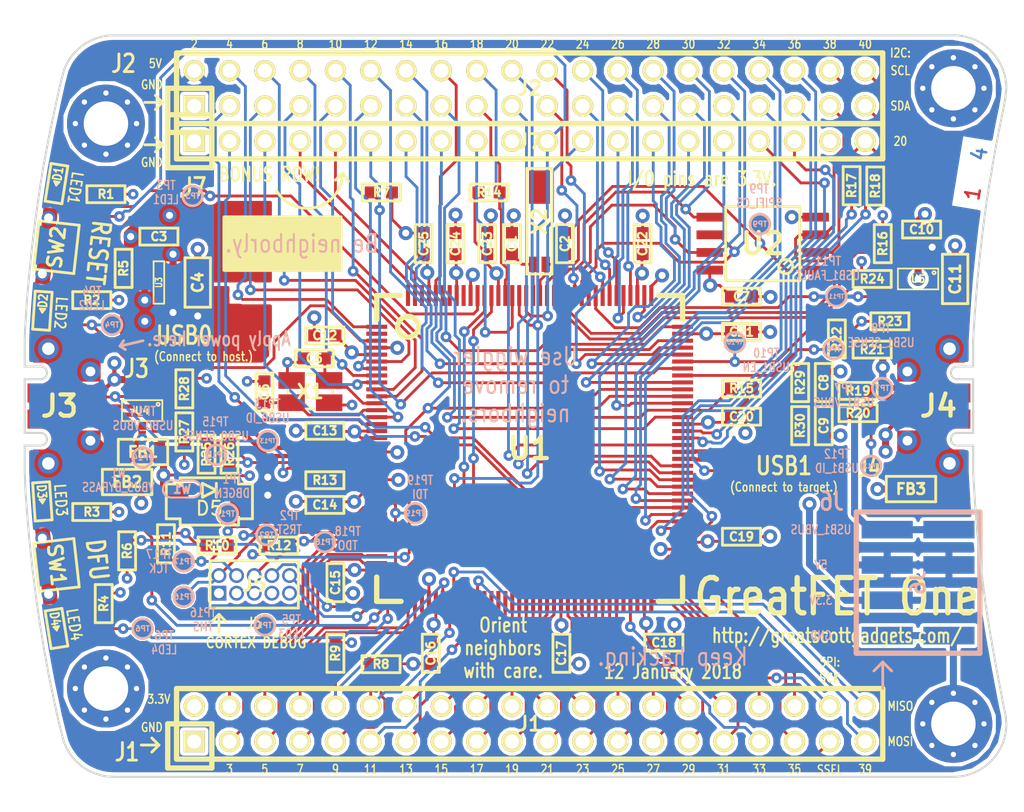
<source format=kicad_pcb>
(kicad_pcb (version 4) (host pcbnew 4.0.6)
  (layers (0 F.Cu signal) (1 C2.Cu power hide) (2 C3.Cu power hide) (31 B.Cu signal) (34 B.Paste user) (35 F.Paste user) (36 B.SilkS user) (37 F.SilkS user) (38 B.Mask user) (39 F.Mask user) (44 Edge.Cuts user))
  (net 0 "")
  (net 1 GND)
  (net 2 /RTCX1)
  (net 3 /RTCX2)
  (net 4 VCC)
  (net 5 "Net-(C5-Pad1)")
  (net 6 "Net-(C6-Pad1)")
  (net 7 /USB1_VBUS)
  (net 8 "Net-(D1-Pad2)")
  (net 9 /LED1)
  (net 10 "Net-(D2-Pad2)")
  (net 11 /LED2)
  (net 12 "Net-(D3-Pad2)")
  (net 13 /LED3)
  (net 14 "Net-(D4-Pad2)")
  (net 15 /LED4)
  (net 16 /P4_9)
  (net 17 /P0_0)
  (net 18 /P4_10)
  (net 19 /P0_1)
  (net 20 /P1_0)
  (net 21 /P5_0)
  (net 22 /P1_1)
  (net 23 /P5_1)
  (net 24 /CLK0)
  (net 25 /P1_2)
  (net 26 /P1_5)
  (net 27 /P5_2)
  (net 28 /P1_7)
  (net 29 /P1_6)
  (net 30 /P1_9)
  (net 31 /P1_8)
  (net 32 /P5_3)
  (net 33 /P1_10)
  (net 34 /P1_12)
  (net 35 /P1_11)
  (net 36 /P5_5)
  (net 37 /P5_4)
  (net 38 /P1_14)
  (net 39 /P1_13)
  (net 40 /P5_6)
  (net 41 /P1_15)
  (net 42 /P5_7)
  (net 43 /P1_16)
  (net 44 /P1_18)
  (net 45 /P1_17)
  (net 46 /P9_5)
  (net 47 /P9_6)
  (net 48 /P2_0)
  (net 49 /P6_0)
  (net 50 /P1_19)
  (net 51 /P1_20)
  (net 52 /P1_3)
  (net 53 /P1_4)
  (net 54 /P4_8)
  (net 55 /P4_7)
  (net 56 /P4_6)
  (net 57 /P4_5)
  (net 58 /P4_4)
  (net 59 /P4_2)
  (net 60 /P4_3)
  (net 61 /ADC0_0)
  (net 62 /P4_0)
  (net 63 /P7_7)
  (net 64 /WAKEUP0)
  (net 65 /P3_7)
  (net 66 /P3_6)
  (net 67 /P3_5)
  (net 68 /P3_4)
  (net 69 /P3_3)
  (net 70 /PF_4)
  (net 71 /P3_2)
  (net 72 /P7_2)
  (net 73 /P3_1)
  (net 74 /P7_1)
  (net 75 /P3_0)
  (net 76 /P7_0)
  (net 77 /CLK2)
  (net 78 /P2_8)
  (net 79 /P2_7)
  (net 80 /P2_6)
  (net 81 /P2_5)
  (net 82 /P2_4)
  (net 83 /P2_3)
  (net 84 /P6_8)
  (net 85 /P6_7)
  (net 86 /P2_2)
  (net 87 /P6_6)
  (net 88 /P2_1)
  (net 89 /P6_3)
  (net 90 /I2C0_SDA)
  (net 91 /I2C0_SCL)
  (net 92 /USB0_ID)
  (net 93 /USB1_ID)
  (net 94 "Net-(J4-Pad3)")
  (net 95 "Net-(J4-Pad2)")
  (net 96 /TMS)
  (net 97 /TCK)
  (net 98 /TDO)
  (net 99 /TDI)
  (net 100 /RESET)
  (net 101 /VBAT)
  (net 102 /RTC_ALARM)
  (net 103 /ADC0_5)
  (net 104 /ADC0_2)
  (net 105 /P2_13)
  (net 106 /P2_12)
  (net 107 /P2_11)
  (net 108 /P2_10)
  (net 109 /P2_9)
  (net 110 /P6_10)
  (net 111 /P6_9)
  (net 112 /P6_5)
  (net 113 /P6_4)
  (net 114 /P6_2)
  (net 115 /P6_1)
  (net 116 "Net-(R13-Pad1)")
  (net 117 /USB1_EN)
  (net 118 /USB1_SENSE)
  (net 119 "Net-(R23-Pad2)")
  (net 120 /USB1_FAULT)
  (net 121 /SPIFI_CS)
  (net 122 /DBGEN)
  (net 123 /TRST)
  (net 124 /USB1_D-)
  (net 125 /USB1_D+)
  (net 126 /USB0_D+)
  (net 127 /USB0_D-)
  (net 128 /USB0_SHIELD)
  (net 129 /USB1_SHIELD)
  (net 130 +5V)
  (net 131 "Net-(D5-Pad2)")
  (net 132 /USB0_VBUS)
  (net 133 /USB0_SENSE)
  (module gsg-modules:TESTPOINT-50MIL (layer B.Cu) (at 123.317 107.061)
    (fp_text reference TP2 (at 0 0) (layer B.SilkS) (effects (font (size 0.381 0.381) (thickness 0.09652)) (justify mirror)))
    (fp_text value TRST hide)
    (pad 1 smd circle (at 0 0) (size 1.27 1.27) (layers B.Cu B.Mask) (net 123 /TRST))
  )
  (module gsg-modules:TESTPOINT-50MIL (layer B.Cu) (at 117.348 108.966)
    (fp_text reference TP17 (at 0 0) (layer B.SilkS) (effects (font (size 0.381 0.381) (thickness 0.09652)) (justify mirror)))
    (fp_text value TCK hide)
    (pad 1 smd circle (at 0 0) (size 1.27 1.27) (layers B.Cu B.Mask) (net 97 /TCK))
  )
  (module gsg-modules:SWITCH-PTS840-P (layer F.Cu) (at 108.204 86.36 263.6)
    (fp_text reference SW2 (at 0 0 263.6) (layer F.SilkS) (effects (font (size 1.00076 1.00076) (thickness 0.2032))))
    (fp_text value RESET hide)
    (pad 2 thru_hole circle (at -2.025 0.8 263.6) (size 1 1) (drill 0.65) (layers *.Cu *.Mask) (net 1 GND))
    (pad 2 thru_hole circle (at 2.025 0.8 263.6) (size 1 1) (drill 0.65) (layers *.Cu *.Mask) (net 1 GND))
    (pad 1 smd rect (at 1.925 -0.725 263.6) (size 1.65 1.05) (layers F.Cu F.Paste F.Mask) (net 100 /RESET))
    (pad 1 smd rect (at -1.925 -0.725 263.6) (size 1.65 1.05) (layers F.Cu F.Paste F.Mask) (net 100 /RESET))
    (pad 2 smd rect (at -1.925 0.725 263.6) (size 1.65 1.05) (layers F.Cu F.Paste F.Mask) (net 1 GND))
    (pad 2 smd rect (at 1.925 0.725 263.6) (size 1.65 1.05) (layers F.Cu F.Paste F.Mask) (net 1 GND))
    (pad 0 smd rect (at 0 -1.7 263.6) (size 1.1 0.5) (layers F.Cu F.Paste F.Mask))
  )
  (module gsg-modules:SOT457 (layer F.Cu) (at 114.366 98.114 180)
    (fp_text reference U4 (at 0 0 180) (layer F.SilkS) (effects (font (size 0.508 0.508) (thickness 0.127))))
    (fp_text value IP4220CZ6 hide)
    (pad 1 smd rect (at -0.95 1.2 180) (size 0.55 0.8) (layers F.Cu F.Paste F.Mask) (net 126 /USB0_D+))
    (pad 2 smd rect (at 0 1.2 180) (size 0.55 0.8) (layers F.Cu F.Paste F.Mask) (net 1 GND))
    (pad 3 smd rect (at 0.95 1.2 180) (size 0.55 0.8) (layers F.Cu F.Paste F.Mask) (net 92 /USB0_ID))
    (pad 4 smd rect (at 0.95 -1.2 180) (size 0.55 0.8) (layers F.Cu F.Paste F.Mask))
    (pad 5 smd rect (at 0 -1.2 180) (size 0.55 0.8) (layers F.Cu F.Paste F.Mask) (net 132 /USB0_VBUS))
    (pad 6 smd rect (at -0.95 -1.2 180) (size 0.55 0.8) (layers F.Cu F.Paste F.Mask) (net 127 /USB0_D-))
  )
  (module gsg-modules:50MIL-HEADER-2x5-TH (layer F.Cu) (at 122.428 110.617)
    (fp_text reference J5 (at 0 0) (layer F.SilkS) (effects (font (size 1.00076 1.00076) (thickness 0.2032))))
    (fp_text value JTAG hide)
    (pad 1 thru_hole rect (at -2.54 0.635) (size 1.0668 1.0668) (drill 0.7112) (layers *.Cu *.Mask) (net 4 VCC))
    (pad 2 thru_hole circle (at -2.54 -0.635) (size 1.0668 1.0668) (drill 0.7112) (layers *.Cu *.Mask) (net 96 /TMS))
    (pad 3 thru_hole circle (at -1.27 0.635) (size 1.0668 1.0668) (drill 0.7112) (layers *.Cu *.Mask) (net 1 GND))
    (pad 4 thru_hole circle (at -1.27 -0.635) (size 1.0668 1.0668) (drill 0.7112) (layers *.Cu *.Mask) (net 97 /TCK))
    (pad 5 thru_hole circle (at 0 0.635) (size 1.0668 1.0668) (drill 0.7112) (layers *.Cu *.Mask) (net 1 GND))
    (pad 6 thru_hole circle (at 0 -0.635) (size 1.0668 1.0668) (drill 0.7112) (layers *.Cu *.Mask) (net 98 /TDO))
    (pad 7 thru_hole circle (at 1.27 0.635) (size 1.0668 1.0668) (drill 0.7112) (layers *.Cu *.Mask))
    (pad 8 thru_hole circle (at 1.27 -0.635) (size 1.0668 1.0668) (drill 0.7112) (layers *.Cu *.Mask) (net 99 /TDI))
    (pad 9 thru_hole circle (at 2.54 0.635) (size 1.0668 1.0668) (drill 0.7112) (layers *.Cu *.Mask) (net 1 GND))
    (pad 10 thru_hole circle (at 2.54 -0.635) (size 1.0668 1.0668) (drill 0.7112) (layers *.Cu *.Mask) (net 100 /RESET))
  )
  (module gsg-modules:LQFP144 (layer F.Cu) (at 142.24 100.838)
    (fp_text reference U1 (at 0 0) (layer F.SilkS) (effects (font (thickness 0.3048))))
    (fp_text value LPC4330FBD144 hide)
    (pad 1 smd rect (at -11.00074 -8.7503) (size 1.50114 0.29464) (layers F.Cu F.Paste F.Mask) (net 62 /P4_0))
    (pad 2 smd rect (at -11.00074 -8.24992) (size 1.50114 0.29464) (layers F.Cu F.Paste F.Mask))
    (pad 3 smd rect (at -11.00074 -7.74954) (size 1.50114 0.29464) (layers F.Cu F.Paste F.Mask) (net 11 /LED2))
    (pad 4 smd rect (at -11.00074 -7.24916) (size 1.50114 0.29464) (layers F.Cu F.Paste F.Mask) (net 1 GND))
    (pad 5 smd rect (at -11.00074 -6.74878) (size 1.50114 0.29464) (layers F.Cu F.Paste F.Mask) (net 4 VCC))
    (pad 6 smd rect (at -11.00074 -6.25094) (size 1.50114 0.29464) (layers F.Cu F.Paste F.Mask) (net 61 /ADC0_0))
    (pad 7 smd rect (at -11.00074 -5.75056) (size 1.50114 0.29464) (layers F.Cu F.Paste F.Mask) (net 60 /P4_3))
    (pad 8 smd rect (at -11.00074 -5.25018) (size 1.50114 0.29464) (layers F.Cu F.Paste F.Mask) (net 59 /P4_2))
    (pad 9 smd rect (at -11.00074 -4.7498) (size 1.50114 0.29464) (layers F.Cu F.Paste F.Mask) (net 58 /P4_4))
    (pad 10 smd rect (at -11.00074 -4.24942) (size 1.50114 0.29464) (layers F.Cu F.Paste F.Mask) (net 57 /P4_5))
    (pad 11 smd rect (at -11.00074 -3.74904) (size 1.50114 0.29464) (layers F.Cu F.Paste F.Mask) (net 56 /P4_6))
    (pad 12 smd rect (at -11.00074 -3.2512) (size 1.50114 0.29464) (layers F.Cu F.Paste F.Mask) (net 5 "Net-(C5-Pad1)"))
    (pad 13 smd rect (at -11.00074 -2.75082) (size 1.50114 0.29464) (layers F.Cu F.Paste F.Mask) (net 6 "Net-(C6-Pad1)"))
    (pad 14 smd rect (at -11.00074 -2.25044) (size 1.50114 0.29464) (layers F.Cu F.Paste F.Mask) (net 55 /P4_7))
    (pad 15 smd rect (at -11.00074 -1.75006) (size 1.50114 0.29464) (layers F.Cu F.Paste F.Mask) (net 54 /P4_8))
    (pad 16 smd rect (at -11.00074 -1.24968) (size 1.50114 0.29464) (layers F.Cu F.Paste F.Mask) (net 4 VCC))
    (pad 17 smd rect (at -11.00074 -0.7493) (size 1.50114 0.29464) (layers F.Cu F.Paste F.Mask) (net 4 VCC))
    (pad 18 smd rect (at -11.00074 -0.24892) (size 1.50114 0.29464) (layers F.Cu F.Paste F.Mask) (net 126 /USB0_D+))
    (pad 19 smd rect (at -11.00074 0.24892) (size 1.50114 0.29464) (layers F.Cu F.Paste F.Mask) (net 1 GND))
    (pad 20 smd rect (at -11.00074 0.7493) (size 1.50114 0.29464) (layers F.Cu F.Paste F.Mask) (net 127 /USB0_D-))
    (pad 21 smd rect (at -11.00074 1.24968) (size 1.50114 0.29464) (layers F.Cu F.Paste F.Mask) (net 133 /USB0_SENSE))
    (pad 22 smd rect (at -11.00074 1.75006) (size 1.50114 0.29464) (layers F.Cu F.Paste F.Mask) (net 92 /USB0_ID))
    (pad 23 smd rect (at -11.00074 2.25044) (size 1.50114 0.29464) (layers F.Cu F.Paste F.Mask) (net 1 GND))
    (pad 24 smd rect (at -11.00074 2.75082) (size 1.50114 0.29464) (layers F.Cu F.Paste F.Mask) (net 116 "Net-(R13-Pad1)"))
    (pad 25 smd rect (at -11.00074 3.2512) (size 1.50114 0.29464) (layers F.Cu F.Paste F.Mask) (net 4 VCC))
    (pad 26 smd rect (at -11.00074 3.74904) (size 1.50114 0.29464) (layers F.Cu F.Paste F.Mask) (net 99 /TDI))
    (pad 27 smd rect (at -11.00074 4.24942) (size 1.50114 0.29464) (layers F.Cu F.Paste F.Mask) (net 97 /TCK))
    (pad 28 smd rect (at -11.00074 4.7498) (size 1.50114 0.29464) (layers F.Cu F.Paste F.Mask) (net 122 /DBGEN))
    (pad 29 smd rect (at -11.00074 5.25018) (size 1.50114 0.29464) (layers F.Cu F.Paste F.Mask) (net 123 /TRST))
    (pad 30 smd rect (at -11.00074 5.75056) (size 1.50114 0.29464) (layers F.Cu F.Paste F.Mask) (net 96 /TMS))
    (pad 31 smd rect (at -11.00074 6.25094) (size 1.50114 0.29464) (layers F.Cu F.Paste F.Mask) (net 98 /TDO))
    (pad 32 smd rect (at -11.00074 6.74878) (size 1.50114 0.29464) (layers F.Cu F.Paste F.Mask) (net 17 /P0_0))
    (pad 33 smd rect (at -11.00074 7.24916) (size 1.50114 0.29464) (layers F.Cu F.Paste F.Mask) (net 16 /P4_9))
    (pad 34 smd rect (at -11.00074 7.74954) (size 1.50114 0.29464) (layers F.Cu F.Paste F.Mask) (net 19 /P0_1))
    (pad 35 smd rect (at -11.00074 8.24992) (size 1.50114 0.29464) (layers F.Cu F.Paste F.Mask) (net 18 /P4_10))
    (pad 36 smd rect (at -11.00074 8.7503) (size 1.50114 0.29464) (layers F.Cu F.Paste F.Mask) (net 4 VCC))
    (pad 37 smd rect (at -8.7503 11.00074 90) (size 1.50114 0.29464) (layers F.Cu F.Paste F.Mask) (net 21 /P5_0))
    (pad 38 smd rect (at -8.24992 11.00074 90) (size 1.50114 0.29464) (layers F.Cu F.Paste F.Mask) (net 20 /P1_0))
    (pad 39 smd rect (at -7.74954 11.00074 90) (size 1.50114 0.29464) (layers F.Cu F.Paste F.Mask) (net 23 /P5_1))
    (pad 40 smd rect (at -7.24916 11.00074 90) (size 1.50114 0.29464) (layers F.Cu F.Paste F.Mask) (net 1 GND))
    (pad 41 smd rect (at -6.74878 11.00074 90) (size 1.50114 0.29464) (layers F.Cu F.Paste F.Mask) (net 4 VCC))
    (pad 42 smd rect (at -6.25094 11.00074 90) (size 1.50114 0.29464) (layers F.Cu F.Paste F.Mask) (net 22 /P1_1))
    (pad 43 smd rect (at -5.75056 11.00074 90) (size 1.50114 0.29464) (layers F.Cu F.Paste F.Mask) (net 25 /P1_2))
    (pad 44 smd rect (at -5.25018 11.00074 90) (size 1.50114 0.29464) (layers F.Cu F.Paste F.Mask) (net 52 /P1_3))
    (pad 45 smd rect (at -4.7498 11.00074 90) (size 1.50114 0.29464) (layers F.Cu F.Paste F.Mask) (net 24 /CLK0))
    (pad 46 smd rect (at -4.24942 11.00074 90) (size 1.50114 0.29464) (layers F.Cu F.Paste F.Mask) (net 27 /P5_2))
    (pad 47 smd rect (at -3.74904 11.00074 90) (size 1.50114 0.29464) (layers F.Cu F.Paste F.Mask) (net 53 /P1_4))
    (pad 48 smd rect (at -3.2512 11.00074 90) (size 1.50114 0.29464) (layers F.Cu F.Paste F.Mask) (net 26 /P1_5))
    (pad 49 smd rect (at -2.75082 11.00074 90) (size 1.50114 0.29464) (layers F.Cu F.Paste F.Mask) (net 29 /P1_6))
    (pad 50 smd rect (at -2.25044 11.00074 90) (size 1.50114 0.29464) (layers F.Cu F.Paste F.Mask) (net 28 /P1_7))
    (pad 51 smd rect (at -1.75006 11.00074 90) (size 1.50114 0.29464) (layers F.Cu F.Paste F.Mask) (net 31 /P1_8))
    (pad 52 smd rect (at -1.24968 11.00074 90) (size 1.50114 0.29464) (layers F.Cu F.Paste F.Mask) (net 30 /P1_9))
    (pad 53 smd rect (at -0.7493 11.00074 90) (size 1.50114 0.29464) (layers F.Cu F.Paste F.Mask) (net 33 /P1_10))
    (pad 54 smd rect (at -0.24892 11.00074 90) (size 1.50114 0.29464) (layers F.Cu F.Paste F.Mask) (net 32 /P5_3))
    (pad 55 smd rect (at 0.24892 11.00074 90) (size 1.50114 0.29464) (layers F.Cu F.Paste F.Mask) (net 35 /P1_11))
    (pad 56 smd rect (at 0.7493 11.00074 90) (size 1.50114 0.29464) (layers F.Cu F.Paste F.Mask) (net 34 /P1_12))
    (pad 57 smd rect (at 1.24968 11.00074 90) (size 1.50114 0.29464) (layers F.Cu F.Paste F.Mask) (net 37 /P5_4))
    (pad 58 smd rect (at 1.75006 11.00074 90) (size 1.50114 0.29464) (layers F.Cu F.Paste F.Mask) (net 36 /P5_5))
    (pad 59 smd rect (at 2.25044 11.00074 90) (size 1.50114 0.29464) (layers F.Cu F.Paste F.Mask) (net 4 VCC))
    (pad 60 smd rect (at 2.75082 11.00074 90) (size 1.50114 0.29464) (layers F.Cu F.Paste F.Mask) (net 39 /P1_13))
    (pad 61 smd rect (at 3.2512 11.00074 90) (size 1.50114 0.29464) (layers F.Cu F.Paste F.Mask) (net 38 /P1_14))
    (pad 62 smd rect (at 3.74904 11.00074 90) (size 1.50114 0.29464) (layers F.Cu F.Paste F.Mask) (net 41 /P1_15))
    (pad 63 smd rect (at 4.24942 11.00074 90) (size 1.50114 0.29464) (layers F.Cu F.Paste F.Mask) (net 40 /P5_6))
    (pad 64 smd rect (at 4.7498 11.00074 90) (size 1.50114 0.29464) (layers F.Cu F.Paste F.Mask) (net 43 /P1_16))
    (pad 65 smd rect (at 5.25018 11.00074 90) (size 1.50114 0.29464) (layers F.Cu F.Paste F.Mask) (net 42 /P5_7))
    (pad 66 smd rect (at 5.75056 11.00074 90) (size 1.50114 0.29464) (layers F.Cu F.Paste F.Mask) (net 45 /P1_17))
    (pad 67 smd rect (at 6.25094 11.00074 90) (size 1.50114 0.29464) (layers F.Cu F.Paste F.Mask) (net 44 /P1_18))
    (pad 68 smd rect (at 6.74878 11.00074 90) (size 1.50114 0.29464) (layers F.Cu F.Paste F.Mask) (net 50 /P1_19))
    (pad 69 smd rect (at 7.24916 11.00074 90) (size 1.50114 0.29464) (layers F.Cu F.Paste F.Mask) (net 46 /P9_5))
    (pad 70 smd rect (at 7.74954 11.00074 90) (size 1.50114 0.29464) (layers F.Cu F.Paste F.Mask) (net 51 /P1_20))
    (pad 71 smd rect (at 8.24992 11.00074 90) (size 1.50114 0.29464) (layers F.Cu F.Paste F.Mask) (net 4 VCC))
    (pad 72 smd rect (at 8.7503 11.00074 90) (size 1.50114 0.29464) (layers F.Cu F.Paste F.Mask) (net 47 /P9_6))
    (pad 73 smd rect (at 11.00074 8.7503) (size 1.50114 0.29464) (layers F.Cu F.Paste F.Mask) (net 49 /P6_0))
    (pad 74 smd rect (at 11.00074 8.24992) (size 1.50114 0.29464) (layers F.Cu F.Paste F.Mask) (net 115 /P6_1))
    (pad 75 smd rect (at 11.00074 7.74954) (size 1.50114 0.29464) (layers F.Cu F.Paste F.Mask) (net 48 /P2_0))
    (pad 76 smd rect (at 11.00074 7.24916) (size 1.50114 0.29464) (layers F.Cu F.Paste F.Mask) (net 1 GND))
    (pad 77 smd rect (at 11.00074 6.74878) (size 1.50114 0.29464) (layers F.Cu F.Paste F.Mask) (net 4 VCC))
    (pad 78 smd rect (at 11.00074 6.25094) (size 1.50114 0.29464) (layers F.Cu F.Paste F.Mask) (net 114 /P6_2))
    (pad 79 smd rect (at 11.00074 5.75056) (size 1.50114 0.29464) (layers F.Cu F.Paste F.Mask) (net 89 /P6_3))
    (pad 80 smd rect (at 11.00074 5.25018) (size 1.50114 0.29464) (layers F.Cu F.Paste F.Mask) (net 113 /P6_4))
    (pad 81 smd rect (at 11.00074 4.7498) (size 1.50114 0.29464) (layers F.Cu F.Paste F.Mask) (net 88 /P2_1))
    (pad 82 smd rect (at 11.00074 4.24942) (size 1.50114 0.29464) (layers F.Cu F.Paste F.Mask) (net 112 /P6_5))
    (pad 83 smd rect (at 11.00074 3.74904) (size 1.50114 0.29464) (layers F.Cu F.Paste F.Mask) (net 87 /P6_6))
    (pad 84 smd rect (at 11.00074 3.2512) (size 1.50114 0.29464) (layers F.Cu F.Paste F.Mask) (net 86 /P2_2))
    (pad 85 smd rect (at 11.00074 2.75082) (size 1.50114 0.29464) (layers F.Cu F.Paste F.Mask) (net 85 /P6_7))
    (pad 86 smd rect (at 11.00074 2.25044) (size 1.50114 0.29464) (layers F.Cu F.Paste F.Mask) (net 84 /P6_8))
    (pad 87 smd rect (at 11.00074 1.75006) (size 1.50114 0.29464) (layers F.Cu F.Paste F.Mask) (net 83 /P2_3))
    (pad 88 smd rect (at 11.00074 1.24968) (size 1.50114 0.29464) (layers F.Cu F.Paste F.Mask) (net 82 /P2_4))
    (pad 89 smd rect (at 11.00074 0.7493) (size 1.50114 0.29464) (layers F.Cu F.Paste F.Mask) (net 125 /USB1_D+))
    (pad 90 smd rect (at 11.00074 0.24892) (size 1.50114 0.29464) (layers F.Cu F.Paste F.Mask) (net 124 /USB1_D-))
    (pad 91 smd rect (at 11.00074 -0.24892) (size 1.50114 0.29464) (layers F.Cu F.Paste F.Mask) (net 81 /P2_5))
    (pad 92 smd rect (at 11.00074 -0.7493) (size 1.50114 0.29464) (layers F.Cu F.Paste F.Mask) (net 91 /I2C0_SCL))
    (pad 93 smd rect (at 11.00074 -1.24968) (size 1.50114 0.29464) (layers F.Cu F.Paste F.Mask) (net 90 /I2C0_SDA))
    (pad 94 smd rect (at 11.00074 -1.75006) (size 1.50114 0.29464) (layers F.Cu F.Paste F.Mask) (net 4 VCC))
    (pad 95 smd rect (at 11.00074 -2.25044) (size 1.50114 0.29464) (layers F.Cu F.Paste F.Mask) (net 80 /P2_6))
    (pad 96 smd rect (at 11.00074 -2.75082) (size 1.50114 0.29464) (layers F.Cu F.Paste F.Mask) (net 79 /P2_7))
    (pad 97 smd rect (at 11.00074 -3.2512) (size 1.50114 0.29464) (layers F.Cu F.Paste F.Mask) (net 111 /P6_9))
    (pad 98 smd rect (at 11.00074 -3.74904) (size 1.50114 0.29464) (layers F.Cu F.Paste F.Mask) (net 78 /P2_8))
    (pad 99 smd rect (at 11.00074 -4.24942) (size 1.50114 0.29464) (layers F.Cu F.Paste F.Mask) (net 77 /CLK2))
    (pad 100 smd rect (at 11.00074 -4.7498) (size 1.50114 0.29464) (layers F.Cu F.Paste F.Mask) (net 110 /P6_10))
    (pad 101 smd rect (at 11.00074 -5.25018) (size 1.50114 0.29464) (layers F.Cu F.Paste F.Mask) (net 118 /USB1_SENSE))
    (pad 102 smd rect (at 11.00074 -5.75056) (size 1.50114 0.29464) (layers F.Cu F.Paste F.Mask) (net 109 /P2_9))
    (pad 103 smd rect (at 11.00074 -6.25094) (size 1.50114 0.29464) (layers F.Cu F.Paste F.Mask) (net 117 /USB1_EN))
    (pad 104 smd rect (at 11.00074 -6.74878) (size 1.50114 0.29464) (layers F.Cu F.Paste F.Mask) (net 108 /P2_10))
    (pad 105 smd rect (at 11.00074 -7.24916) (size 1.50114 0.29464) (layers F.Cu F.Paste F.Mask) (net 107 /P2_11))
    (pad 106 smd rect (at 11.00074 -7.74954) (size 1.50114 0.29464) (layers F.Cu F.Paste F.Mask) (net 106 /P2_12))
    (pad 107 smd rect (at 11.00074 -8.24992) (size 1.50114 0.29464) (layers F.Cu F.Paste F.Mask) (net 4 VCC))
    (pad 108 smd rect (at 11.00074 -8.7503) (size 1.50114 0.29464) (layers F.Cu F.Paste F.Mask) (net 105 /P2_13))
    (pad 109 smd rect (at 8.7503 -11.00074 90) (size 1.50114 0.29464) (layers F.Cu F.Paste F.Mask) (net 1 GND))
    (pad 110 smd rect (at 8.24992 -11.00074 90) (size 1.50114 0.29464) (layers F.Cu F.Paste F.Mask) (net 76 /P7_0))
    (pad 111 smd rect (at 7.74954 -11.00074 90) (size 1.50114 0.29464) (layers F.Cu F.Paste F.Mask) (net 4 VCC))
    (pad 112 smd rect (at 7.24916 -11.00074 90) (size 1.50114 0.29464) (layers F.Cu F.Paste F.Mask) (net 75 /P3_0))
    (pad 113 smd rect (at 6.74878 -11.00074 90) (size 1.50114 0.29464) (layers F.Cu F.Paste F.Mask) (net 74 /P7_1))
    (pad 114 smd rect (at 6.25094 -11.00074 90) (size 1.50114 0.29464) (layers F.Cu F.Paste F.Mask) (net 73 /P3_1))
    (pad 115 smd rect (at 5.75056 -11.00074 90) (size 1.50114 0.29464) (layers F.Cu F.Paste F.Mask) (net 72 /P7_2))
    (pad 116 smd rect (at 5.25018 -11.00074 90) (size 1.50114 0.29464) (layers F.Cu F.Paste F.Mask) (net 71 /P3_2))
    (pad 117 smd rect (at 4.7498 -11.00074 90) (size 1.50114 0.29464) (layers F.Cu F.Paste F.Mask) (net 120 /USB1_FAULT))
    (pad 118 smd rect (at 4.24942 -11.00074 90) (size 1.50114 0.29464) (layers F.Cu F.Paste F.Mask) (net 69 /P3_3))
    (pad 119 smd rect (at 3.74904 -11.00074 90) (size 1.50114 0.29464) (layers F.Cu F.Paste F.Mask) (net 68 /P3_4))
    (pad 120 smd rect (at 3.2512 -11.00074 90) (size 1.50114 0.29464) (layers F.Cu F.Paste F.Mask) (net 70 /PF_4))
    (pad 121 smd rect (at 2.75082 -11.00074 90) (size 1.50114 0.29464) (layers F.Cu F.Paste F.Mask) (net 67 /P3_5))
    (pad 122 smd rect (at 2.25044 -11.00074 90) (size 1.50114 0.29464) (layers F.Cu F.Paste F.Mask) (net 66 /P3_6))
    (pad 123 smd rect (at 1.75006 -11.00074 90) (size 1.50114 0.29464) (layers F.Cu F.Paste F.Mask) (net 65 /P3_7))
    (pad 124 smd rect (at 1.24968 -11.00074 90) (size 1.50114 0.29464) (layers F.Cu F.Paste F.Mask) (net 121 /SPIFI_CS))
    (pad 125 smd rect (at 0.7493 -11.00074 90) (size 1.50114 0.29464) (layers F.Cu F.Paste F.Mask) (net 2 /RTCX1))
    (pad 126 smd rect (at 0.24892 -11.00074 90) (size 1.50114 0.29464) (layers F.Cu F.Paste F.Mask) (net 3 /RTCX2))
    (pad 127 smd rect (at -0.24892 -11.00074 90) (size 1.50114 0.29464) (layers F.Cu F.Paste F.Mask) (net 101 /VBAT))
    (pad 128 smd rect (at -0.7493 -11.00074 90) (size 1.50114 0.29464) (layers F.Cu F.Paste F.Mask) (net 100 /RESET))
    (pad 129 smd rect (at -1.24968 -11.00074 90) (size 1.50114 0.29464) (layers F.Cu F.Paste F.Mask) (net 102 /RTC_ALARM))
    (pad 130 smd rect (at -1.75006 -11.00074 90) (size 1.50114 0.29464) (layers F.Cu F.Paste F.Mask) (net 64 /WAKEUP0))
    (pad 131 smd rect (at -2.25044 -11.00074 90) (size 1.50114 0.29464) (layers F.Cu F.Paste F.Mask) (net 4 VCC))
    (pad 132 smd rect (at -2.75082 -11.00074 90) (size 1.50114 0.29464) (layers F.Cu F.Paste F.Mask) (net 15 /LED4))
    (pad 133 smd rect (at -3.2512 -11.00074 90) (size 1.50114 0.29464) (layers F.Cu F.Paste F.Mask) (net 13 /LED3))
    (pad 134 smd rect (at -3.74904 -11.00074 90) (size 1.50114 0.29464) (layers F.Cu F.Paste F.Mask) (net 9 /LED1))
    (pad 135 smd rect (at -4.24942 -11.00074 90) (size 1.50114 0.29464) (layers F.Cu F.Paste F.Mask) (net 1 GND))
    (pad 136 smd rect (at -4.7498 -11.00074 90) (size 1.50114 0.29464) (layers F.Cu F.Paste F.Mask))
    (pad 137 smd rect (at -5.25018 -11.00074 90) (size 1.50114 0.29464) (layers F.Cu F.Paste F.Mask) (net 4 VCC))
    (pad 138 smd rect (at -5.75056 -11.00074 90) (size 1.50114 0.29464) (layers F.Cu F.Paste F.Mask))
    (pad 139 smd rect (at -6.25094 -11.00074 90) (size 1.50114 0.29464) (layers F.Cu F.Paste F.Mask))
    (pad 140 smd rect (at -6.74878 -11.00074 90) (size 1.50114 0.29464) (layers F.Cu F.Paste F.Mask) (net 63 /P7_7))
    (pad 141 smd rect (at -7.24916 -11.00074 90) (size 1.50114 0.29464) (layers F.Cu F.Paste F.Mask) (net 4 VCC))
    (pad 142 smd rect (at -7.74954 -11.00074 90) (size 1.50114 0.29464) (layers F.Cu F.Paste F.Mask))
    (pad 143 smd rect (at -8.24992 -11.00074 90) (size 1.50114 0.29464) (layers F.Cu F.Paste F.Mask) (net 104 /ADC0_2))
    (pad 144 smd rect (at -8.7503 -11.00074 90) (size 1.50114 0.29464) (layers F.Cu F.Paste F.Mask) (net 103 /ADC0_5))
  )
  (module gsg-modules:HEADER-1x20 (layer F.Cu) (at 142.24 78.74)
    (fp_text reference J7 (at 0 0) (layer F.SilkS) (effects (font (size 1.016 1.016) (thickness 0.2032))))
    (fp_text value BONUS_ROW hide)
    (pad 1 thru_hole rect (at -24.13 0) (size 1.524 1.524) (drill 1.016) (layers *.Cu *.Mask F.SilkS) (net 1 GND))
    (pad 2 thru_hole circle (at -21.59 0) (size 1.524 1.524) (drill 1.016) (layers *.Cu *.Mask F.SilkS) (net 113 /P6_4))
    (pad 3 thru_hole circle (at -19.05 0) (size 1.524 1.524) (drill 1.016) (layers *.Cu *.Mask F.SilkS) (net 112 /P6_5))
    (pad 4 thru_hole circle (at -16.51 0) (size 1.524 1.524) (drill 1.016) (layers *.Cu *.Mask F.SilkS) (net 103 /ADC0_5))
    (pad 5 thru_hole circle (at -13.97 0) (size 1.524 1.524) (drill 1.016) (layers *.Cu *.Mask F.SilkS) (net 104 /ADC0_2))
    (pad 6 thru_hole circle (at -11.43 0) (size 1.524 1.524) (drill 1.016) (layers *.Cu *.Mask F.SilkS) (net 109 /P2_9))
    (pad 7 thru_hole circle (at -8.89 0) (size 1.524 1.524) (drill 1.016) (layers *.Cu *.Mask F.SilkS) (net 106 /P2_12))
    (pad 8 thru_hole circle (at -6.35 0) (size 1.524 1.524) (drill 1.016) (layers *.Cu *.Mask F.SilkS) (net 105 /P2_13))
    (pad 9 thru_hole circle (at -3.81 0) (size 1.524 1.524) (drill 1.016) (layers *.Cu *.Mask F.SilkS) (net 102 /RTC_ALARM))
    (pad 10 thru_hole circle (at -1.27 0) (size 1.524 1.524) (drill 1.016) (layers *.Cu *.Mask F.SilkS) (net 1 GND))
    (pad 11 thru_hole circle (at 1.27 0) (size 1.524 1.524) (drill 1.016) (layers *.Cu *.Mask F.SilkS) (net 100 /RESET))
    (pad 12 thru_hole circle (at 3.81 0) (size 1.524 1.524) (drill 1.016) (layers *.Cu *.Mask F.SilkS) (net 101 /VBAT))
    (pad 13 thru_hole circle (at 6.35 0) (size 1.524 1.524) (drill 1.016) (layers *.Cu *.Mask F.SilkS) (net 107 /P2_11))
    (pad 14 thru_hole circle (at 8.89 0) (size 1.524 1.524) (drill 1.016) (layers *.Cu *.Mask F.SilkS) (net 108 /P2_10))
    (pad 15 thru_hole circle (at 11.43 0) (size 1.524 1.524) (drill 1.016) (layers *.Cu *.Mask F.SilkS) (net 110 /P6_10))
    (pad 16 thru_hole circle (at 13.97 0) (size 1.524 1.524) (drill 1.016) (layers *.Cu *.Mask F.SilkS) (net 111 /P6_9))
    (pad 17 thru_hole circle (at 16.51 0) (size 1.524 1.524) (drill 1.016) (layers *.Cu *.Mask F.SilkS) (net 114 /P6_2))
    (pad 18 thru_hole circle (at 19.05 0) (size 1.524 1.524) (drill 1.016) (layers *.Cu *.Mask F.SilkS) (net 115 /P6_1))
    (pad 19 thru_hole circle (at 21.59 0) (size 1.524 1.524) (drill 1.016) (layers *.Cu *.Mask F.SilkS) (net 1 GND))
    (pad 20 thru_hole circle (at 24.13 0) (size 1.524 1.524) (drill 1.016) (layers *.Cu *.Mask F.SilkS) (net 4 VCC))
  )
  (module gsg-modules:SOT457 (layer F.Cu) (at 170.18 88.646 180)
    (fp_text reference U5 (at 0 0 180) (layer F.SilkS) (effects (font (size 0.508 0.508) (thickness 0.127))))
    (fp_text value AP2553W6-7 hide)
    (pad 1 smd rect (at -0.95 1.2 180) (size 0.55 0.8) (layers F.Cu F.Paste F.Mask) (net 130 +5V))
    (pad 2 smd rect (at 0 1.2 180) (size 0.55 0.8) (layers F.Cu F.Paste F.Mask) (net 1 GND))
    (pad 3 smd rect (at 0.95 1.2 180) (size 0.55 0.8) (layers F.Cu F.Paste F.Mask) (net 117 /USB1_EN))
    (pad 4 smd rect (at 0.95 -1.2 180) (size 0.55 0.8) (layers F.Cu F.Paste F.Mask) (net 120 /USB1_FAULT))
    (pad 5 smd rect (at 0 -1.2 180) (size 0.55 0.8) (layers F.Cu F.Paste F.Mask) (net 119 "Net-(R23-Pad2)"))
    (pad 6 smd rect (at -0.95 -1.2 180) (size 0.55 0.8) (layers F.Cu F.Paste F.Mask) (net 7 /USB1_VBUS))
  )
  (module gsg-modules:0603 (layer F.Cu) (at 140.97 86.106 90)
    (fp_text reference C1 (at 0 0 90) (layer F.SilkS) (effects (font (size 0.6096 0.6096) (thickness 0.1524))))
    (fp_text value 18pF hide)
    (pad 2 smd rect (at 0.762 0 90) (size 0.8636 0.8636) (layers F.Cu F.Paste F.Mask) (net 1 GND) (clearance 0.1778))
    (pad 1 smd rect (at -0.762 0 90) (size 0.8636 0.8636) (layers F.Cu F.Paste F.Mask) (net 3 /RTCX2) (clearance 0.1778))
  )
  (module gsg-modules:0603 (layer F.Cu) (at 144.78 86.106 90)
    (fp_text reference C2 (at 0 0 90) (layer F.SilkS) (effects (font (size 0.6096 0.6096) (thickness 0.1524))))
    (fp_text value 18pF hide)
    (pad 2 smd rect (at 0.762 0 90) (size 0.8636 0.8636) (layers F.Cu F.Paste F.Mask) (net 1 GND) (clearance 0.1778))
    (pad 1 smd rect (at -0.762 0 90) (size 0.8636 0.8636) (layers F.Cu F.Paste F.Mask) (net 2 /RTCX1) (clearance 0.1778))
  )
  (module gsg-modules:0603 (layer F.Cu) (at 115.57 85.598 180)
    (fp_text reference C3 (at 0 0 180) (layer F.SilkS) (effects (font (size 0.6096 0.6096) (thickness 0.1524))))
    (fp_text value 1uF hide)
    (pad 2 smd rect (at 0.762 0 180) (size 0.8636 0.8636) (layers F.Cu F.Paste F.Mask) (net 1 GND) (clearance 0.1778))
    (pad 1 smd rect (at -0.762 0 180) (size 0.8636 0.8636) (layers F.Cu F.Paste F.Mask) (net 4 VCC) (clearance 0.1778))
  )
  (module gsg-modules:0603 (layer F.Cu) (at 126.746 94.361 180)
    (fp_text reference C5 (at 0 0 180) (layer F.SilkS) (effects (font (size 0.6096 0.6096) (thickness 0.1524))))
    (fp_text value 18pF hide)
    (pad 2 smd rect (at 0.762 0 180) (size 0.8636 0.8636) (layers F.Cu F.Paste F.Mask) (net 1 GND) (clearance 0.1778))
    (pad 1 smd rect (at -0.762 0 180) (size 0.8636 0.8636) (layers F.Cu F.Paste F.Mask) (net 5 "Net-(C5-Pad1)") (clearance 0.1778))
  )
  (module gsg-modules:0603 (layer F.Cu) (at 123.1646 96.774 90)
    (fp_text reference C6 (at 0 0 90) (layer F.SilkS) (effects (font (size 0.6096 0.6096) (thickness 0.1524))))
    (fp_text value 18pF hide)
    (pad 2 smd rect (at 0.762 0 90) (size 0.8636 0.8636) (layers F.Cu F.Paste F.Mask) (net 1 GND) (clearance 0.1778))
    (pad 1 smd rect (at -0.762 0 90) (size 0.8636 0.8636) (layers F.Cu F.Paste F.Mask) (net 6 "Net-(C6-Pad1)") (clearance 0.1778))
  )
  (module gsg-modules:0603 (layer F.Cu) (at 157.48 89.916)
    (fp_text reference C7 (at 0 0) (layer F.SilkS) (effects (font (size 0.6096 0.6096) (thickness 0.1524))))
    (fp_text value 100nF hide)
    (pad 2 smd rect (at 0.762 0) (size 0.8636 0.8636) (layers F.Cu F.Paste F.Mask) (net 1 GND) (clearance 0.1778))
    (pad 1 smd rect (at -0.762 0) (size 0.8636 0.8636) (layers F.Cu F.Paste F.Mask) (net 4 VCC) (clearance 0.1778))
  )
  (module gsg-modules:0603 (layer F.Cu) (at 163.4 96.1 90)
    (fp_text reference C8 (at 0 0 90) (layer F.SilkS) (effects (font (size 0.6096 0.6096) (thickness 0.1524))))
    (fp_text value 18pF hide)
    (pad 2 smd rect (at 0.762 0 90) (size 0.8636 0.8636) (layers F.Cu F.Paste F.Mask) (net 1 GND) (clearance 0.1778))
    (pad 1 smd rect (at -0.762 0 90) (size 0.8636 0.8636) (layers F.Cu F.Paste F.Mask) (net 124 /USB1_D-) (clearance 0.1778))
  )
  (module gsg-modules:0603 (layer F.Cu) (at 163.4 99.2 270)
    (fp_text reference C9 (at 0 0 270) (layer F.SilkS) (effects (font (size 0.6096 0.6096) (thickness 0.1524))))
    (fp_text value 18pF hide)
    (pad 2 smd rect (at 0.762 0 270) (size 0.8636 0.8636) (layers F.Cu F.Paste F.Mask) (net 1 GND) (clearance 0.1778))
    (pad 1 smd rect (at -0.762 0 270) (size 0.8636 0.8636) (layers F.Cu F.Paste F.Mask) (net 125 /USB1_D+) (clearance 0.1778))
  )
  (module gsg-modules:0603 (layer F.Cu) (at 170.434 85.09 180)
    (fp_text reference C10 (at 0 0 180) (layer F.SilkS) (effects (font (size 0.6096 0.6096) (thickness 0.1524))))
    (fp_text value 1uF hide)
    (pad 2 smd rect (at 0.762 0 180) (size 0.8636 0.8636) (layers F.Cu F.Paste F.Mask) (net 1 GND) (clearance 0.1778))
    (pad 1 smd rect (at -0.762 0 180) (size 0.8636 0.8636) (layers F.Cu F.Paste F.Mask) (net 130 +5V) (clearance 0.1778))
  )
  (module gsg-modules:0603 (layer F.Cu) (at 127.508 92.71 180)
    (fp_text reference C12 (at 0 0 180) (layer F.SilkS) (effects (font (size 0.6096 0.6096) (thickness 0.1524))))
    (fp_text value 100nF hide)
    (pad 2 smd rect (at 0.762 0 180) (size 0.8636 0.8636) (layers F.Cu F.Paste F.Mask) (net 1 GND) (clearance 0.1778))
    (pad 1 smd rect (at -0.762 0 180) (size 0.8636 0.8636) (layers F.Cu F.Paste F.Mask) (net 4 VCC) (clearance 0.1778))
  )
  (module gsg-modules:0603 (layer F.Cu) (at 127.508 99.568 180)
    (fp_text reference C13 (at 0 0 180) (layer F.SilkS) (effects (font (size 0.6096 0.6096) (thickness 0.1524))))
    (fp_text value 100nF hide)
    (pad 2 smd rect (at 0.762 0 180) (size 0.8636 0.8636) (layers F.Cu F.Paste F.Mask) (net 1 GND) (clearance 0.1778))
    (pad 1 smd rect (at -0.762 0 180) (size 0.8636 0.8636) (layers F.Cu F.Paste F.Mask) (net 4 VCC) (clearance 0.1778))
  )
  (module gsg-modules:0603 (layer F.Cu) (at 127.508 104.9 180)
    (fp_text reference C14 (at 0 0 180) (layer F.SilkS) (effects (font (size 0.6096 0.6096) (thickness 0.1524))))
    (fp_text value 100nF hide)
    (pad 2 smd rect (at 0.762 0 180) (size 0.8636 0.8636) (layers F.Cu F.Paste F.Mask) (net 1 GND) (clearance 0.1778))
    (pad 1 smd rect (at -0.762 0 180) (size 0.8636 0.8636) (layers F.Cu F.Paste F.Mask) (net 4 VCC) (clearance 0.1778))
  )
  (module gsg-modules:0603 (layer F.Cu) (at 128.27 110.49 270)
    (fp_text reference C15 (at 0 0 270) (layer F.SilkS) (effects (font (size 0.6096 0.6096) (thickness 0.1524))))
    (fp_text value 100nF hide)
    (pad 2 smd rect (at 0.762 0 270) (size 0.8636 0.8636) (layers F.Cu F.Paste F.Mask) (net 1 GND) (clearance 0.1778))
    (pad 1 smd rect (at -0.762 0 270) (size 0.8636 0.8636) (layers F.Cu F.Paste F.Mask) (net 4 VCC) (clearance 0.1778))
  )
  (module gsg-modules:0603 (layer F.Cu) (at 135.128 115.57 270)
    (fp_text reference C16 (at 0 0 270) (layer F.SilkS) (effects (font (size 0.6096 0.6096) (thickness 0.1524))))
    (fp_text value 100nF hide)
    (pad 2 smd rect (at 0.762 0 270) (size 0.8636 0.8636) (layers F.Cu F.Paste F.Mask) (net 1 GND) (clearance 0.1778))
    (pad 1 smd rect (at -0.762 0 270) (size 0.8636 0.8636) (layers F.Cu F.Paste F.Mask) (net 4 VCC) (clearance 0.1778))
  )
  (module gsg-modules:0603 (layer F.Cu) (at 144.526 115.57 270)
    (fp_text reference C17 (at 0 0 270) (layer F.SilkS) (effects (font (size 0.6096 0.6096) (thickness 0.1524))))
    (fp_text value 100nF hide)
    (pad 2 smd rect (at 0.762 0 270) (size 0.8636 0.8636) (layers F.Cu F.Paste F.Mask) (net 1 GND) (clearance 0.1778))
    (pad 1 smd rect (at -0.762 0 270) (size 0.8636 0.8636) (layers F.Cu F.Paste F.Mask) (net 4 VCC) (clearance 0.1778))
  )
  (module gsg-modules:0603 (layer F.Cu) (at 151.892 114.808)
    (fp_text reference C18 (at 0 0) (layer F.SilkS) (effects (font (size 0.6096 0.6096) (thickness 0.1524))))
    (fp_text value 100nF hide)
    (pad 2 smd rect (at 0.762 0) (size 0.8636 0.8636) (layers F.Cu F.Paste F.Mask) (net 1 GND) (clearance 0.1778))
    (pad 1 smd rect (at -0.762 0) (size 0.8636 0.8636) (layers F.Cu F.Paste F.Mask) (net 4 VCC) (clearance 0.1778))
  )
  (module gsg-modules:0603 (layer F.Cu) (at 157.48 107.188)
    (fp_text reference C19 (at 0 0) (layer F.SilkS) (effects (font (size 0.6096 0.6096) (thickness 0.1524))))
    (fp_text value 100nF hide)
    (pad 2 smd rect (at 0.762 0) (size 0.8636 0.8636) (layers F.Cu F.Paste F.Mask) (net 1 GND) (clearance 0.1778))
    (pad 1 smd rect (at -0.762 0) (size 0.8636 0.8636) (layers F.Cu F.Paste F.Mask) (net 4 VCC) (clearance 0.1778))
  )
  (module gsg-modules:0603 (layer F.Cu) (at 157.48 98.552)
    (fp_text reference C20 (at 0 0) (layer F.SilkS) (effects (font (size 0.6096 0.6096) (thickness 0.1524))))
    (fp_text value 100nF hide)
    (pad 2 smd rect (at 0.762 0) (size 0.8636 0.8636) (layers F.Cu F.Paste F.Mask) (net 1 GND) (clearance 0.1778))
    (pad 1 smd rect (at -0.762 0) (size 0.8636 0.8636) (layers F.Cu F.Paste F.Mask) (net 4 VCC) (clearance 0.1778))
  )
  (module gsg-modules:0603 (layer F.Cu) (at 157.48 92.456)
    (fp_text reference C21 (at 0 0) (layer F.SilkS) (effects (font (size 0.6096 0.6096) (thickness 0.1524))))
    (fp_text value 100nF hide)
    (pad 2 smd rect (at 0.762 0) (size 0.8636 0.8636) (layers F.Cu F.Paste F.Mask) (net 1 GND) (clearance 0.1778))
    (pad 1 smd rect (at -0.762 0) (size 0.8636 0.8636) (layers F.Cu F.Paste F.Mask) (net 4 VCC) (clearance 0.1778))
  )
  (module gsg-modules:0603 (layer F.Cu) (at 150.368 86.106 90)
    (fp_text reference C22 (at 0 0 90) (layer F.SilkS) (effects (font (size 0.6096 0.6096) (thickness 0.1524))))
    (fp_text value 100nF hide)
    (pad 2 smd rect (at 0.762 0 90) (size 0.8636 0.8636) (layers F.Cu F.Paste F.Mask) (net 1 GND) (clearance 0.1778))
    (pad 1 smd rect (at -0.762 0 90) (size 0.8636 0.8636) (layers F.Cu F.Paste F.Mask) (net 4 VCC) (clearance 0.1778))
  )
  (module gsg-modules:0603 (layer F.Cu) (at 139.192 86.106 90)
    (fp_text reference C23 (at 0 0 90) (layer F.SilkS) (effects (font (size 0.6096 0.6096) (thickness 0.1524))))
    (fp_text value 100nF hide)
    (pad 2 smd rect (at 0.762 0 90) (size 0.8636 0.8636) (layers F.Cu F.Paste F.Mask) (net 1 GND) (clearance 0.1778))
    (pad 1 smd rect (at -0.762 0 90) (size 0.8636 0.8636) (layers F.Cu F.Paste F.Mask) (net 4 VCC) (clearance 0.1778))
  )
  (module gsg-modules:0603 (layer F.Cu) (at 136.906 86.106 90)
    (fp_text reference C24 (at 0 0 90) (layer F.SilkS) (effects (font (size 0.6096 0.6096) (thickness 0.1524))))
    (fp_text value 100nF hide)
    (pad 2 smd rect (at 0.762 0 90) (size 0.8636 0.8636) (layers F.Cu F.Paste F.Mask) (net 1 GND) (clearance 0.1778))
    (pad 1 smd rect (at -0.762 0 90) (size 0.8636 0.8636) (layers F.Cu F.Paste F.Mask) (net 4 VCC) (clearance 0.1778))
  )
  (module gsg-modules:0603 (layer F.Cu) (at 134.62 86.106 90)
    (fp_text reference C25 (at 0 0 90) (layer F.SilkS) (effects (font (size 0.6096 0.6096) (thickness 0.1524))))
    (fp_text value 100nF hide)
    (pad 2 smd rect (at 0.762 0 90) (size 0.8636 0.8636) (layers F.Cu F.Paste F.Mask) (net 1 GND) (clearance 0.1778))
    (pad 1 smd rect (at -0.762 0 90) (size 0.8636 0.8636) (layers F.Cu F.Paste F.Mask) (net 4 VCC) (clearance 0.1778))
  )
  (module gsg-modules:HEADER-2x20 (layer F.Cu) (at 142.24 120.65)
    (fp_text reference J1 (at 0 0) (layer F.SilkS) (effects (font (size 1.016 1.016) (thickness 0.2032))))
    (fp_text value NEIGHBOR1 hide)
    (pad 1 thru_hole rect (at -24.13 1.27) (size 1.524 1.524) (drill 1.016) (layers *.Cu *.Mask F.SilkS) (net 1 GND))
    (pad 2 thru_hole circle (at -24.13 -1.27) (size 1.524 1.524) (drill 1.016) (layers *.Cu *.Mask F.SilkS) (net 4 VCC))
    (pad 3 thru_hole circle (at -21.59 1.27) (size 1.524 1.524) (drill 1.016) (layers *.Cu *.Mask F.SilkS) (net 16 /P4_9))
    (pad 4 thru_hole circle (at -21.59 -1.27) (size 1.524 1.524) (drill 1.016) (layers *.Cu *.Mask F.SilkS) (net 17 /P0_0))
    (pad 5 thru_hole circle (at -19.05 1.27) (size 1.524 1.524) (drill 1.016) (layers *.Cu *.Mask F.SilkS) (net 18 /P4_10))
    (pad 6 thru_hole circle (at -19.05 -1.27) (size 1.524 1.524) (drill 1.016) (layers *.Cu *.Mask F.SilkS) (net 19 /P0_1))
    (pad 7 thru_hole circle (at -16.51 1.27) (size 1.524 1.524) (drill 1.016) (layers *.Cu *.Mask F.SilkS) (net 20 /P1_0))
    (pad 8 thru_hole circle (at -16.51 -1.27) (size 1.524 1.524) (drill 1.016) (layers *.Cu *.Mask F.SilkS) (net 21 /P5_0))
    (pad 9 thru_hole circle (at -13.97 1.27) (size 1.524 1.524) (drill 1.016) (layers *.Cu *.Mask F.SilkS) (net 23 /P5_1))
    (pad 10 thru_hole circle (at -13.97 -1.27) (size 1.524 1.524) (drill 1.016) (layers *.Cu *.Mask F.SilkS) (net 22 /P1_1))
    (pad 11 thru_hole circle (at -11.43 1.27) (size 1.524 1.524) (drill 1.016) (layers *.Cu *.Mask F.SilkS) (net 24 /CLK0))
    (pad 12 thru_hole circle (at -11.43 -1.27) (size 1.524 1.524) (drill 1.016) (layers *.Cu *.Mask F.SilkS) (net 25 /P1_2))
    (pad 13 thru_hole circle (at -8.89 1.27) (size 1.524 1.524) (drill 1.016) (layers *.Cu *.Mask F.SilkS) (net 26 /P1_5))
    (pad 14 thru_hole circle (at -8.89 -1.27) (size 1.524 1.524) (drill 1.016) (layers *.Cu *.Mask F.SilkS) (net 27 /P5_2))
    (pad 15 thru_hole circle (at -6.35 1.27) (size 1.524 1.524) (drill 1.016) (layers *.Cu *.Mask F.SilkS) (net 28 /P1_7))
    (pad 16 thru_hole circle (at -6.35 -1.27) (size 1.524 1.524) (drill 1.016) (layers *.Cu *.Mask F.SilkS) (net 29 /P1_6))
    (pad 17 thru_hole circle (at -3.81 1.27) (size 1.524 1.524) (drill 1.016) (layers *.Cu *.Mask F.SilkS) (net 30 /P1_9))
    (pad 18 thru_hole circle (at -3.81 -1.27) (size 1.524 1.524) (drill 1.016) (layers *.Cu *.Mask F.SilkS) (net 31 /P1_8))
    (pad 19 thru_hole circle (at -1.27 1.27) (size 1.524 1.524) (drill 1.016) (layers *.Cu *.Mask F.SilkS) (net 32 /P5_3))
    (pad 20 thru_hole circle (at -1.27 -1.27) (size 1.524 1.524) (drill 1.016) (layers *.Cu *.Mask F.SilkS) (net 33 /P1_10))
    (pad 21 thru_hole circle (at 1.27 1.27) (size 1.524 1.524) (drill 1.016) (layers *.Cu *.Mask F.SilkS) (net 34 /P1_12))
    (pad 22 thru_hole circle (at 1.27 -1.27) (size 1.524 1.524) (drill 1.016) (layers *.Cu *.Mask F.SilkS) (net 35 /P1_11))
    (pad 23 thru_hole circle (at 3.81 1.27) (size 1.524 1.524) (drill 1.016) (layers *.Cu *.Mask F.SilkS) (net 36 /P5_5))
    (pad 24 thru_hole circle (at 3.81 -1.27) (size 1.524 1.524) (drill 1.016) (layers *.Cu *.Mask F.SilkS) (net 37 /P5_4))
    (pad 25 thru_hole circle (at 6.35 1.27) (size 1.524 1.524) (drill 1.016) (layers *.Cu *.Mask F.SilkS) (net 38 /P1_14))
    (pad 26 thru_hole circle (at 6.35 -1.27) (size 1.524 1.524) (drill 1.016) (layers *.Cu *.Mask F.SilkS) (net 39 /P1_13))
    (pad 27 thru_hole circle (at 8.89 1.27) (size 1.524 1.524) (drill 1.016) (layers *.Cu *.Mask F.SilkS) (net 40 /P5_6))
    (pad 28 thru_hole circle (at 8.89 -1.27) (size 1.524 1.524) (drill 1.016) (layers *.Cu *.Mask F.SilkS) (net 41 /P1_15))
    (pad 29 thru_hole circle (at 11.43 1.27) (size 1.524 1.524) (drill 1.016) (layers *.Cu *.Mask F.SilkS) (net 42 /P5_7))
    (pad 30 thru_hole circle (at 11.43 -1.27) (size 1.524 1.524) (drill 1.016) (layers *.Cu *.Mask F.SilkS) (net 43 /P1_16))
    (pad 31 thru_hole circle (at 13.97 1.27) (size 1.524 1.524) (drill 1.016) (layers *.Cu *.Mask F.SilkS) (net 44 /P1_18))
    (pad 32 thru_hole circle (at 13.97 -1.27) (size 1.524 1.524) (drill 1.016) (layers *.Cu *.Mask F.SilkS) (net 45 /P1_17))
    (pad 33 thru_hole circle (at 16.51 1.27) (size 1.524 1.524) (drill 1.016) (layers *.Cu *.Mask F.SilkS) (net 46 /P9_5))
    (pad 34 thru_hole circle (at 16.51 -1.27) (size 1.524 1.524) (drill 1.016) (layers *.Cu *.Mask F.SilkS) (net 47 /P9_6))
    (pad 35 thru_hole circle (at 19.05 1.27) (size 1.524 1.524) (drill 1.016) (layers *.Cu *.Mask F.SilkS) (net 48 /P2_0))
    (pad 36 thru_hole circle (at 19.05 -1.27) (size 1.524 1.524) (drill 1.016) (layers *.Cu *.Mask F.SilkS) (net 49 /P6_0))
    (pad 37 thru_hole circle (at 21.59 1.27) (size 1.524 1.524) (drill 1.016) (layers *.Cu *.Mask F.SilkS) (net 51 /P1_20))
    (pad 38 thru_hole circle (at 21.59 -1.27) (size 1.524 1.524) (drill 1.016) (layers *.Cu *.Mask F.SilkS) (net 50 /P1_19))
    (pad 39 thru_hole circle (at 24.13 1.27) (size 1.524 1.524) (drill 1.016) (layers *.Cu *.Mask F.SilkS) (net 53 /P1_4))
    (pad 40 thru_hole circle (at 24.13 -1.27) (size 1.524 1.524) (drill 1.016) (layers *.Cu *.Mask F.SilkS) (net 52 /P1_3))
  )
  (module gsg-modules:HEADER-2x20 (layer F.Cu) (at 142.24 74.93)
    (fp_text reference J2 (at 0 0) (layer F.SilkS) (effects (font (size 1.016 1.016) (thickness 0.2032))))
    (fp_text value NEIGHBOR2 hide)
    (pad 1 thru_hole rect (at -24.13 1.27) (size 1.524 1.524) (drill 1.016) (layers *.Cu *.Mask F.SilkS) (net 1 GND))
    (pad 2 thru_hole circle (at -24.13 -1.27) (size 1.524 1.524) (drill 1.016) (layers *.Cu *.Mask F.SilkS) (net 130 +5V))
    (pad 3 thru_hole circle (at -21.59 1.27) (size 1.524 1.524) (drill 1.016) (layers *.Cu *.Mask F.SilkS) (net 54 /P4_8))
    (pad 4 thru_hole circle (at -21.59 -1.27) (size 1.524 1.524) (drill 1.016) (layers *.Cu *.Mask F.SilkS) (net 62 /P4_0))
    (pad 5 thru_hole circle (at -19.05 1.27) (size 1.524 1.524) (drill 1.016) (layers *.Cu *.Mask F.SilkS) (net 61 /ADC0_0))
    (pad 6 thru_hole circle (at -19.05 -1.27) (size 1.524 1.524) (drill 1.016) (layers *.Cu *.Mask F.SilkS) (net 57 /P4_5))
    (pad 7 thru_hole circle (at -16.51 1.27) (size 1.524 1.524) (drill 1.016) (layers *.Cu *.Mask F.SilkS) (net 58 /P4_4))
    (pad 8 thru_hole circle (at -16.51 -1.27) (size 1.524 1.524) (drill 1.016) (layers *.Cu *.Mask F.SilkS) (net 59 /P4_2))
    (pad 9 thru_hole circle (at -13.97 1.27) (size 1.524 1.524) (drill 1.016) (layers *.Cu *.Mask F.SilkS) (net 60 /P4_3))
    (pad 10 thru_hole circle (at -13.97 -1.27) (size 1.524 1.524) (drill 1.016) (layers *.Cu *.Mask F.SilkS) (net 56 /P4_6))
    (pad 11 thru_hole circle (at -11.43 1.27) (size 1.524 1.524) (drill 1.016) (layers *.Cu *.Mask F.SilkS) (net 55 /P4_7))
    (pad 12 thru_hole circle (at -11.43 -1.27) (size 1.524 1.524) (drill 1.016) (layers *.Cu *.Mask F.SilkS) (net 77 /CLK2))
    (pad 13 thru_hole circle (at -8.89 1.27) (size 1.524 1.524) (drill 1.016) (layers *.Cu *.Mask F.SilkS) (net 78 /P2_8))
    (pad 14 thru_hole circle (at -8.89 -1.27) (size 1.524 1.524) (drill 1.016) (layers *.Cu *.Mask F.SilkS) (net 79 /P2_7))
    (pad 15 thru_hole circle (at -6.35 1.27) (size 1.524 1.524) (drill 1.016) (layers *.Cu *.Mask F.SilkS) (net 80 /P2_6))
    (pad 16 thru_hole circle (at -6.35 -1.27) (size 1.524 1.524) (drill 1.016) (layers *.Cu *.Mask F.SilkS) (net 63 /P7_7))
    (pad 17 thru_hole circle (at -3.81 1.27) (size 1.524 1.524) (drill 1.016) (layers *.Cu *.Mask F.SilkS) (net 64 /WAKEUP0))
    (pad 18 thru_hole circle (at -3.81 -1.27) (size 1.524 1.524) (drill 1.016) (layers *.Cu *.Mask F.SilkS) (net 81 /P2_5))
    (pad 19 thru_hole circle (at -1.27 1.27) (size 1.524 1.524) (drill 1.016) (layers *.Cu *.Mask F.SilkS) (net 82 /P2_4))
    (pad 20 thru_hole circle (at -1.27 -1.27) (size 1.524 1.524) (drill 1.016) (layers *.Cu *.Mask F.SilkS) (net 83 /P2_3))
    (pad 21 thru_hole circle (at 1.27 1.27) (size 1.524 1.524) (drill 1.016) (layers *.Cu *.Mask F.SilkS) (net 70 /PF_4))
    (pad 22 thru_hole circle (at 1.27 -1.27) (size 1.524 1.524) (drill 1.016) (layers *.Cu *.Mask F.SilkS) (net 71 /P3_2))
    (pad 23 thru_hole circle (at 3.81 1.27) (size 1.524 1.524) (drill 1.016) (layers *.Cu *.Mask F.SilkS) (net 72 /P7_2))
    (pad 24 thru_hole circle (at 3.81 -1.27) (size 1.524 1.524) (drill 1.016) (layers *.Cu *.Mask F.SilkS) (net 73 /P3_1))
    (pad 25 thru_hole circle (at 6.35 1.27) (size 1.524 1.524) (drill 1.016) (layers *.Cu *.Mask F.SilkS) (net 74 /P7_1))
    (pad 26 thru_hole circle (at 6.35 -1.27) (size 1.524 1.524) (drill 1.016) (layers *.Cu *.Mask F.SilkS) (net 75 /P3_0))
    (pad 27 thru_hole circle (at 8.89 1.27) (size 1.524 1.524) (drill 1.016) (layers *.Cu *.Mask F.SilkS) (net 76 /P7_0))
    (pad 28 thru_hole circle (at 8.89 -1.27) (size 1.524 1.524) (drill 1.016) (layers *.Cu *.Mask F.SilkS) (net 68 /P3_4))
    (pad 29 thru_hole circle (at 11.43 1.27) (size 1.524 1.524) (drill 1.016) (layers *.Cu *.Mask F.SilkS) (net 84 /P6_8))
    (pad 30 thru_hole circle (at 11.43 -1.27) (size 1.524 1.524) (drill 1.016) (layers *.Cu *.Mask F.SilkS) (net 65 /P3_7))
    (pad 31 thru_hole circle (at 13.97 1.27) (size 1.524 1.524) (drill 1.016) (layers *.Cu *.Mask F.SilkS) (net 85 /P6_7))
    (pad 32 thru_hole circle (at 13.97 -1.27) (size 1.524 1.524) (drill 1.016) (layers *.Cu *.Mask F.SilkS) (net 69 /P3_3))
    (pad 33 thru_hole circle (at 16.51 1.27) (size 1.524 1.524) (drill 1.016) (layers *.Cu *.Mask F.SilkS) (net 86 /P2_2))
    (pad 34 thru_hole circle (at 16.51 -1.27) (size 1.524 1.524) (drill 1.016) (layers *.Cu *.Mask F.SilkS) (net 87 /P6_6))
    (pad 35 thru_hole circle (at 19.05 1.27) (size 1.524 1.524) (drill 1.016) (layers *.Cu *.Mask F.SilkS) (net 88 /P2_1))
    (pad 36 thru_hole circle (at 19.05 -1.27) (size 1.524 1.524) (drill 1.016) (layers *.Cu *.Mask F.SilkS) (net 89 /P6_3))
    (pad 37 thru_hole circle (at 21.59 1.27) (size 1.524 1.524) (drill 1.016) (layers *.Cu *.Mask F.SilkS) (net 67 /P3_5))
    (pad 38 thru_hole circle (at 21.59 -1.27) (size 1.524 1.524) (drill 1.016) (layers *.Cu *.Mask F.SilkS) (net 66 /P3_6))
    (pad 39 thru_hole circle (at 24.13 1.27) (size 1.524 1.524) (drill 1.016) (layers *.Cu *.Mask F.SilkS) (net 90 /I2C0_SDA))
    (pad 40 thru_hole circle (at 24.13 -1.27) (size 1.524 1.524) (drill 1.016) (layers *.Cu *.Mask F.SilkS) (net 91 /I2C0_SCL))
  )
  (module gsg-modules:0603 (layer F.Cu) (at 111.76 82.55 180)
    (fp_text reference R1 (at 0 0 180) (layer F.SilkS) (effects (font (size 0.6096 0.6096) (thickness 0.1524))))
    (fp_text value 330 hide)
    (pad 2 smd rect (at 0.762 0 180) (size 0.8636 0.8636) (layers F.Cu F.Paste F.Mask) (net 8 "Net-(D1-Pad2)") (clearance 0.1778))
    (pad 1 smd rect (at -0.762 0 180) (size 0.8636 0.8636) (layers F.Cu F.Paste F.Mask) (net 4 VCC) (clearance 0.1778))
  )
  (module gsg-modules:0603 (layer F.Cu) (at 110.744 90.17 180)
    (fp_text reference R2 (at 0 0 180) (layer F.SilkS) (effects (font (size 0.6096 0.6096) (thickness 0.1524))))
    (fp_text value 330 hide)
    (pad 2 smd rect (at 0.762 0 180) (size 0.8636 0.8636) (layers F.Cu F.Paste F.Mask) (net 10 "Net-(D2-Pad2)") (clearance 0.1778))
    (pad 1 smd rect (at -0.762 0 180) (size 0.8636 0.8636) (layers F.Cu F.Paste F.Mask) (net 4 VCC) (clearance 0.1778))
  )
  (module gsg-modules:0603 (layer F.Cu) (at 110.744 105.41 180)
    (fp_text reference R3 (at 0 0 180) (layer F.SilkS) (effects (font (size 0.6096 0.6096) (thickness 0.1524))))
    (fp_text value 330 hide)
    (pad 2 smd rect (at 0.762 0 180) (size 0.8636 0.8636) (layers F.Cu F.Paste F.Mask) (net 12 "Net-(D3-Pad2)") (clearance 0.1778))
    (pad 1 smd rect (at -0.762 0 180) (size 0.8636 0.8636) (layers F.Cu F.Paste F.Mask) (net 4 VCC) (clearance 0.1778))
  )
  (module gsg-modules:0603 (layer F.Cu) (at 111.6 112 270)
    (fp_text reference R4 (at 0 0 270) (layer F.SilkS) (effects (font (size 0.6096 0.6096) (thickness 0.1524))))
    (fp_text value 330 hide)
    (pad 2 smd rect (at 0.762 0 270) (size 0.8636 0.8636) (layers F.Cu F.Paste F.Mask) (net 14 "Net-(D4-Pad2)") (clearance 0.1778))
    (pad 1 smd rect (at -0.762 0 270) (size 0.8636 0.8636) (layers F.Cu F.Paste F.Mask) (net 4 VCC) (clearance 0.1778))
  )
  (module gsg-modules:0603 (layer F.Cu) (at 113.03 87.884 270)
    (fp_text reference R5 (at 0 0 270) (layer F.SilkS) (effects (font (size 0.6096 0.6096) (thickness 0.1524))))
    (fp_text value 10k hide)
    (pad 2 smd rect (at 0.762 0 270) (size 0.8636 0.8636) (layers F.Cu F.Paste F.Mask) (net 100 /RESET) (clearance 0.1778))
    (pad 1 smd rect (at -0.762 0 270) (size 0.8636 0.8636) (layers F.Cu F.Paste F.Mask) (net 4 VCC) (clearance 0.1778))
  )
  (module gsg-modules:0603 (layer F.Cu) (at 113.284 108.204 270)
    (fp_text reference R6 (at 0 0 270) (layer F.SilkS) (effects (font (size 0.6096 0.6096) (thickness 0.1524))))
    (fp_text value 10k hide)
    (pad 2 smd rect (at 0.762 0 270) (size 0.8636 0.8636) (layers F.Cu F.Paste F.Mask) (net 1 GND) (clearance 0.1778))
    (pad 1 smd rect (at -0.762 0 270) (size 0.8636 0.8636) (layers F.Cu F.Paste F.Mask) (net 78 /P2_8) (clearance 0.1778))
  )
  (module gsg-modules:0603 (layer F.Cu) (at 131.572 82.423)
    (fp_text reference R7 (at 0 0) (layer F.SilkS) (effects (font (size 0.6096 0.6096) (thickness 0.1524))))
    (fp_text value 10k hide)
    (pad 2 smd rect (at 0.762 0) (size 0.8636 0.8636) (layers F.Cu F.Paste F.Mask) (net 1 GND) (clearance 0.1778))
    (pad 1 smd rect (at -0.762 0) (size 0.8636 0.8636) (layers F.Cu F.Paste F.Mask) (net 109 /P2_9) (clearance 0.1778))
  )
  (module gsg-modules:0603 (layer F.Cu) (at 131.5466 116.3574)
    (fp_text reference R8 (at 0 0) (layer F.SilkS) (effects (font (size 0.6096 0.6096) (thickness 0.1524))))
    (fp_text value 10k hide)
    (pad 2 smd rect (at 0.762 0) (size 0.8636 0.8636) (layers F.Cu F.Paste F.Mask) (net 1 GND) (clearance 0.1778))
    (pad 1 smd rect (at -0.762 0) (size 0.8636 0.8636) (layers F.Cu F.Paste F.Mask) (net 25 /P1_2) (clearance 0.1778))
  )
  (module gsg-modules:0603 (layer F.Cu) (at 128.27 115.57 270)
    (fp_text reference R9 (at 0 0 270) (layer F.SilkS) (effects (font (size 0.6096 0.6096) (thickness 0.1524))))
    (fp_text value 10k hide)
    (pad 2 smd rect (at 0.762 0 270) (size 0.8636 0.8636) (layers F.Cu F.Paste F.Mask) (net 22 /P1_1) (clearance 0.1778))
    (pad 1 smd rect (at -0.762 0 270) (size 0.8636 0.8636) (layers F.Cu F.Paste F.Mask) (net 4 VCC) (clearance 0.1778))
  )
  (module gsg-modules:0603 (layer F.Cu) (at 119.761 107.823)
    (fp_text reference R10 (at 0 0) (layer F.SilkS) (effects (font (size 0.6096 0.6096) (thickness 0.1524))))
    (fp_text value 10k hide)
    (pad 2 smd rect (at 0.762 0) (size 0.8636 0.8636) (layers F.Cu F.Paste F.Mask) (net 122 /DBGEN) (clearance 0.1778))
    (pad 1 smd rect (at -0.762 0) (size 0.8636 0.8636) (layers F.Cu F.Paste F.Mask) (net 4 VCC) (clearance 0.1778))
  )
  (module gsg-modules:0603 (layer F.Cu) (at 116.078 107.696 270)
    (fp_text reference R11 (at 0 0 270) (layer F.SilkS) (effects (font (size 0.6096 0.6096) (thickness 0.1524))))
    (fp_text value 10k hide)
    (pad 2 smd rect (at 0.762 0 270) (size 0.8636 0.8636) (layers F.Cu F.Paste F.Mask) (net 97 /TCK) (clearance 0.1778))
    (pad 1 smd rect (at -0.762 0 270) (size 0.8636 0.8636) (layers F.Cu F.Paste F.Mask) (net 4 VCC) (clearance 0.1778))
  )
  (module gsg-modules:0603 (layer F.Cu) (at 124.206 107.823)
    (fp_text reference R12 (at 0 0) (layer F.SilkS) (effects (font (size 0.6096 0.6096) (thickness 0.1524))))
    (fp_text value 10k hide)
    (pad 2 smd rect (at 0.762 0) (size 0.8636 0.8636) (layers F.Cu F.Paste F.Mask) (net 98 /TDO) (clearance 0.1778))
    (pad 1 smd rect (at -0.762 0) (size 0.8636 0.8636) (layers F.Cu F.Paste F.Mask) (net 4 VCC) (clearance 0.1778))
  )
  (module gsg-modules:0603 (layer F.Cu) (at 127.508 103.124 180)
    (fp_text reference R13 (at 0 0 180) (layer F.SilkS) (effects (font (size 0.6096 0.6096) (thickness 0.1524))))
    (fp_text value 12.0k hide)
    (pad 2 smd rect (at 0.762 0 180) (size 0.8636 0.8636) (layers F.Cu F.Paste F.Mask) (net 1 GND) (clearance 0.1778))
    (pad 1 smd rect (at -0.762 0 180) (size 0.8636 0.8636) (layers F.Cu F.Paste F.Mask) (net 116 "Net-(R13-Pad1)") (clearance 0.1778))
  )
  (module gsg-modules:0603 (layer F.Cu) (at 139.319 82.423)
    (fp_text reference R14 (at 0 0) (layer F.SilkS) (effects (font (size 0.6096 0.6096) (thickness 0.1524))))
    (fp_text value 10k hide)
    (pad 2 smd rect (at 0.762 0) (size 0.8636 0.8636) (layers F.Cu F.Paste F.Mask) (net 64 /WAKEUP0) (clearance 0.1778))
    (pad 1 smd rect (at -0.762 0) (size 0.8636 0.8636) (layers F.Cu F.Paste F.Mask) (net 4 VCC) (clearance 0.1778))
  )
  (module gsg-modules:0603 (layer F.Cu) (at 157.48 96.52 180)
    (fp_text reference R15 (at 0 0 180) (layer F.SilkS) (effects (font (size 0.6096 0.6096) (thickness 0.1524))))
    (fp_text value 10k hide)
    (pad 2 smd rect (at 0.762 0 180) (size 0.8636 0.8636) (layers F.Cu F.Paste F.Mask) (net 79 /P2_7) (clearance 0.1778))
    (pad 1 smd rect (at -0.762 0 180) (size 0.8636 0.8636) (layers F.Cu F.Paste F.Mask) (net 4 VCC) (clearance 0.1778))
  )
  (module gsg-modules:0603 (layer F.Cu) (at 167.64 86.106 270)
    (fp_text reference R16 (at 0 0 270) (layer F.SilkS) (effects (font (size 0.6096 0.6096) (thickness 0.1524))))
    (fp_text value 10k hide)
    (pad 2 smd rect (at 0.762 0 270) (size 0.8636 0.8636) (layers F.Cu F.Paste F.Mask) (net 117 /USB1_EN) (clearance 0.1778))
    (pad 1 smd rect (at -0.762 0 270) (size 0.8636 0.8636) (layers F.Cu F.Paste F.Mask) (net 1 GND) (clearance 0.1778))
  )
  (module gsg-modules:0603 (layer F.Cu) (at 165.4 81.938 270)
    (fp_text reference R17 (at 0 0 270) (layer F.SilkS) (effects (font (size 0.6096 0.6096) (thickness 0.1524))))
    (fp_text value 1.8k hide)
    (pad 2 smd rect (at 0.762 0 270) (size 0.8636 0.8636) (layers F.Cu F.Paste F.Mask) (net 90 /I2C0_SDA) (clearance 0.1778))
    (pad 1 smd rect (at -0.762 0 270) (size 0.8636 0.8636) (layers F.Cu F.Paste F.Mask) (net 4 VCC) (clearance 0.1778))
  )
  (module gsg-modules:0603 (layer F.Cu) (at 167.1 81.962 270)
    (fp_text reference R18 (at 0 0 270) (layer F.SilkS) (effects (font (size 0.6096 0.6096) (thickness 0.1524))))
    (fp_text value 1.8k hide)
    (pad 2 smd rect (at 0.762 0 270) (size 0.8636 0.8636) (layers F.Cu F.Paste F.Mask) (net 91 /I2C0_SCL) (clearance 0.1778))
    (pad 1 smd rect (at -0.762 0 270) (size 0.8636 0.8636) (layers F.Cu F.Paste F.Mask) (net 4 VCC) (clearance 0.1778))
  )
  (module gsg-modules:0603 (layer F.Cu) (at 165.862 96.7 180)
    (fp_text reference R19 (at 0 0 180) (layer F.SilkS) (effects (font (size 0.6096 0.6096) (thickness 0.1524))))
    (fp_text value 33.0 hide)
    (pad 2 smd rect (at 0.762 0 180) (size 0.8636 0.8636) (layers F.Cu F.Paste F.Mask) (net 124 /USB1_D-) (clearance 0.1778))
    (pad 1 smd rect (at -0.762 0 180) (size 0.8636 0.8636) (layers F.Cu F.Paste F.Mask) (net 95 "Net-(J4-Pad2)") (clearance 0.1778))
  )
  (module gsg-modules:0603 (layer F.Cu) (at 165.862 98.3 180)
    (fp_text reference R20 (at 0 0 180) (layer F.SilkS) (effects (font (size 0.6096 0.6096) (thickness 0.1524))))
    (fp_text value 33.0 hide)
    (pad 2 smd rect (at 0.762 0 180) (size 0.8636 0.8636) (layers F.Cu F.Paste F.Mask) (net 125 /USB1_D+) (clearance 0.1778))
    (pad 1 smd rect (at -0.762 0 180) (size 0.8636 0.8636) (layers F.Cu F.Paste F.Mask) (net 94 "Net-(J4-Pad3)") (clearance 0.1778))
  )
  (module gsg-modules:0603 (layer F.Cu) (at 166.878 93.726 180)
    (fp_text reference R21 (at 0 0 180) (layer F.SilkS) (effects (font (size 0.6096 0.6096) (thickness 0.1524))))
    (fp_text value 10k hide)
    (pad 2 smd rect (at 0.762 0 180) (size 0.8636 0.8636) (layers F.Cu F.Paste F.Mask) (net 118 /USB1_SENSE) (clearance 0.1778))
    (pad 1 smd rect (at -0.762 0 180) (size 0.8636 0.8636) (layers F.Cu F.Paste F.Mask) (net 7 /USB1_VBUS) (clearance 0.1778))
  )
  (module gsg-modules:0603 (layer F.Cu) (at 164.338 92.964 270)
    (fp_text reference R22 (at 0 0 270) (layer F.SilkS) (effects (font (size 0.6096 0.6096) (thickness 0.1524))))
    (fp_text value 18k hide)
    (pad 2 smd rect (at 0.762 0 270) (size 0.8636 0.8636) (layers F.Cu F.Paste F.Mask) (net 118 /USB1_SENSE) (clearance 0.1778))
    (pad 1 smd rect (at -0.762 0 270) (size 0.8636 0.8636) (layers F.Cu F.Paste F.Mask) (net 1 GND) (clearance 0.1778))
  )
  (module gsg-modules:0603 (layer F.Cu) (at 168.148 91.694)
    (fp_text reference R23 (at 0 0) (layer F.SilkS) (effects (font (size 0.6096 0.6096) (thickness 0.1524))))
    (fp_text value 43.2k hide)
    (pad 2 smd rect (at 0.762 0) (size 0.8636 0.8636) (layers F.Cu F.Paste F.Mask) (net 119 "Net-(R23-Pad2)") (clearance 0.1778))
    (pad 1 smd rect (at -0.762 0) (size 0.8636 0.8636) (layers F.Cu F.Paste F.Mask) (net 1 GND) (clearance 0.1778))
  )
  (module gsg-modules:0603 (layer F.Cu) (at 166.878 88.646 180)
    (fp_text reference R24 (at 0 0 180) (layer F.SilkS) (effects (font (size 0.6096 0.6096) (thickness 0.1524))))
    (fp_text value 10k hide)
    (pad 2 smd rect (at 0.762 0 180) (size 0.8636 0.8636) (layers F.Cu F.Paste F.Mask) (net 4 VCC) (clearance 0.1778))
    (pad 1 smd rect (at -0.762 0 180) (size 0.8636 0.8636) (layers F.Cu F.Paste F.Mask) (net 120 /USB1_FAULT) (clearance 0.1778))
  )
  (module gsg-modules:TESTPOINT-50MIL (layer B.Cu) (at 120.523 105.537)
    (fp_text reference TP1 (at 0 0) (layer B.SilkS) (effects (font (size 0.381 0.381) (thickness 0.09652)) (justify mirror)))
    (fp_text value DBGEN hide)
    (pad 1 smd circle (at 0 0) (size 1.27 1.27) (layers B.Cu B.Mask) (net 122 /DBGEN))
  )
  (module gsg-modules:TESTPOINT-50MIL (layer B.Cu) (at 117.9957 82.677)
    (fp_text reference TP3 (at 0 0) (layer B.SilkS) (effects (font (size 0.381 0.381) (thickness 0.09652)) (justify mirror)))
    (fp_text value LED1 hide)
    (pad 1 smd circle (at 0 0) (size 1.27 1.27) (layers B.Cu B.Mask) (net 9 /LED1))
  )
  (module gsg-modules:TESTPOINT-50MIL (layer B.Cu) (at 112.2 91.948)
    (fp_text reference TP4 (at 0 0) (layer B.SilkS) (effects (font (size 0.381 0.381) (thickness 0.09652)) (justify mirror)))
    (fp_text value LED2 hide)
    (pad 1 smd circle (at 0 0) (size 1.27 1.27) (layers B.Cu B.Mask) (net 11 /LED2))
  )
  (module gsg-modules:TESTPOINT-50MIL (layer B.Cu) (at 123.19 113.5634)
    (fp_text reference TP5 (at 0 0) (layer B.SilkS) (effects (font (size 0.381 0.381) (thickness 0.09652)) (justify mirror)))
    (fp_text value LED3 hide)
    (pad 1 smd circle (at 0 0) (size 1.27 1.27) (layers B.Cu B.Mask) (net 13 /LED3))
  )
  (module gsg-modules:TESTPOINT-50MIL (layer B.Cu) (at 114.4 113.8)
    (fp_text reference TP6 (at 0 0) (layer B.SilkS) (effects (font (size 0.381 0.381) (thickness 0.09652)) (justify mirror)))
    (fp_text value LED4 hide)
    (pad 1 smd circle (at 0 0) (size 1.27 1.27) (layers B.Cu B.Mask) (net 15 /LED4))
  )
  (module gsg-modules:TESTPOINT-50MIL (layer B.Cu) (at 167.6 96.5)
    (fp_text reference TP7 (at 0 0) (layer B.SilkS) (effects (font (size 0.381 0.381) (thickness 0.09652)) (justify mirror)))
    (fp_text value USB1_VBUS hide)
    (pad 1 smd circle (at 0 0) (size 1.27 1.27) (layers B.Cu B.Mask) (net 7 /USB1_VBUS))
  )
  (module gsg-modules:TESTPOINT-50MIL (layer B.Cu) (at 164.1 93.7)
    (fp_text reference TP8 (at 0 0) (layer B.SilkS) (effects (font (size 0.381 0.381) (thickness 0.09652)) (justify mirror)))
    (fp_text value USB1_SENSE hide)
    (pad 1 smd circle (at 0 0) (size 1.27 1.27) (layers B.Cu B.Mask) (net 118 /USB1_SENSE))
  )
  (module gsg-modules:TESTPOINT-50MIL (layer B.Cu) (at 158.8 84.7)
    (fp_text reference TP9 (at 0 0) (layer B.SilkS) (effects (font (size 0.381 0.381) (thickness 0.09652)) (justify mirror)))
    (fp_text value SPIFI_CS hide)
    (pad 1 smd circle (at 0 0) (size 1.27 1.27) (layers B.Cu B.Mask) (net 121 /SPIFI_CS))
  )
  (module gsg-modules:TESTPOINT-50MIL (layer B.Cu) (at 157 93.2)
    (fp_text reference TP10 (at 0 0) (layer B.SilkS) (effects (font (size 0.3048 0.3048) (thickness 0.0762)) (justify mirror)))
    (fp_text value USB1_EN hide)
    (pad 1 smd circle (at 0 0) (size 1.27 1.27) (layers B.Cu B.Mask) (net 117 /USB1_EN))
  )
  (module gsg-modules:TESTPOINT-50MIL (layer B.Cu) (at 164.3 89.9)
    (fp_text reference TP11 (at 0 0) (layer B.SilkS) (effects (font (size 0.3048 0.3048) (thickness 0.0762)) (justify mirror)))
    (fp_text value USB1_FAULT hide)
    (pad 1 smd circle (at 0 0) (size 1.27 1.27) (layers B.Cu B.Mask) (net 120 /USB1_FAULT))
  )
  (module gsg-modules:TESTPOINT-50MIL (layer B.Cu) (at 166.8 102.1)
    (fp_text reference TP12 (at 0 0) (layer B.SilkS) (effects (font (size 0.3048 0.3048) (thickness 0.0762)) (justify mirror)))
    (fp_text value USB1_ID hide)
    (pad 1 smd circle (at 0 0) (size 1.27 1.27) (layers B.Cu B.Mask) (net 93 /USB1_ID))
  )
  (module gsg-modules:TESTPOINT-50MIL (layer B.Cu) (at 123.4 100.3)
    (fp_text reference TP13 (at 0 0) (layer B.SilkS) (effects (font (size 0.3048 0.3048) (thickness 0.0762)) (justify mirror)))
    (fp_text value USB0_ID hide)
    (pad 1 smd circle (at 0 0) (size 1.27 1.27) (layers B.Cu B.Mask) (net 92 /USB0_ID))
  )
  (module gsg-modules:SOIC8-208 (layer F.Cu) (at 159.004 86.106 180)
    (fp_text reference U2 (at 0 0 180) (layer F.SilkS) (effects (font (thickness 0.3048))))
    (fp_text value W25Q16DV hide)
    (pad 1 smd rect (at -3.81 -1.905 180) (size 1.905 0.635) (layers F.Cu F.Paste F.Mask) (net 121 /SPIFI_CS))
    (pad 2 smd rect (at -3.81 -0.635 180) (size 1.905 0.635) (layers F.Cu F.Paste F.Mask) (net 66 /P3_6))
    (pad 3 smd rect (at -3.81 0.635 180) (size 1.905 0.635) (layers F.Cu F.Paste F.Mask) (net 67 /P3_5))
    (pad 4 smd rect (at -3.81 1.905 180) (size 1.905 0.635) (layers F.Cu F.Paste F.Mask) (net 1 GND))
    (pad 5 smd rect (at 3.81 1.905 180) (size 1.905 0.635) (layers F.Cu F.Paste F.Mask) (net 65 /P3_7))
    (pad 6 smd rect (at 3.81 0.635 180) (size 1.905 0.635) (layers F.Cu F.Paste F.Mask) (net 69 /P3_3))
    (pad 7 smd rect (at 3.81 -0.635 180) (size 1.905 0.635) (layers F.Cu F.Paste F.Mask) (net 68 /P3_4))
    (pad 8 smd rect (at 3.81 -1.905 180) (size 1.905 0.635) (layers F.Cu F.Paste F.Mask) (net 4 VCC))
  )
  (module gsg-modules:SOT23-3 (layer F.Cu) (at 115.57 88.9 270)
    (fp_text reference U3 (at 0 0 270) (layer F.SilkS) (effects (font (size 0.4572 0.381) (thickness 0.09525))))
    (fp_text value AP7333 hide)
    (pad 2 smd rect (at -0.889 -1.016 270) (size 0.9144 0.9144) (layers F.Cu F.Paste F.Mask) (net 4 VCC))
    (pad 1 smd rect (at 0.889 -1.016 270) (size 0.9144 0.9144) (layers F.Cu F.Paste F.Mask) (net 130 +5V))
    (pad 3 smd rect (at 0 1.016 270) (size 0.9144 0.9144) (layers F.Cu F.Paste F.Mask) (net 1 GND))
  )
  (module gsg-modules:XTAL-AB26TRQ (layer F.Cu) (at 142.944 87.592 90)
    (fp_text reference X2 (at 3.1 0 90) (layer F.SilkS) (effects (font (size 1.00076 1.00076) (thickness 0.2032))))
    (fp_text value RTC_XTAL hide)
    (pad 2 smd rect (at 0 0.45 90) (size 1.1 0.6) (layers F.Cu F.Paste F.Mask) (net 2 /RTCX1))
    (pad 1 smd rect (at 0 -0.45 90) (size 1.1 0.6) (layers F.Cu F.Paste F.Mask) (net 3 /RTCX2))
    (pad 0 smd rect (at 5.55 0 90) (size 2.4 1.5) (layers F.Cu F.Paste F.Mask))
  )
  (module gsg-modules:HOLE126MIL-COPPER (layer F.Cu) (at 111.76 77.47)
    (fp_text reference MH1 hide)
    (fp_text value MOUNTING_HOLE hide)
    (pad 1 thru_hole circle (at 0 0) (size 5.6 5.6) (drill 3.2004) (layers *.Cu *.Mask) (net 1 GND))
    (pad 1 thru_hole circle (at 0 -2.2) (size 0.6 0.6) (drill 0.381) (layers *.Cu *.Mask) (net 1 GND))
    (pad 1 thru_hole circle (at -2.2 0) (size 0.6 0.6) (drill 0.381) (layers *.Cu *.Mask) (net 1 GND))
    (pad 1 thru_hole circle (at 0 2.2) (size 0.6 0.6) (drill 0.381) (layers *.Cu *.Mask) (net 1 GND))
    (pad 1 thru_hole circle (at 2.2 0) (size 0.6 0.6) (drill 0.381) (layers *.Cu *.Mask) (net 1 GND))
    (pad 1 thru_hole circle (at 1.55 -1.55) (size 0.6 0.6) (drill 0.381) (layers *.Cu *.Mask) (net 1 GND))
    (pad 1 thru_hole circle (at -1.55 -1.55) (size 0.6 0.6) (drill 0.381) (layers *.Cu *.Mask) (net 1 GND))
    (pad 1 thru_hole circle (at -1.55 1.55) (size 0.6 0.6) (drill 0.381) (layers *.Cu *.Mask) (net 1 GND))
    (pad 1 thru_hole circle (at 1.55 1.55) (size 0.6 0.6) (drill 0.381) (layers *.Cu *.Mask) (net 1 GND))
  )
  (module gsg-modules:HOLE126MIL-COPPER (layer F.Cu) (at 111.76 118.11)
    (fp_text reference MH2 hide)
    (fp_text value MOUNTING_HOLE hide)
    (pad 1 thru_hole circle (at 0 0) (size 5.6 5.6) (drill 3.2004) (layers *.Cu *.Mask) (net 1 GND))
    (pad 1 thru_hole circle (at 0 -2.2) (size 0.6 0.6) (drill 0.381) (layers *.Cu *.Mask) (net 1 GND))
    (pad 1 thru_hole circle (at -2.2 0) (size 0.6 0.6) (drill 0.381) (layers *.Cu *.Mask) (net 1 GND))
    (pad 1 thru_hole circle (at 0 2.2) (size 0.6 0.6) (drill 0.381) (layers *.Cu *.Mask) (net 1 GND))
    (pad 1 thru_hole circle (at 2.2 0) (size 0.6 0.6) (drill 0.381) (layers *.Cu *.Mask) (net 1 GND))
    (pad 1 thru_hole circle (at 1.55 -1.55) (size 0.6 0.6) (drill 0.381) (layers *.Cu *.Mask) (net 1 GND))
    (pad 1 thru_hole circle (at -1.55 -1.55) (size 0.6 0.6) (drill 0.381) (layers *.Cu *.Mask) (net 1 GND))
    (pad 1 thru_hole circle (at -1.55 1.55) (size 0.6 0.6) (drill 0.381) (layers *.Cu *.Mask) (net 1 GND))
    (pad 1 thru_hole circle (at 1.55 1.55) (size 0.6 0.6) (drill 0.381) (layers *.Cu *.Mask) (net 1 GND))
  )
  (module gsg-modules:HOLE126MIL-COPPER (layer F.Cu) (at 172.72 120.65)
    (fp_text reference MH3 hide)
    (fp_text value MOUNTING_HOLE hide)
    (pad 1 thru_hole circle (at 0 0) (size 5.6 5.6) (drill 3.2004) (layers *.Cu *.Mask) (net 1 GND))
    (pad 1 thru_hole circle (at 0 -2.2) (size 0.6 0.6) (drill 0.381) (layers *.Cu *.Mask) (net 1 GND))
    (pad 1 thru_hole circle (at -2.2 0) (size 0.6 0.6) (drill 0.381) (layers *.Cu *.Mask) (net 1 GND))
    (pad 1 thru_hole circle (at 0 2.2) (size 0.6 0.6) (drill 0.381) (layers *.Cu *.Mask) (net 1 GND))
    (pad 1 thru_hole circle (at 2.2 0) (size 0.6 0.6) (drill 0.381) (layers *.Cu *.Mask) (net 1 GND))
    (pad 1 thru_hole circle (at 1.55 -1.55) (size 0.6 0.6) (drill 0.381) (layers *.Cu *.Mask) (net 1 GND))
    (pad 1 thru_hole circle (at -1.55 -1.55) (size 0.6 0.6) (drill 0.381) (layers *.Cu *.Mask) (net 1 GND))
    (pad 1 thru_hole circle (at -1.55 1.55) (size 0.6 0.6) (drill 0.381) (layers *.Cu *.Mask) (net 1 GND))
    (pad 1 thru_hole circle (at 1.55 1.55) (size 0.6 0.6) (drill 0.381) (layers *.Cu *.Mask) (net 1 GND))
  )
  (module gsg-modules:HOLE126MIL-COPPER (layer F.Cu) (at 172.72 74.93)
    (fp_text reference MH4 hide)
    (fp_text value MOUNTING_HOLE hide)
    (pad 1 thru_hole circle (at 0 0) (size 5.6 5.6) (drill 3.2004) (layers *.Cu *.Mask) (net 1 GND))
    (pad 1 thru_hole circle (at 0 -2.2) (size 0.6 0.6) (drill 0.381) (layers *.Cu *.Mask) (net 1 GND))
    (pad 1 thru_hole circle (at -2.2 0) (size 0.6 0.6) (drill 0.381) (layers *.Cu *.Mask) (net 1 GND))
    (pad 1 thru_hole circle (at 0 2.2) (size 0.6 0.6) (drill 0.381) (layers *.Cu *.Mask) (net 1 GND))
    (pad 1 thru_hole circle (at 2.2 0) (size 0.6 0.6) (drill 0.381) (layers *.Cu *.Mask) (net 1 GND))
    (pad 1 thru_hole circle (at 1.55 -1.55) (size 0.6 0.6) (drill 0.381) (layers *.Cu *.Mask) (net 1 GND))
    (pad 1 thru_hole circle (at -1.55 -1.55) (size 0.6 0.6) (drill 0.381) (layers *.Cu *.Mask) (net 1 GND))
    (pad 1 thru_hole circle (at -1.55 1.55) (size 0.6 0.6) (drill 0.381) (layers *.Cu *.Mask) (net 1 GND))
    (pad 1 thru_hole circle (at 1.55 1.55) (size 0.6 0.6) (drill 0.381) (layers *.Cu *.Mask) (net 1 GND))
  )
  (module gsg-modules:SWITCH-PTS840-P (layer F.Cu) (at 108.204 109.22 276.4)
    (fp_text reference SW1 (at 0 0 276.4) (layer F.SilkS) (effects (font (size 1.00076 1.00076) (thickness 0.2032))))
    (fp_text value DFU hide)
    (pad 2 thru_hole circle (at -2.025 0.8 276.4) (size 1 1) (drill 0.65) (layers *.Cu *.Mask) (net 4 VCC))
    (pad 2 thru_hole circle (at 2.025 0.8 276.4) (size 1 1) (drill 0.65) (layers *.Cu *.Mask) (net 4 VCC))
    (pad 1 smd rect (at 1.925 -0.725 276.4) (size 1.65 1.05) (layers F.Cu F.Paste F.Mask) (net 78 /P2_8))
    (pad 1 smd rect (at -1.925 -0.725 276.4) (size 1.65 1.05) (layers F.Cu F.Paste F.Mask) (net 78 /P2_8))
    (pad 2 smd rect (at -1.925 0.725 276.4) (size 1.65 1.05) (layers F.Cu F.Paste F.Mask) (net 4 VCC))
    (pad 2 smd rect (at 1.925 0.725 276.4) (size 1.65 1.05) (layers F.Cu F.Paste F.Mask) (net 4 VCC))
    (pad 0 smd rect (at 0 -1.7 276.4) (size 1.1 0.5) (layers F.Cu F.Paste F.Mask))
  )
  (module gsg-modules:0603D (layer F.Cu) (at 108.204 81.788 81)
    (fp_text reference D1 (at 0.7112 0 81) (layer F.SilkS) (effects (font (size 0.6096 0.508) (thickness 0.127))))
    (fp_text value LED1 hide)
    (pad 2 smd rect (at 0.762 0 81) (size 0.8636 0.8636) (layers F.Cu F.Paste F.Mask) (net 8 "Net-(D1-Pad2)") (clearance 0.1778))
    (pad 1 smd rect (at -0.762 0 81) (size 0.8636 0.8636) (layers F.Cu F.Paste F.Mask) (net 9 /LED1) (clearance 0.1778))
  )
  (module gsg-modules:0603D (layer F.Cu) (at 107.188 90.932 86.1)
    (fp_text reference D2 (at 0.7112 0 86.1) (layer F.SilkS) (effects (font (size 0.6096 0.508) (thickness 0.127))))
    (fp_text value LED2 hide)
    (pad 2 smd rect (at 0.762 0 86.1) (size 0.8636 0.8636) (layers F.Cu F.Paste F.Mask) (net 10 "Net-(D2-Pad2)") (clearance 0.1778))
    (pad 1 smd rect (at -0.762 0 86.1) (size 0.8636 0.8636) (layers F.Cu F.Paste F.Mask) (net 11 /LED2) (clearance 0.1778))
  )
  (module gsg-modules:0603D (layer F.Cu) (at 107.188 104.648 93.9)
    (fp_text reference D3 (at 0.7112 0 93.9) (layer F.SilkS) (effects (font (size 0.6096 0.508) (thickness 0.127))))
    (fp_text value LED3 hide)
    (pad 2 smd rect (at 0.762 0 93.9) (size 0.8636 0.8636) (layers F.Cu F.Paste F.Mask) (net 12 "Net-(D3-Pad2)") (clearance 0.1778))
    (pad 1 smd rect (at -0.762 0 93.9) (size 0.8636 0.8636) (layers F.Cu F.Paste F.Mask) (net 13 /LED3) (clearance 0.1778))
  )
  (module gsg-modules:0603D (layer F.Cu) (at 108.204 113.792 99)
    (fp_text reference D4 (at 0.7112 0 99) (layer F.SilkS) (effects (font (size 0.6096 0.508) (thickness 0.127))))
    (fp_text value LED4 hide)
    (pad 2 smd rect (at 0.762 0 99) (size 0.8636 0.8636) (layers F.Cu F.Paste F.Mask) (net 14 "Net-(D4-Pad2)") (clearance 0.1778))
    (pad 1 smd rect (at -0.762 0 99) (size 0.8636 0.8636) (layers F.Cu F.Paste F.Mask) (net 15 /LED4) (clearance 0.1778))
  )
  (module gsg-modules:0805 (layer F.Cu) (at 118.364 88.9 90)
    (fp_text reference C4 (at 0 0 90) (layer F.SilkS) (effects (font (size 0.762 0.762) (thickness 0.1905))))
    (fp_text value 10uF hide)
    (pad 2 smd rect (at 1.016 0 90) (size 1.15062 1.44018) (layers F.Cu F.Paste F.Mask) (net 1 GND) (clearance 0.1778))
    (pad 1 smd rect (at -1.016 0 90) (size 1.15062 1.44018) (layers F.Cu F.Paste F.Mask) (net 130 +5V) (clearance 0.1778))
  )
  (module gsg-modules:0805 (layer F.Cu) (at 172.847 88.646 90)
    (fp_text reference C11 (at 0 0 90) (layer F.SilkS) (effects (font (size 0.762 0.762) (thickness 0.1905))))
    (fp_text value 10uF hide)
    (pad 2 smd rect (at 1.016 0 90) (size 1.15062 1.44018) (layers F.Cu F.Paste F.Mask) (net 1 GND) (clearance 0.1778))
    (pad 1 smd rect (at -1.016 0 90) (size 1.15062 1.44018) (layers F.Cu F.Paste F.Mask) (net 7 /USB1_VBUS) (clearance 0.1778))
  )
  (module gsg-modules:0805 (layer F.Cu) (at 114.427 101.092)
    (fp_text reference FB1 (at 0 0) (layer F.SilkS) (effects (font (size 0.762 0.762) (thickness 0.1905))))
    (fp_text value FILTER hide)
    (pad 2 smd rect (at 1.016 0) (size 1.15062 1.44018) (layers F.Cu F.Paste F.Mask) (net 131 "Net-(D5-Pad2)") (clearance 0.1778))
    (pad 1 smd rect (at -1.016 0) (size 1.15062 1.44018) (layers F.Cu F.Paste F.Mask) (net 132 /USB0_VBUS) (clearance 0.1778))
  )
  (module gsg-modules:0805 (layer F.Cu) (at 113.284 103.251 180)
    (fp_text reference FB2 (at 0 0 180) (layer F.SilkS) (effects (font (size 0.762 0.762) (thickness 0.1905))))
    (fp_text value FILTER hide)
    (pad 2 smd rect (at 1.016 0 180) (size 1.15062 1.44018) (layers F.Cu F.Paste F.Mask) (net 128 /USB0_SHIELD) (clearance 0.1778))
    (pad 1 smd rect (at -1.016 0 180) (size 1.15062 1.44018) (layers F.Cu F.Paste F.Mask) (net 1 GND) (clearance 0.1778))
  )
  (module gsg-modules:0805 (layer F.Cu) (at 169.672 103.759 180)
    (fp_text reference FB3 (at 0 0 180) (layer F.SilkS) (effects (font (size 0.762 0.762) (thickness 0.1905))))
    (fp_text value FILTER hide)
    (pad 2 smd rect (at 1.016 0 180) (size 1.15062 1.44018) (layers F.Cu F.Paste F.Mask) (net 1 GND) (clearance 0.1778))
    (pad 1 smd rect (at -1.016 0 180) (size 1.15062 1.44018) (layers F.Cu F.Paste F.Mask) (net 129 /USB1_SHIELD) (clearance 0.1778))
  )
  (module gsg-modules:USB-MICROB-FCI-10103592-LONGPADS (layer F.Cu) (at 105.918 97.79)
    (fp_text reference J3 (at 2.49936 0) (layer F.SilkS) (effects (font (thickness 0.3048))))
    (fp_text value USB-MICRO-B-SHIELDED hide)
    (pad 5 smd rect (at 4.775 -1.3) (size 2.25 0.4) (layers F.Cu F.Paste F.Mask) (net 1 GND) (clearance 0.2032))
    (pad 4 smd rect (at 4.775 -0.65) (size 2.25 0.4) (layers F.Cu F.Paste F.Mask) (net 92 /USB0_ID) (clearance 0.2032))
    (pad 3 smd rect (at 4.775 0) (size 2.25 0.4) (layers F.Cu F.Paste F.Mask) (net 126 /USB0_D+) (clearance 0.2032))
    (pad 2 smd rect (at 4.775 0.65) (size 2.25 0.4) (layers F.Cu F.Paste F.Mask) (net 127 /USB0_D-) (clearance 0.2032))
    (pad 1 smd rect (at 4.775 1.3) (size 2.25 0.4) (layers F.Cu F.Paste F.Mask) (net 132 /USB0_VBUS) (clearance 0.2032))
    (pad 0 smd rect (at 1.45 -0.9375) (size 2.5 1.375) (layers F.Cu F.Paste F.Mask) (net 128 /USB0_SHIELD))
    (pad 0 smd rect (at 1.45 0.9375) (size 2.5 1.375) (layers F.Cu F.Paste F.Mask) (net 128 /USB0_SHIELD))
    (pad 0 smd rect (at 4.73 -2.83) (size 1.46 2.14) (layers F.Cu F.Paste F.Mask) (net 128 /USB0_SHIELD))
    (pad 0 smd rect (at 4.73 2.83) (size 1.46 2.14) (layers F.Cu F.Paste F.Mask) (net 128 /USB0_SHIELD))
    (pad 0 smd rect (at 3.075 -2.9875) (size 1.35 1.825) (layers F.Cu F.Mask) (net 128 /USB0_SHIELD))
    (pad 0 smd rect (at 3.075 2.9875) (size 1.35 1.825) (layers F.Cu F.Mask) (net 128 /USB0_SHIELD))
    (pad 0 smd rect (at 1.65 -4) (size 2.1 1.75) (layers F.Cu F.Paste F.Mask) (net 128 /USB0_SHIELD))
    (pad 0 smd rect (at 1.65 4) (size 2.1 1.75) (layers F.Cu F.Paste F.Mask) (net 128 /USB0_SHIELD))
    (pad 0 thru_hole circle (at 1.7 -4.125) (size 1.5 1.5) (drill 0.9) (layers *.Cu *.Mask) (net 128 /USB0_SHIELD))
    (pad 0 thru_hole circle (at 1.7 4.125) (size 1.5 1.5) (drill 0.9) (layers *.Cu *.Mask) (net 128 /USB0_SHIELD))
    (pad 0 thru_hole circle (at 4.73 -2.49) (size 1.4 1.4) (drill 0.7) (layers *.Cu *.Mask) (net 128 /USB0_SHIELD))
    (pad 0 thru_hole circle (at 4.73 2.49) (size 1.4 1.4) (drill 0.7) (layers *.Cu *.Mask) (net 128 /USB0_SHIELD))
  )
  (module gsg-modules:USB-MICROB-FCI-10103592-LONGPADS (layer F.Cu) (at 174.1424 97.79 180)
    (fp_text reference J4 (at 2.49936 0 180) (layer F.SilkS) (effects (font (thickness 0.3048))))
    (fp_text value USB-MICRO-B-SHIELDED hide)
    (pad 5 smd rect (at 4.775 -1.3 180) (size 2.25 0.4) (layers F.Cu F.Paste F.Mask) (net 1 GND) (clearance 0.2032))
    (pad 4 smd rect (at 4.775 -0.65 180) (size 2.25 0.4) (layers F.Cu F.Paste F.Mask) (net 93 /USB1_ID) (clearance 0.2032))
    (pad 3 smd rect (at 4.775 0 180) (size 2.25 0.4) (layers F.Cu F.Paste F.Mask) (net 94 "Net-(J4-Pad3)") (clearance 0.2032))
    (pad 2 smd rect (at 4.775 0.65 180) (size 2.25 0.4) (layers F.Cu F.Paste F.Mask) (net 95 "Net-(J4-Pad2)") (clearance 0.2032))
    (pad 1 smd rect (at 4.775 1.3 180) (size 2.25 0.4) (layers F.Cu F.Paste F.Mask) (net 7 /USB1_VBUS) (clearance 0.2032))
    (pad 0 smd rect (at 1.45 -0.9375 180) (size 2.5 1.375) (layers F.Cu F.Paste F.Mask) (net 129 /USB1_SHIELD))
    (pad 0 smd rect (at 1.45 0.9375 180) (size 2.5 1.375) (layers F.Cu F.Paste F.Mask) (net 129 /USB1_SHIELD))
    (pad 0 smd rect (at 4.73 -2.83 180) (size 1.46 2.14) (layers F.Cu F.Paste F.Mask) (net 129 /USB1_SHIELD))
    (pad 0 smd rect (at 4.73 2.83 180) (size 1.46 2.14) (layers F.Cu F.Paste F.Mask) (net 129 /USB1_SHIELD))
    (pad 0 smd rect (at 3.075 -2.9875 180) (size 1.35 1.825) (layers F.Cu F.Mask) (net 129 /USB1_SHIELD))
    (pad 0 smd rect (at 3.075 2.9875 180) (size 1.35 1.825) (layers F.Cu F.Mask) (net 129 /USB1_SHIELD))
    (pad 0 smd rect (at 1.65 -4 180) (size 2.1 1.75) (layers F.Cu F.Paste F.Mask) (net 129 /USB1_SHIELD))
    (pad 0 smd rect (at 1.65 4 180) (size 2.1 1.75) (layers F.Cu F.Paste F.Mask) (net 129 /USB1_SHIELD))
    (pad 0 thru_hole circle (at 1.7 -4.125 180) (size 1.5 1.5) (drill 0.9) (layers *.Cu *.Mask) (net 129 /USB1_SHIELD))
    (pad 0 thru_hole circle (at 1.7 4.125 180) (size 1.5 1.5) (drill 0.9) (layers *.Cu *.Mask) (net 129 /USB1_SHIELD))
    (pad 0 thru_hole circle (at 4.73 -2.49 180) (size 1.4 1.4) (drill 0.7) (layers *.Cu *.Mask) (net 129 /USB1_SHIELD))
    (pad 0 thru_hole circle (at 4.73 2.49 180) (size 1.4 1.4) (drill 0.7) (layers *.Cu *.Mask) (net 129 /USB1_SHIELD))
  )
  (module gsg-modules:XTAL3.2x2.5mm-EXT (layer F.Cu) (at 126.4666 96.7486 180)
    (fp_text reference X1 (at 0 0 180) (layer F.SilkS) (effects (font (thickness 0.2))))
    (fp_text value MCU_XTAL hide)
    (pad 1 smd rect (at -1.35 0.8 180) (size 1.9 1.2) (layers F.Cu F.Paste F.Mask) (net 5 "Net-(C5-Pad1)"))
    (pad 3 smd rect (at 1.35 -0.8 180) (size 1.9 1.2) (layers F.Cu F.Paste F.Mask) (net 6 "Net-(C6-Pad1)"))
    (pad 2 smd rect (at 1.35 0.8 180) (size 1.9 1.2) (layers F.Cu F.Paste F.Mask) (net 1 GND))
    (pad 4 smd rect (at -1.35 -0.8 180) (size 1.9 1.2) (layers F.Cu F.Paste F.Mask) (net 1 GND))
  )
  (module gsg-modules:0603 (layer F.Cu) (at 119 101.25 90)
    (fp_text reference R25 (at 0 0 90) (layer F.SilkS) (effects (font (size 0.6096 0.6096) (thickness 0.1524))))
    (fp_text value 10k hide)
    (pad 2 smd rect (at 0.762 0 90) (size 0.8636 0.8636) (layers F.Cu F.Paste F.Mask) (net 133 /USB0_SENSE) (clearance 0.1778))
    (pad 1 smd rect (at -0.762 0 90) (size 0.8636 0.8636) (layers F.Cu F.Paste F.Mask) (net 131 "Net-(D5-Pad2)") (clearance 0.1778))
  )
  (module gsg-modules:0603 (layer F.Cu) (at 120.65 101.25 90)
    (fp_text reference R26 (at 0 0 90) (layer F.SilkS) (effects (font (size 0.6096 0.6096) (thickness 0.1524))))
    (fp_text value 18k hide)
    (pad 2 smd rect (at 0.762 0 90) (size 0.8636 0.8636) (layers F.Cu F.Paste F.Mask) (net 133 /USB0_SENSE) (clearance 0.1778))
    (pad 1 smd rect (at -0.762 0 90) (size 0.8636 0.8636) (layers F.Cu F.Paste F.Mask) (net 1 GND) (clearance 0.1778))
  )
  (module gsg-modules:TESTPOINT-50MIL (layer B.Cu) (at 114.4 101.5)
    (fp_text reference TP14 (at 0 0) (layer B.SilkS) (effects (font (size 0.381 0.381) (thickness 0.09652)) (justify mirror)))
    (fp_text value USB0_VBUS hide)
    (pad 1 smd circle (at 0 0) (size 1.27 1.27) (layers B.Cu B.Mask) (net 132 /USB0_VBUS))
  )
  (module gsg-modules:TESTPOINT-50MIL (layer B.Cu) (at 119.7 101.3)
    (fp_text reference TP15 (at 0 0) (layer B.SilkS) (effects (font (size 0.381 0.381) (thickness 0.09652)) (justify mirror)))
    (fp_text value USB0_SENSE hide)
    (pad 1 smd circle (at 0 0) (size 1.27 1.27) (layers B.Cu B.Mask) (net 133 /USB0_SENSE))
  )
  (module gsg-modules:TESTPOINT-50MIL (layer B.Cu) (at 117.348 111.506)
    (fp_text reference TP16 (at 0 0) (layer B.SilkS) (effects (font (size 0.381 0.381) (thickness 0.09652)) (justify mirror)))
    (fp_text value TMS hide)
    (pad 1 smd circle (at 0 0) (size 1.27 1.27) (layers B.Cu B.Mask) (net 96 /TMS))
  )
  (module gsg-modules:TESTPOINT-50MIL (layer B.Cu) (at 127.508 107.569)
    (fp_text reference TP18 (at 0 0) (layer B.SilkS) (effects (font (size 0.381 0.381) (thickness 0.09652)) (justify mirror)))
    (fp_text value TDO hide)
    (pad 1 smd circle (at 0 0) (size 1.27 1.27) (layers B.Cu B.Mask) (net 98 /TDO))
  )
  (module gsg-modules:TESTPOINT-50MIL (layer B.Cu) (at 134 105.5)
    (fp_text reference TP19 (at 0 0) (layer B.SilkS) (effects (font (size 0.381 0.381) (thickness 0.09652)) (justify mirror)))
    (fp_text value TDI hide)
    (pad 1 smd circle (at 0 0) (size 1.27 1.27) (layers B.Cu B.Mask) (net 99 /TDI))
  )
  (module gsg-modules:HEADER-SMT-2x4 (layer B.Cu) (at 170.18 110.49 90)
    (fp_text reference J6 (at 0 0 90) (layer B.SilkS) (effects (font (size 1.016 1.016) (thickness 0.2032)) (justify mirror)))
    (fp_text value POWER hide)
    (pad 1 smd rect (at -3.81 -2.22 90) (size 1.27 3.68) (layers B.Cu B.Paste B.Mask) (net 1 GND))
    (pad 2 smd rect (at -3.81 2.22 90) (size 1.27 3.68) (layers B.Cu B.Paste B.Mask) (net 1 GND))
    (pad 3 smd rect (at -1.27 -2.22 90) (size 1.27 3.68) (layers B.Cu B.Paste B.Mask) (net 4 VCC))
    (pad 4 smd rect (at -1.27 2.22 90) (size 1.27 3.68) (layers B.Cu B.Paste B.Mask) (net 4 VCC))
    (pad 5 smd rect (at 1.27 -2.22 90) (size 1.27 3.68) (layers B.Cu B.Paste B.Mask) (net 130 +5V))
    (pad 6 smd rect (at 1.27 2.22 90) (size 1.27 3.68) (layers B.Cu B.Paste B.Mask) (net 130 +5V))
    (pad 7 smd rect (at 3.81 -2.22 90) (size 1.27 3.68) (layers B.Cu B.Paste B.Mask) (net 7 /USB1_VBUS))
    (pad 8 smd rect (at 3.81 2.22 90) (size 1.27 3.68) (layers B.Cu B.Paste B.Mask) (net 7 /USB1_VBUS))
  )
  (module gsg-modules:0603-JUMPER (layer B.Cu) (at 117.2337 103.759 180)
    (fp_text reference W1 (at 0 0 180) (layer B.SilkS) (effects (font (size 0.6096 0.6096) (thickness 0.1524)) (justify mirror)))
    (fp_text value VBUS_BYPASS hide)
    (pad 1 smd oval (at -0.6477 0 180) (size 1.0922 0.8636) (layers B.Cu B.Mask) (net 130 +5V) (clearance 0.1778))
    (pad 2 smd rect (at 0.3556 0 180) (size 0.508 0.8636) (layers B.Cu B.Mask) (net 131 "Net-(D5-Pad2)") (clearance 0.1778))
    (pad 1 smd rect (at -0.3556 0 180) (size 0.508 0.8636) (layers B.Cu B.Mask) (net 130 +5V) (clearance 0.1778))
    (pad 2 smd oval (at 0.6477 0 180) (size 1.0922 0.8636) (layers B.Cu B.Mask) (net 131 "Net-(D5-Pad2)"))
  )
  (module gsg-modules:SOD128 (layer F.Cu) (at 119.2 104.648 180)
    (fp_text reference D5 (at 0 -0.5 180) (layer F.SilkS))
    (fp_text value VBUS_DIODE hide)
    (pad 1 smd rect (at -2.2 0) (size 1.4 2.1) (layers F.Cu F.Paste F.Mask) (net 130 +5V))
    (pad 2 smd rect (at 2.2 0) (size 1.4 2.1) (layers F.Cu F.Paste F.Mask) (net 131 "Net-(D5-Pad2)"))
  )
  (module gsg-modules:0603 (layer F.Cu) (at 117.4 99.65 270)
    (fp_text reference R27 (at 0 0 270) (layer F.SilkS) (effects (font (size 0.6096 0.6096) (thickness 0.1524))))
    (fp_text value 15k hide)
    (pad 2 smd rect (at 0.762 0 270) (size 0.8636 0.8636) (layers F.Cu F.Paste F.Mask) (net 1 GND))
    (pad 1 smd rect (at -0.762 0 270) (size 0.8636 0.8636) (layers F.Cu F.Paste F.Mask) (net 127 /USB0_D-))
  )
  (module gsg-modules:0603 (layer F.Cu) (at 117.4 96.55 90)
    (fp_text reference R28 (at 0 0 90) (layer F.SilkS) (effects (font (size 0.6096 0.6096) (thickness 0.1524))))
    (fp_text value 15k hide)
    (pad 2 smd rect (at 0.762 0 90) (size 0.8636 0.8636) (layers F.Cu F.Paste F.Mask) (net 1 GND))
    (pad 1 smd rect (at -0.762 0 90) (size 0.8636 0.8636) (layers F.Cu F.Paste F.Mask) (net 126 /USB0_D+))
  )
  (module gsg-modules:0603 (layer F.Cu) (at 161.7 96.1 90)
    (fp_text reference R29 (at 0 0 90) (layer F.SilkS) (effects (font (size 0.6096 0.6096) (thickness 0.1524))))
    (fp_text value 15k hide)
    (pad 2 smd rect (at 0.762 0 90) (size 0.8636 0.8636) (layers F.Cu F.Paste F.Mask) (net 1 GND))
    (pad 1 smd rect (at -0.762 0 90) (size 0.8636 0.8636) (layers F.Cu F.Paste F.Mask) (net 124 /USB1_D-))
  )
  (module gsg-modules:0603 (layer F.Cu) (at 161.7 99.2 270)
    (fp_text reference R30 (at 0 0 270) (layer F.SilkS) (effects (font (size 0.6096 0.6096) (thickness 0.1524))))
    (fp_text value 15k hide)
    (pad 2 smd rect (at 0.762 0 270) (size 0.8636 0.8636) (layers F.Cu F.Paste F.Mask) (net 1 GND))
    (pad 1 smd rect (at -0.762 0 270) (size 0.8636 0.8636) (layers F.Cu F.Paste F.Mask) (net 125 /USB1_D+))
  )
  (gr_text "(Connect to target.)" (at 160.528 103.616) (layer F.SilkS) (effects (font (size 0.635 0.508) (thickness 0.1016))))
  (gr_text "(Connect to host.)" (at 118.7841 94.2266) (layer F.SilkS) (effects (font (size 0.635 0.508) (thickness 0.1016))))
  (gr_text "TP16\nTMS" (at 118.745 113.157) (layer B.SilkS) (effects (font (size 0.635 0.508) (thickness 0.1016)) (justify mirror)))
  (gr_text "W1\nVBUS_BYPASS" (at 112.649 103.124) (layer B.SilkS) (effects (font (size 0.635 0.508) (thickness 0.1016)) (justify mirror)))
  (gr_text "Use wiggler\nto remove\nneighbors." (at 141.224 96.266) (layer B.SilkS) (effects (font (size 1.27 1.016) (thickness 0.1524)) (justify mirror)))
  (gr_line (start 112.776 93.472) (end 114.427 93.091) (layer B.SilkS) (width 0.2032))
  (gr_text "Keep hacking." (at 152.527 115.824) (layer B.SilkS) (effects (font (size 1.27 1.016) (thickness 0.1524)) (justify mirror)))
  (gr_text "Be neighborly." (at 125.857 86.106) (layer B.SilkS) (effects (font (size 1.27 1.016) (thickness 0.1524)) (justify mirror)))
  (gr_text "TP14\nUSB0_VBUS" (at 114.427 98.679) (layer B.SilkS) (effects (font (size 0.635 0.508) (thickness 0.1016)) (justify mirror)))
  (gr_text "TP15\nUSB0_SENSE" (at 119.634 99.436) (layer B.SilkS) (effects (font (size 0.635 0.508) (thickness 0.1016)) (justify mirror)))
  (gr_text "TP13\nUSB0_ID" (at 123.39 98.141) (layer B.SilkS) (effects (font (size 0.635 0.508) (thickness 0.1016)) (justify mirror)))
  (gr_text "TP19\nTDI" (at 134.366 103.632) (layer B.SilkS) (effects (font (size 0.635 0.508) (thickness 0.1016)) (justify mirror)))
  (gr_text "TP18\nTDO" (at 129.159 107.315) (layer B.SilkS) (effects (font (size 0.635 0.508) (thickness 0.1016)) (justify mirror)))
  (gr_text "TP2\nTRST" (at 124.968 106.172) (layer B.SilkS) (effects (font (size 0.635 0.508) (thickness 0.1016)) (justify mirror)))
  (gr_text "TP1\nDBGEN" (at 120.85 103.55) (layer B.SilkS) (effects (font (size 0.635 0.508) (thickness 0.1016)) (justify mirror)))
  (gr_text "TP17\nTCK" (at 115.57 108.966) (layer B.SilkS) (effects (font (size 0.635 0.508) (thickness 0.1016)) (justify mirror)))
  (gr_text "TP6\nLED4" (at 115.951 114.808) (layer B.SilkS) (effects (font (size 0.635 0.508) (thickness 0.1016)) (justify mirror)))
  (gr_text "TP5\nLED3" (at 125.095 113.665) (layer B.SilkS) (effects (font (size 0.635 0.508) (thickness 0.1016)) (justify mirror)))
  (gr_text "TP4\nLED2" (at 110.744 90.043) (layer B.SilkS) (effects (font (size 0.635 0.508) (thickness 0.1016)) (justify mirror)))
  (gr_text "TP3\nLED1" (at 116.078 82.423) (layer B.SilkS) (effects (font (size 0.635 0.508) (thickness 0.1016)) (justify mirror)))
  (gr_text "TP10\nUSB1_EN" (at 159.258 94.488) (layer B.SilkS) (effects (font (size 0.635 0.508) (thickness 0.1016)) (justify mirror)))
  (gr_text "TP9\nSPIFI_CS" (at 158.75 82.677) (layer B.SilkS) (effects (font (size 0.635 0.508) (thickness 0.1016)) (justify mirror)))
  (gr_text "TP11\nUSB1_FAULT" (at 163.703 87.884) (layer B.SilkS) (effects (font (size 0.635 0.508) (thickness 0.1016)) (justify mirror)))
  (gr_text "TP8\nUSB1_SENSE" (at 167.513 92.71) (layer B.SilkS) (effects (font (size 0.635 0.508) (thickness 0.1016)) (justify mirror)))
  (gr_text "TP7\nUSB1_VBUS" (at 164.846 97.028) (layer B.SilkS) (effects (font (size 0.635 0.508) (thickness 0.1016)) (justify mirror)))
  (gr_text "TP12\nUSB1_ID" (at 164.35 101.75) (layer B.SilkS) (effects (font (size 0.635 0.508) (thickness 0.1016)) (justify mirror)))
  (gr_text J6 (at 163.957 104.648) (layer B.SilkS) (effects (font (size 1.27 1.016) (thickness 0.2032)) (justify mirror)))
  (gr_text GND (at 163.195 114.3) (layer B.SilkS) (effects (font (size 0.635 0.508) (thickness 0.1016)) (justify mirror)))
  (gr_text 3.3V (at 163.195 111.76) (layer B.SilkS) (effects (font (size 0.635 0.508) (thickness 0.1016)) (justify mirror)))
  (gr_text 5V (at 163.195 109.22) (layer B.SilkS) (effects (font (size 0.635 0.508) (thickness 0.1016)) (justify mirror)))
  (gr_text USB1_VBUS (at 163.195 106.68) (layer B.SilkS) (effects (font (size 0.635 0.508) (thickness 0.1016)) (justify mirror)))
  (gr_text 20 (at 168.91 78.74) (layer F.SilkS) (effects (font (size 0.635 0.508) (thickness 0.1016))))
  (gr_text "Orient\nneighbors\nwith care." (at 140.335 115.189) (layer F.SilkS) (effects (font (size 1.016 0.762) (thickness 0.1524))))
  (gr_line (start 112.776 93.472) (end 113.157 93.726) (layer B.SilkS) (width 0.2032))
  (gr_line (start 112.776 93.472) (end 113.03 93.091) (layer B.SilkS) (width 0.2032))
  (gr_text "Apply power here." (at 119.888 92.964) (layer B.SilkS) (effects (font (size 1.016 0.762) (thickness 0.1524)) (justify mirror)))
  (gr_text 40 (at 166.37 71.755) (layer F.SilkS) (effects (font (size 0.635 0.508) (thickness 0.1016))))
  (gr_text 38 (at 163.83 71.755) (layer F.SilkS) (effects (font (size 0.635 0.508) (thickness 0.1016))))
  (gr_text 36 (at 161.29 71.755) (layer F.SilkS) (effects (font (size 0.635 0.508) (thickness 0.1016))))
  (gr_text 34 (at 158.75 71.755) (layer F.SilkS) (effects (font (size 0.635 0.508) (thickness 0.1016))))
  (gr_text 32 (at 156.21 71.755) (layer F.SilkS) (effects (font (size 0.635 0.508) (thickness 0.1016))))
  (gr_text 30 (at 153.67 71.755) (layer F.SilkS) (effects (font (size 0.635 0.508) (thickness 0.1016))))
  (gr_text 28 (at 151.13 71.755) (layer F.SilkS) (effects (font (size 0.635 0.508) (thickness 0.1016))))
  (gr_text 26 (at 148.59 71.755) (layer F.SilkS) (effects (font (size 0.635 0.508) (thickness 0.1016))))
  (gr_text 24 (at 146.05 71.755) (layer F.SilkS) (effects (font (size 0.635 0.508) (thickness 0.1016))))
  (gr_text 22 (at 143.51 71.755) (layer F.SilkS) (effects (font (size 0.635 0.508) (thickness 0.1016))))
  (gr_text 20 (at 140.97 71.755) (layer F.SilkS) (effects (font (size 0.635 0.508) (thickness 0.1016))))
  (gr_text 18 (at 138.43 71.755) (layer F.SilkS) (effects (font (size 0.635 0.508) (thickness 0.1016))))
  (gr_text 16 (at 135.89 71.755) (layer F.SilkS) (effects (font (size 0.635 0.508) (thickness 0.1016))))
  (gr_text 14 (at 133.35 71.755) (layer F.SilkS) (effects (font (size 0.635 0.508) (thickness 0.1016))))
  (gr_text 12 (at 130.81 71.755) (layer F.SilkS) (effects (font (size 0.635 0.508) (thickness 0.1016))))
  (gr_text 10 (at 128.27 71.755) (layer F.SilkS) (effects (font (size 0.635 0.508) (thickness 0.1016))))
  (gr_text 8 (at 125.73 71.755) (layer F.SilkS) (effects (font (size 0.635 0.508) (thickness 0.1016))))
  (gr_text 6 (at 123.19 71.755) (layer F.SilkS) (effects (font (size 0.635 0.508) (thickness 0.1016))))
  (gr_text 4 (at 120.65 71.755) (layer F.SilkS) (effects (font (size 0.635 0.508) (thickness 0.1016))))
  (gr_text 2 (at 118.11 71.755) (layer F.SilkS) (effects (font (size 0.635 0.508) (thickness 0.1016))))
  (gr_text 39 (at 166.37 123.9139) (layer F.SilkS) (effects (font (size 0.635 0.508) (thickness 0.1016))))
  (gr_text 35 (at 161.29 123.9139) (layer F.SilkS) (effects (font (size 0.635 0.508) (thickness 0.1016))))
  (gr_text 33 (at 158.75 123.9139) (layer F.SilkS) (effects (font (size 0.635 0.508) (thickness 0.1016))))
  (gr_text 31 (at 156.21 123.9139) (layer F.SilkS) (effects (font (size 0.635 0.508) (thickness 0.1016))))
  (gr_text 29 (at 153.67 123.9139) (layer F.SilkS) (effects (font (size 0.635 0.508) (thickness 0.1016))))
  (gr_text 27 (at 151.13 123.9139) (layer F.SilkS) (effects (font (size 0.635 0.508) (thickness 0.1016))))
  (gr_text 25 (at 148.59 123.9139) (layer F.SilkS) (effects (font (size 0.635 0.508) (thickness 0.1016))))
  (gr_text 23 (at 146.05 123.9139) (layer F.SilkS) (effects (font (size 0.635 0.508) (thickness 0.1016))))
  (gr_text 21 (at 143.51 123.9139) (layer F.SilkS) (effects (font (size 0.635 0.508) (thickness 0.1016))))
  (gr_text 19 (at 140.97 123.9139) (layer F.SilkS) (effects (font (size 0.635 0.508) (thickness 0.1016))))
  (gr_text 17 (at 138.43 123.9139) (layer F.SilkS) (effects (font (size 0.635 0.508) (thickness 0.1016))))
  (gr_text 15 (at 135.89 123.9139) (layer F.SilkS) (effects (font (size 0.635 0.508) (thickness 0.1016))))
  (gr_text 13 (at 133.35 123.9139) (layer F.SilkS) (effects (font (size 0.635 0.508) (thickness 0.1016))))
  (gr_text 11 (at 130.81 123.9139) (layer F.SilkS) (effects (font (size 0.635 0.508) (thickness 0.1016))))
  (gr_text 9 (at 128.27 123.9139) (layer F.SilkS) (effects (font (size 0.635 0.508) (thickness 0.1016))))
  (gr_text 7 (at 125.73 123.9139) (layer F.SilkS) (effects (font (size 0.635 0.508) (thickness 0.1016))))
  (gr_text 5 (at 123.19 123.9139) (layer F.SilkS) (effects (font (size 0.635 0.508) (thickness 0.1016))))
  (gr_text 3 (at 120.65 123.9139) (layer F.SilkS) (effects (font (size 0.635 0.508) (thickness 0.1016))))
  (gr_text "CORTEX DEBUG" (at 122.555 114.808) (layer F.SilkS) (effects (font (size 0.762 0.635) (thickness 0.127))))
  (gr_text "I/O pins are 3.3V." (at 154.64028 81.44764) (layer F.SilkS) (effects (font (size 1.016 0.762) (thickness 0.1524))))
  (gr_line (start 119.888 112.776) (end 119.888 114.046) (angle 90) (layer F.SilkS) (width 0.2032))
  (gr_line (start 119.888 112.776) (end 120.396 113.284) (angle 90) (layer F.SilkS) (width 0.2032))
  (gr_line (start 119.888 112.776) (end 119.38 113.284) (angle 90) (layer F.SilkS) (width 0.2032))
  (gr_line (start 115.57 122.174) (end 115.062 122.682) (angle 90) (layer F.SilkS) (width 0.2032))
  (gr_line (start 115.57 122.174) (end 115.062 121.666) (angle 90) (layer F.SilkS) (width 0.2032))
  (gr_line (start 115.57 122.174) (end 114.3 122.174) (angle 90) (layer F.SilkS) (width 0.2032))
  (gr_text GND (at 115.062 80.264) (layer F.SilkS) (effects (font (size 0.635 0.508) (thickness 0.1016))))
  (gr_line (start 115.824 78.994) (end 115.316 79.502) (angle 90) (layer F.SilkS) (width 0.2032))
  (gr_line (start 115.824 78.994) (end 115.316 78.486) (angle 90) (layer F.SilkS) (width 0.2032))
  (gr_line (start 115.824 78.994) (end 114.554 78.994) (angle 90) (layer F.SilkS) (width 0.2032))
  (gr_line (start 115.824 75.946) (end 115.316 76.454) (angle 90) (layer F.SilkS) (width 0.2032))
  (gr_line (start 115.824 75.946) (end 115.316 75.438) (angle 90) (layer F.SilkS) (width 0.2032))
  (gr_line (start 114.554 75.946) (end 115.824 75.946) (angle 90) (layer F.SilkS) (width 0.2032))
  (gr_text 4 (at 174.5996 79.6544 80.5) (layer B.Cu) (effects (font (size 1.016 1.016) (thickness 0.1778))))
  (gr_text 1 (at 174.117 82.4992 80.5) (layer F.Cu) (effects (font (size 1.016 1.016) (thickness 0.1778))))
  (gr_line (start 128.8034 81.026) (end 129.2098 81.6102) (angle 90) (layer F.SilkS) (width 0.2032))
  (gr_line (start 128.27 81.534) (end 128.778 81.026) (angle 90) (layer F.SilkS) (width 0.2032))
  (gr_line (start 128.778 81.026) (end 128.27 81.534) (angle 90) (layer F.SilkS) (width 0.15))
  (gr_arc (start 126.238 81.026) (end 128.778 81.026) (angle 150) (layer F.SilkS) (width 0.2032))
  (gr_text "12 January 2018" (at 152.5524 116.8908) (layer F.SilkS) (effects (font (size 1.016 0.762) (thickness 0.1524))))
  (gr_text http://greatscottgadgets.com/ (at 164.338 114.3) (layer F.SilkS) (effects (font (size 1.016 0.762) (thickness 0.1524))))
  (gr_text J5 (at 122.428 113.411) (layer F.SilkS) (effects (font (size 0.762 0.635) (thickness 0.127))))
  (gr_text GND (at 115.062 74.676) (layer F.SilkS) (effects (font (size 0.635 0.508) (thickness 0.1016))))
  (gr_text 5V (at 115.316 73.152) (layer F.SilkS) (effects (font (size 0.635 0.508) (thickness 0.1016))))
  (gr_text 3.3V (at 115.57 118.872) (layer F.SilkS) (effects (font (size 0.635 0.508) (thickness 0.1016))))
  (gr_text GND (at 115.062 120.904) (layer F.SilkS) (effects (font (size 0.635 0.508) (thickness 0.1016))))
  (gr_text SPI: (at 163.83 116.205) (layer F.SilkS) (effects (font (size 0.635 0.508) (thickness 0.1016))))
  (gr_text I2C: (at 168.91 72.39) (layer F.SilkS) (effects (font (size 0.635 0.508) (thickness 0.1016))))
  (gr_text SCL (at 168.91 73.66) (layer F.SilkS) (effects (font (size 0.635 0.508) (thickness 0.1016))))
  (gr_text SDA (at 168.91 76.2) (layer F.SilkS) (effects (font (size 0.635 0.508) (thickness 0.1016))))
  (gr_text SCK (at 163.83 117.348) (layer F.SilkS) (effects (font (size 0.635 0.508) (thickness 0.1016))))
  (gr_text SSEL (at 163.83 123.952) (layer F.SilkS) (effects (font (size 0.635 0.508) (thickness 0.1016))))
  (gr_text MISO (at 168.91 119.38) (layer F.SilkS) (effects (font (size 0.635 0.508) (thickness 0.1016))))
  (gr_text MOSI (at 168.91 121.92) (layer F.SilkS) (effects (font (size 0.635 0.508) (thickness 0.1016))))
  (gr_text "BONUS ROW!" (at 123.5202 81.1276) (layer F.SilkS) (effects (font (size 1.016 0.762) (thickness 0.1524))))
  (gr_text J7 (at 118.11 82.042) (layer F.SilkS) (effects (font (size 1.27 1.016) (thickness 0.2032))))
  (gr_text J2 (at 113.03 73.152) (layer F.SilkS) (effects (font (size 1.27 1.016) (thickness 0.2032))))
  (gr_text J1 (at 113.284 122.682) (layer F.SilkS) (effects (font (size 1.27 1.016) (thickness 0.2032))))
  (gr_text USB1 (at 160.528 102.092) (layer F.SilkS) (effects (font (size 1.27 1.016) (thickness 0.2032))))
  (gr_text J4 (at 166.6748 102.2604) (layer F.SilkS) (effects (font (size 1.27 1.016) (thickness 0.2032))))
  (gr_text J3 (at 113.9698 95.0976) (layer F.SilkS) (effects (font (size 1.27 1.016) (thickness 0.2032))))
  (gr_text USB0 (at 117.3871 92.7026) (layer F.SilkS) (effects (font (size 1.27 1.016) (thickness 0.2032))))
  (gr_text RESET (at 111.2012 86.741 263.6) (layer F.SilkS) (effects (font (size 1.27 1.016) (thickness 0.2032))))
  (gr_text DFU (at 111.125 108.839 276.4) (layer F.SilkS) (effects (font (size 1.27 1.016) (thickness 0.2032))))
  (gr_text LED4 (at 109.474 113.5126 279) (layer F.SilkS) (effects (font (size 0.762 0.635) (thickness 0.127))))
  (gr_text LED3 (at 108.5088 104.5464 273.8) (layer F.SilkS) (effects (font (size 0.762 0.635) (thickness 0.127))))
  (gr_text LED2 (at 108.5088 91.0844 266.1) (layer F.SilkS) (effects (font (size 0.762 0.635) (thickness 0.127))))
  (gr_text LED1 (at 109.5502 82.0928 261) (layer F.SilkS) (effects (font (size 0.762 0.635) (thickness 0.127))))
  (gr_line (start 176.4538 75.6666) (end 176.53 74.93) (angle 90) (layer Edge.Cuts) (width 0.15))
  (gr_line (start 105.9688 103.8352) (end 105.918 102.5398) (angle 90) (layer Edge.Cuts) (width 0.15))
  (gr_line (start 106.0958 105.5624) (end 105.9688 103.8352) (angle 90) (layer Edge.Cuts) (width 0.15))
  (gr_line (start 106.2482 107.3912) (end 106.0958 105.5624) (angle 90) (layer Edge.Cuts) (width 0.15))
  (gr_line (start 106.4514 109.2708) (end 106.2482 107.3912) (angle 90) (layer Edge.Cuts) (width 0.15))
  (gr_line (start 106.7054 111.3536) (end 106.4514 109.2708) (angle 90) (layer Edge.Cuts) (width 0.15))
  (gr_line (start 106.9848 113.284) (end 106.7054 111.3536) (angle 90) (layer Edge.Cuts) (width 0.15))
  (gr_line (start 107.3404 115.4684) (end 106.9848 113.284) (angle 90) (layer Edge.Cuts) (width 0.15))
  (gr_line (start 107.7214 117.5258) (end 107.3404 115.4684) (angle 90) (layer Edge.Cuts) (width 0.15))
  (gr_line (start 108.2802 120.142) (end 107.7214 117.5258) (angle 90) (layer Edge.Cuts) (width 0.15))
  (gr_line (start 108.5342 121.1834) (end 108.2802 120.142) (angle 90) (layer Edge.Cuts) (width 0.15))
  (gr_line (start 108.6358 121.5644) (end 108.5342 121.1834) (angle 90) (layer Edge.Cuts) (width 0.15))
  (gr_line (start 108.7374 121.9454) (end 108.6358 121.5644) (angle 90) (layer Edge.Cuts) (width 0.15))
  (gr_line (start 108.8898 122.301) (end 108.7374 121.9454) (angle 90) (layer Edge.Cuts) (width 0.15))
  (gr_line (start 109.0676 122.6312) (end 108.8898 122.301) (angle 90) (layer Edge.Cuts) (width 0.15))
  (gr_line (start 109.22 122.8598) (end 109.0676 122.6312) (angle 90) (layer Edge.Cuts) (width 0.15))
  (gr_line (start 109.4486 123.1646) (end 109.22 122.8598) (angle 90) (layer Edge.Cuts) (width 0.15))
  (gr_line (start 109.6772 123.3932) (end 109.4486 123.1646) (angle 90) (layer Edge.Cuts) (width 0.15))
  (gr_line (start 109.9312 123.6218) (end 109.6772 123.3932) (angle 90) (layer Edge.Cuts) (width 0.15))
  (gr_line (start 110.2868 123.8758) (end 109.9312 123.6218) (angle 90) (layer Edge.Cuts) (width 0.15))
  (gr_line (start 110.5662 124.0282) (end 110.2868 123.8758) (angle 90) (layer Edge.Cuts) (width 0.15))
  (gr_line (start 110.9472 124.206) (end 110.5662 124.0282) (angle 90) (layer Edge.Cuts) (width 0.15))
  (gr_line (start 111.4298 124.3584) (end 110.9472 124.206) (angle 90) (layer Edge.Cuts) (width 0.15))
  (gr_line (start 111.8362 124.4346) (end 111.4298 124.3584) (angle 90) (layer Edge.Cuts) (width 0.15))
  (gr_line (start 112.3188 124.46) (end 111.8362 124.4346) (angle 90) (layer Edge.Cuts) (width 0.15))
  (gr_line (start 105.9434 92.2528) (end 105.918 93.0402) (angle 90) (layer Edge.Cuts) (width 0.15))
  (gr_line (start 106.0704 90.3224) (end 105.9434 92.2528) (angle 90) (layer Edge.Cuts) (width 0.15))
  (gr_line (start 106.1974 88.7984) (end 106.0704 90.3224) (angle 90) (layer Edge.Cuts) (width 0.15))
  (gr_line (start 106.4006 86.741) (end 106.1974 88.7984) (angle 90) (layer Edge.Cuts) (width 0.15))
  (gr_line (start 106.6292 84.8106) (end 106.4006 86.741) (angle 90) (layer Edge.Cuts) (width 0.15))
  (gr_line (start 106.9086 82.804) (end 106.6292 84.8106) (angle 90) (layer Edge.Cuts) (width 0.15))
  (gr_line (start 107.2388 80.6704) (end 106.9086 82.804) (angle 90) (layer Edge.Cuts) (width 0.15))
  (gr_line (start 107.6706 78.3844) (end 107.2388 80.6704) (angle 90) (layer Edge.Cuts) (width 0.15))
  (gr_line (start 108.204 75.8698) (end 107.6706 78.3844) (angle 90) (layer Edge.Cuts) (width 0.15))
  (gr_line (start 108.5088 74.4982) (end 108.204 75.8698) (angle 90) (layer Edge.Cuts) (width 0.15))
  (gr_line (start 108.585 74.2188) (end 108.5088 74.4982) (angle 90) (layer Edge.Cuts) (width 0.15))
  (gr_line (start 108.6612 73.914) (end 108.585 74.2188) (angle 90) (layer Edge.Cuts) (width 0.15))
  (gr_line (start 108.7374 73.6346) (end 108.6612 73.914) (angle 90) (layer Edge.Cuts) (width 0.15))
  (gr_line (start 108.839 73.3806) (end 108.7374 73.6346) (angle 90) (layer Edge.Cuts) (width 0.15))
  (gr_line (start 109.0168 73.025) (end 108.839 73.3806) (angle 90) (layer Edge.Cuts) (width 0.15))
  (gr_line (start 109.1946 72.7456) (end 109.0168 73.025) (angle 90) (layer Edge.Cuts) (width 0.15))
  (gr_line (start 109.3724 72.517) (end 109.1946 72.7456) (angle 90) (layer Edge.Cuts) (width 0.15))
  (gr_line (start 109.5756 72.2884) (end 109.3724 72.517) (angle 90) (layer Edge.Cuts) (width 0.15))
  (gr_line (start 109.8804 72.009) (end 109.5756 72.2884) (angle 90) (layer Edge.Cuts) (width 0.15))
  (gr_line (start 110.2106 71.755) (end 109.8804 72.009) (angle 90) (layer Edge.Cuts) (width 0.15))
  (gr_line (start 110.5662 71.5518) (end 110.2106 71.755) (angle 90) (layer Edge.Cuts) (width 0.15))
  (gr_line (start 111.0234 71.3486) (end 110.5662 71.5518) (angle 90) (layer Edge.Cuts) (width 0.15))
  (gr_line (start 111.4298 71.2216) (end 111.0234 71.3486) (angle 90) (layer Edge.Cuts) (width 0.15))
  (gr_line (start 111.887 71.1454) (end 111.4298 71.2216) (angle 90) (layer Edge.Cuts) (width 0.15))
  (gr_line (start 112.3188 71.12) (end 111.887 71.1454) (angle 90) (layer Edge.Cuts) (width 0.15))
  (gr_line (start 176.4792 120.0404) (end 176.53 120.65) (angle 90) (layer Edge.Cuts) (width 0.15))
  (gr_line (start 176.3268 119.3292) (end 176.4792 120.0404) (angle 90) (layer Edge.Cuts) (width 0.15))
  (gr_line (start 176.0728 118.0084) (end 176.3268 119.3292) (angle 90) (layer Edge.Cuts) (width 0.15))
  (gr_line (start 175.7426 116.2558) (end 176.0728 118.0084) (angle 90) (layer Edge.Cuts) (width 0.15))
  (gr_line (start 175.4124 114.427) (end 175.7426 116.2558) (angle 90) (layer Edge.Cuts) (width 0.15))
  (gr_line (start 175.0822 112.3442) (end 175.4124 114.427) (angle 90) (layer Edge.Cuts) (width 0.15))
  (gr_line (start 174.8282 110.4646) (end 175.0822 112.3442) (angle 90) (layer Edge.Cuts) (width 0.15))
  (gr_line (start 174.5996 108.5342) (end 174.8282 110.4646) (angle 90) (layer Edge.Cuts) (width 0.15))
  (gr_line (start 174.4218 106.6546) (end 174.5996 108.5342) (angle 90) (layer Edge.Cuts) (width 0.15))
  (gr_line (start 174.2694 104.648) (end 174.4218 106.6546) (angle 90) (layer Edge.Cuts) (width 0.15))
  (gr_line (start 174.1424 102.5398) (end 174.2694 104.648) (angle 90) (layer Edge.Cuts) (width 0.15))
  (gr_line (start 176.3268 76.3524) (end 176.4538 75.6666) (angle 90) (layer Edge.Cuts) (width 0.15))
  (gr_line (start 175.9966 77.978) (end 176.3268 76.3524) (angle 90) (layer Edge.Cuts) (width 0.15))
  (gr_line (start 175.6918 79.6036) (end 175.9966 77.978) (angle 90) (layer Edge.Cuts) (width 0.15))
  (gr_line (start 175.387 81.3562) (end 175.6918 79.6036) (angle 90) (layer Edge.Cuts) (width 0.15))
  (gr_line (start 175.1076 83.1088) (end 175.387 81.3562) (angle 90) (layer Edge.Cuts) (width 0.15))
  (gr_line (start 174.8536 84.9884) (end 175.1076 83.1088) (angle 90) (layer Edge.Cuts) (width 0.15))
  (gr_line (start 174.6504 86.7664) (end 174.8536 84.9884) (angle 90) (layer Edge.Cuts) (width 0.15))
  (gr_line (start 174.4472 88.773) (end 174.6504 86.7664) (angle 90) (layer Edge.Cuts) (width 0.15))
  (gr_line (start 174.2694 91.0082) (end 174.4472 88.773) (angle 90) (layer Edge.Cuts) (width 0.15))
  (gr_line (start 174.1424 93.0402) (end 174.2694 91.0082) (angle 90) (layer Edge.Cuts) (width 0.15))
  (gr_line (start 105.918 100.6348) (end 105.918 102.5398) (angle 90) (layer Edge.Cuts) (width 0.15))
  (gr_line (start 107.061 100.6348) (end 105.918 100.6348) (angle 90) (layer Edge.Cuts) (width 0.15))
  (gr_line (start 105.918 99.7204) (end 107.061 99.7204) (angle 90) (layer Edge.Cuts) (width 0.15))
  (gr_line (start 105.918 95.8596) (end 105.918 99.7204) (angle 90) (layer Edge.Cuts) (width 0.15))
  (gr_line (start 107.061 95.8596) (end 105.918 95.8596) (angle 90) (layer Edge.Cuts) (width 0.15))
  (gr_line (start 105.918 94.9452) (end 105.918 93.0402) (angle 90) (layer Edge.Cuts) (width 0.15))
  (gr_line (start 107.061 94.9452) (end 105.918 94.9452) (angle 90) (layer Edge.Cuts) (width 0.15))
  (gr_arc (start 107.061 100.1776) (end 107.061 99.7204) (angle 180) (layer Edge.Cuts) (width 0.15))
  (gr_arc (start 107.061 95.4024) (end 107.061 94.9452) (angle 180) (layer Edge.Cuts) (width 0.15))
  (gr_line (start 174.1424 100.6348) (end 174.1424 102.5398) (angle 90) (layer Edge.Cuts) (width 0.15))
  (gr_line (start 172.9994 100.6348) (end 174.1424 100.6348) (angle 90) (layer Edge.Cuts) (width 0.15))
  (gr_line (start 174.1424 99.7204) (end 172.9994 99.7204) (angle 90) (layer Edge.Cuts) (width 0.15))
  (gr_line (start 174.1424 95.8596) (end 174.1424 99.7204) (angle 90) (layer Edge.Cuts) (width 0.15))
  (gr_line (start 172.9994 95.8596) (end 174.1424 95.8596) (angle 90) (layer Edge.Cuts) (width 0.15))
  (gr_line (start 174.1424 94.9452) (end 174.1424 93.0402) (angle 90) (layer Edge.Cuts) (width 0.15))
  (gr_line (start 172.9994 94.9452) (end 174.1424 94.9452) (angle 90) (layer Edge.Cuts) (width 0.15))
  (gr_arc (start 172.9994 100.1776) (end 172.9994 100.6348) (angle 180) (layer Edge.Cuts) (width 0.15))
  (gr_arc (start 172.9994 95.4024) (end 172.9994 95.8596) (angle 180) (layer Edge.Cuts) (width 0.15))
  (gr_arc (start 172.72 120.65) (end 176.53 120.65) (angle 90) (layer Edge.Cuts) (width 0.15))
  (gr_text "GreatFET One" (at 164.338 111.506) (layer F.SilkS) (effects (font (size 2.54 2.032) (thickness 0.381))))
  (gr_arc (start 172.72 74.93) (end 172.72 71.12) (angle 90) (layer Edge.Cuts) (width 0.15))
  (gr_line (start 172.72 124.46) (end 112.3188 124.46) (angle 90) (layer Edge.Cuts) (width 0.15))
  (gr_line (start 112.3188 71.12) (end 172.72 71.12) (angle 90) (layer Edge.Cuts) (width 0.15))
  (segment (start 117.4 100.412) (end 117.4 102) (width 0.2032) (layer F.Cu) (net 1))
  (via (at 117.4 102) (size 0.762) (drill 0.3302) (layers F.Cu B.Cu) (net 1))
  (segment (start 117.4 95.788) (end 118.988 95.788) (width 0.2032) (layer F.Cu) (net 1))
  (via (at 119 95.8) (size 0.762) (drill 0.3302) (layers F.Cu B.Cu) (net 1))
  (segment (start 118.988 95.788) (end 119 95.8) (width 0.2032) (layer F.Cu) (net 1))
  (segment (start 120.65 102.012) (end 120.762 102.012) (width 0.2032) (layer F.Cu) (net 1))
  (segment (start 120.762 102.012) (end 121.55 102.8) (width 0.2032) (layer F.Cu) (net 1))
  (segment (start 121.55 102.8) (end 122.1 102.8) (width 0.2032) (layer F.Cu) (net 1))
  (via (at 122.1 102.8) (size 0.762) (drill 0.3302) (layers F.Cu B.Cu) (net 1))
  (segment (start 161.7 99.962) (end 162.0299 100.2919) (width 0.2032) (layer F.Cu) (net 1))
  (segment (start 162.0299 100.2919) (end 163.0701 100.2919) (width 0.2032) (layer F.Cu) (net 1))
  (segment (start 163.0701 100.2919) (end 163.4 99.962) (width 0.2032) (layer F.Cu) (net 1))
  (segment (start 161.7 95.338) (end 162.0293 95.0087) (width 0.2032) (layer F.Cu) (net 1))
  (segment (start 162.0293 95.0087) (end 163.0707 95.0087) (width 0.2032) (layer F.Cu) (net 1))
  (segment (start 163.0707 95.0087) (end 163.4 95.338) (width 0.2032) (layer F.Cu) (net 1))
  (segment (start 163.462 99.9) (end 164.6 99.9) (width 0.508) (layer F.Cu) (net 1))
  (via (at 164.6 99.9) (size 1.016) (drill 0.508) (layers F.Cu B.Cu) (net 1))
  (segment (start 163.462 99.9) (end 163.4 99.962) (width 0.508) (layer F.Cu) (net 1))
  (segment (start 163.438 95.3) (end 164.6 95.3) (width 0.508) (layer F.Cu) (net 1))
  (via (at 164.6 95.3) (size 1.016) (drill 0.508) (layers F.Cu B.Cu) (net 1))
  (segment (start 163.438 95.3) (end 163.4 95.338) (width 0.508) (layer F.Cu) (net 1))
  (segment (start 152.654 114.808) (end 152.654 113.49228) (width 0.2032) (layer F.Cu) (net 1))
  (via (at 152.654 113.49228) (size 1.016) (drill 0.508) (layers F.Cu B.Cu) (net 1))
  (segment (start 172.72 120.65) (end 172.72 114.62) (width 0.508) (layer B.Cu) (net 1))
  (segment (start 172.72 114.62) (end 172.4 114.3) (width 0.508) (layer B.Cu) (net 1))
  (segment (start 167.96 114.3) (end 172.4 114.3) (width 0.508) (layer B.Cu) (net 1))
  (segment (start 126.746 103.124) (end 126.746 104.9) (width 0.2032) (layer F.Cu) (net 1))
  (segment (start 125.4252 104.648) (end 126.494 104.648) (width 0.2032) (layer F.Cu) (net 1))
  (segment (start 126.494 104.648) (end 126.746 104.9) (width 0.2032) (layer F.Cu) (net 1))
  (segment (start 162.814 84.201) (end 161.101 84.201) (width 0.2032) (layer F.Cu) (net 1))
  (via (at 161.1 84.2) (size 1.016) (drill 0.508) (layers F.Cu B.Cu) (net 1))
  (segment (start 123.1646 96.012) (end 121.92 96.012) (width 0.2032) (layer F.Cu) (net 1))
  (via (at 121.92 96.012) (size 0.762) (drill 0.3302) (layers F.Cu B.Cu) (net 1))
  (segment (start 125.7046 94.6404) (end 124.8156 94.6404) (width 0.2032) (layer F.Cu) (net 1))
  (via (at 124.8156 94.6404) (size 0.762) (drill 0.3302) (layers F.Cu B.Cu) (net 1))
  (segment (start 124.8156 94.6404) (end 124.8156 95.6476) (width 0.2032) (layer F.Cu) (net 1))
  (segment (start 125.7046 94.6404) (end 125.984 94.361) (width 0.2032) (layer F.Cu) (net 1))
  (segment (start 125.1166 95.9486) (end 124.8156 95.6476) (width 0.2032) (layer F.Cu) (net 1))
  (segment (start 127.8166 97.5486) (end 127.9818 97.7138) (width 0.2032) (layer F.Cu) (net 1))
  (segment (start 127.9818 97.7138) (end 129.4638 97.7138) (width 0.2032) (layer F.Cu) (net 1))
  (via (at 129.4638 97.7138) (size 0.762) (drill 0.3302) (layers F.Cu B.Cu) (net 1))
  (segment (start 139.446 84.074) (end 139.446 85.09) (width 0.3048) (layer F.Cu) (net 1))
  (via (at 139.446 84.074) (size 1.016) (drill 0.508) (layers F.Cu B.Cu) (net 1))
  (segment (start 139.446 85.09) (end 139.192 85.344) (width 0.3048) (layer F.Cu) (net 1))
  (segment (start 114.3762 96.9264) (end 114.366 96.914) (width 0.508) (layer F.Cu) (net 1))
  (segment (start 112.3696 95.885) (end 113.792 95.885) (width 0.508) (layer F.Cu) (net 1))
  (via (at 112.3696 95.885) (size 1.016) (drill 0.508) (layers F.Cu B.Cu) (net 1))
  (segment (start 114.366 96.459) (end 114.366 96.914) (width 0.508) (layer F.Cu) (net 1))
  (segment (start 113.792 95.885) (end 114.366 96.459) (width 0.508) (layer F.Cu) (net 1))
  (segment (start 112.3696 94.6912) (end 112.3696 95.885) (width 0.3048) (layer F.Cu) (net 1))
  (segment (start 112.3696 95.885) (end 111.7646 96.49) (width 0.3048) (layer F.Cu) (net 1))
  (via (at 112.3696 94.6912) (size 1.016) (drill 0.508) (layers F.Cu B.Cu) (net 1))
  (segment (start 110.693 96.49) (end 111.7646 96.49) (width 0.3048) (layer F.Cu) (net 1))
  (segment (start 167.8432 101.0666) (end 167.8432 99.8474) (width 0.508) (layer F.Cu) (net 1))
  (via (at 167.8432 99.8474) (size 1.016) (drill 0.508) (layers F.Cu B.Cu) (net 1))
  (segment (start 167.8432 99.695) (end 167.8432 99.8474) (width 0.3048) (layer F.Cu) (net 1))
  (segment (start 167.8432 99.695) (end 168.4482 99.09) (width 0.3048) (layer F.Cu) (net 1))
  (via (at 167.8432 101.0666) (size 1.016) (drill 0.508) (layers F.Cu B.Cu) (net 1))
  (segment (start 169.3674 99.09) (end 168.4482 99.09) (width 0.3048) (layer F.Cu) (net 1))
  (segment (start 168.656 103.759) (end 167.259 103.759) (width 0.508) (layer F.Cu) (net 1))
  (via (at 167.259 103.759) (size 1.016) (drill 0.508) (layers F.Cu B.Cu) (net 1))
  (segment (start 172.847 87.63) (end 172.847 86.233) (width 0.508) (layer F.Cu) (net 1))
  (via (at 172.847 86.233) (size 1.016) (drill 0.508) (layers F.Cu B.Cu) (net 1))
  (segment (start 114.3 103.251) (end 114.3 104.775) (width 0.508) (layer F.Cu) (net 1))
  (via (at 114.3 104.775) (size 1.016) (drill 0.508) (layers F.Cu B.Cu) (net 1))
  (segment (start 118.364 87.884) (end 118.364 86.487) (width 0.508) (layer F.Cu) (net 1))
  (via (at 118.364 86.487) (size 1.016) (drill 0.508) (layers F.Cu B.Cu) (net 1))
  (segment (start 113.284 108.966) (end 113.284 110.1852) (width 0.2032) (layer F.Cu) (net 1))
  (via (at 113.284 110.1852) (size 0.762) (drill 0.3302) (layers F.Cu B.Cu) (net 1))
  (segment (start 107.63471 84.258445) (end 107.183261 88.283205) (width 0.2032) (layer F.Cu) (net 1))
  (via (at 114.554 91.694) (size 1.016) (drill 0.508) (layers F.Cu B.Cu) (net 1))
  (segment (start 114.554 90.17) (end 114.554 88.9) (width 0.508) (layer F.Cu) (net 1))
  (via (at 114.554 90.17) (size 1.016) (drill 0.508) (layers F.Cu B.Cu) (net 1))
  (segment (start 114.554 91.694) (end 114.554 90.17) (width 0.508) (layer F.Cu) (net 1))
  (segment (start 114.808 85.598) (end 113.538 85.598) (width 0.508) (layer F.Cu) (net 1))
  (via (at 113.538 85.598) (size 1.016) (drill 0.508) (layers F.Cu B.Cu) (net 1))
  (segment (start 132.334 82.423) (end 132.334 84.3534) (width 0.2032) (layer F.Cu) (net 1))
  (segment (start 132.334 84.3534) (end 133.3246 85.344) (width 0.2032) (layer F.Cu) (net 1))
  (segment (start 164.338 92.202) (end 165.608 92.202) (width 0.2032) (layer F.Cu) (net 1))
  (segment (start 165.608 92.202) (end 166.116 91.694) (width 0.2032) (layer F.Cu) (net 1))
  (segment (start 131.23926 101.08692) (end 132.68452 101.08692) (width 0.2032) (layer F.Cu) (net 1))
  (segment (start 132.68452 101.08692) (end 132.715 101.1174) (width 0.2032) (layer F.Cu) (net 1))
  (via (at 132.715 101.1174) (size 1.016) (drill 0.508) (layers F.Cu B.Cu) (net 1))
  (segment (start 131.23926 93.58884) (end 132.70484 93.58884) (width 0.2032) (layer F.Cu) (net 1))
  (segment (start 132.70484 93.58884) (end 132.715 93.599) (width 0.2032) (layer F.Cu) (net 1))
  (via (at 132.715 93.599) (size 1.016) (drill 0.508) (layers F.Cu B.Cu) (net 1))
  (segment (start 137.99058 89.83726) (end 137.99058 88.50122) (width 0.2032) (layer F.Cu) (net 1))
  (via (at 138.1506 88.3412) (size 1.016) (drill 0.508) (layers F.Cu B.Cu) (net 1))
  (segment (start 137.99058 88.50122) (end 138.1506 88.3412) (width 0.2032) (layer F.Cu) (net 1))
  (via (at 150.368 84.0994) (size 1.016) (drill 0.508) (layers F.Cu B.Cu) (net 1))
  (segment (start 150.368 85.344) (end 150.368 84.0994) (width 0.2032) (layer F.Cu) (net 1))
  (segment (start 167.64 85.344) (end 167.64 84.074) (width 0.2032) (layer F.Cu) (net 1))
  (via (at 167.64 84.074) (size 0.762) (drill 0.3302) (layers F.Cu B.Cu) (net 1))
  (segment (start 169.672 85.09) (end 169.672 84.981657) (width 0.3048) (layer F.Cu) (net 1))
  (segment (start 169.672 84.981657) (end 170.675499 83.978158) (width 0.508) (layer F.Cu) (net 1))
  (via (at 170.675499 83.978158) (size 1.016) (drill 0.508) (layers F.Cu B.Cu) (net 1))
  (segment (start 170.18 87.446) (end 170.18 88.646) (width 0.508) (layer F.Cu) (net 1))
  (via (at 170.18 88.646) (size 1.016) (drill 0.508) (layers F.Cu B.Cu) (net 1))
  (segment (start 167.386 91.694) (end 166.116 91.694) (width 0.2032) (layer F.Cu) (net 1))
  (via (at 166.116 91.694) (size 0.762) (drill 0.3302) (layers F.Cu B.Cu) (net 1))
  (segment (start 126.746 92.71) (end 126.746 91.4146) (width 0.2032) (layer F.Cu) (net 1))
  (via (at 126.746 91.4146) (size 1.016) (drill 0.508) (layers F.Cu B.Cu) (net 1))
  (segment (start 126.746 99.568) (end 125.4252 99.568) (width 0.2032) (layer F.Cu) (net 1))
  (via (at 125.4252 99.568) (size 1.016) (drill 0.508) (layers F.Cu B.Cu) (net 1))
  (via (at 125.4252 104.648) (size 1.016) (drill 0.508) (layers F.Cu B.Cu) (net 1))
  (segment (start 131.23926 103.08844) (end 132.78104 103.08844) (width 0.2032) (layer F.Cu) (net 1))
  (segment (start 132.78104 103.08844) (end 132.7912 103.0986) (width 0.2032) (layer F.Cu) (net 1))
  (via (at 132.7912 103.0986) (size 1.016) (drill 0.508) (layers F.Cu B.Cu) (net 1))
  (segment (start 158.242 92.456) (end 159.5374 92.456) (width 0.2032) (layer F.Cu) (net 1))
  (via (at 159.5374 92.456) (size 1.016) (drill 0.508) (layers F.Cu B.Cu) (net 1))
  (segment (start 158.115 92.456) (end 158.242 92.456) (width 0.2032) (layer F.Cu) (net 1))
  (segment (start 158.2166 98.552) (end 157.7594 99.0092) (width 0.2032) (layer F.Cu) (net 1))
  (segment (start 157.7594 99.0092) (end 157.7594 99.7204) (width 0.2032) (layer F.Cu) (net 1))
  (via (at 157.7594 99.7204) (size 1.016) (drill 0.508) (layers F.Cu B.Cu) (net 1))
  (segment (start 158.242 98.552) (end 158.2166 98.552) (width 0.2032) (layer F.Cu) (net 1))
  (segment (start 153.24074 108.08716) (end 151.67356 108.08716) (width 0.2032) (layer F.Cu) (net 1))
  (segment (start 151.67356 108.08716) (end 151.6634 108.077) (width 0.2032) (layer F.Cu) (net 1))
  (via (at 151.6634 108.077) (size 1.016) (drill 0.508) (layers F.Cu B.Cu) (net 1))
  (segment (start 158.242 107.188) (end 159.512 107.188) (width 0.2032) (layer F.Cu) (net 1))
  (segment (start 159.512 107.188) (end 159.5374 107.1626) (width 0.2032) (layer F.Cu) (net 1))
  (via (at 159.5374 107.1626) (size 1.016) (drill 0.508) (layers F.Cu B.Cu) (net 1))
  (segment (start 150.9903 89.83726) (end 150.9903 89.1667) (width 0.2032) (layer F.Cu) (net 1))
  (segment (start 150.9903 89.1667) (end 151.765 88.392) (width 0.2032) (layer F.Cu) (net 1))
  (via (at 151.765 88.392) (size 1.016) (drill 0.508) (layers F.Cu B.Cu) (net 1))
  (segment (start 140.97 85.344) (end 140.97 84.201) (width 0.2032) (layer F.Cu) (net 1))
  (segment (start 140.97 84.201) (end 141.097 84.074) (width 0.2032) (layer F.Cu) (net 1))
  (via (at 141.097 84.074) (size 1.016) (drill 0.508) (layers F.Cu B.Cu) (net 1))
  (segment (start 136.906 85.344) (end 136.906 84.0232) (width 0.2032) (layer F.Cu) (net 1))
  (via (at 136.906 84.0232) (size 1.016) (drill 0.508) (layers F.Cu B.Cu) (net 1))
  (segment (start 134.62 85.344) (end 133.3246 85.344) (width 0.2032) (layer F.Cu) (net 1))
  (via (at 133.3246 85.344) (size 1.016) (drill 0.508) (layers F.Cu B.Cu) (net 1))
  (segment (start 144.78 85.344) (end 144.78 84.074) (width 0.2032) (layer F.Cu) (net 1))
  (via (at 144.78 84.074) (size 1.016) (drill 0.508) (layers F.Cu B.Cu) (net 1))
  (segment (start 158.242 89.916) (end 159.5374 89.916) (width 0.2032) (layer F.Cu) (net 1))
  (segment (start 159.5374 89.916) (end 159.5628 89.9414) (width 0.2032) (layer F.Cu) (net 1))
  (via (at 159.5628 89.9414) (size 1.016) (drill 0.508) (layers F.Cu B.Cu) (net 1))
  (segment (start 128.27 111.252) (end 129.54 111.252) (width 0.2032) (layer F.Cu) (net 1))
  (via (at 129.54 111.252) (size 1.016) (drill 0.508) (layers F.Cu B.Cu) (net 1))
  (segment (start 133.858 116.332) (end 132.334 116.332) (width 0.2032) (layer F.Cu) (net 1))
  (segment (start 132.334 116.332) (end 132.3086 116.3574) (width 0.2032) (layer F.Cu) (net 1))
  (segment (start 135.128 116.332) (end 133.858 116.332) (width 0.2032) (layer F.Cu) (net 1))
  (via (at 133.858 116.332) (size 1.016) (drill 0.508) (layers F.Cu B.Cu) (net 1))
  (segment (start 134.99084 111.83874) (end 134.99084 110.24616) (width 0.2032) (layer F.Cu) (net 1))
  (segment (start 134.99084 110.24616) (end 135.001 110.236) (width 0.2032) (layer F.Cu) (net 1))
  (via (at 135.001 110.236) (size 1.016) (drill 0.508) (layers F.Cu B.Cu) (net 1))
  (segment (start 144.526 116.332) (end 145.796 116.332) (width 0.2032) (layer F.Cu) (net 1))
  (via (at 145.796 116.332) (size 1.016) (drill 0.508) (layers F.Cu B.Cu) (net 1))
  (segment (start 144.78 86.868) (end 144.056 87.592) (width 0.2032) (layer F.Cu) (net 2))
  (segment (start 144.056 87.592) (end 143.394 87.592) (width 0.2032) (layer F.Cu) (net 2))
  (segment (start 143.394 87.592) (end 143.394 88.3452) (width 0.2032) (layer F.Cu) (net 2))
  (segment (start 143.394 88.3452) (end 142.9893 88.7499) (width 0.2032) (layer F.Cu) (net 2))
  (segment (start 142.9893 88.7499) (end 142.9893 89.83726) (width 0.2032) (layer F.Cu) (net 2))
  (segment (start 140.97 86.868) (end 141.694 87.592) (width 0.2032) (layer F.Cu) (net 3))
  (segment (start 141.694 87.592) (end 142.494 87.592) (width 0.2032) (layer F.Cu) (net 3))
  (segment (start 142.48892 89.83726) (end 142.48892 87.59708) (width 0.2032) (layer F.Cu) (net 3))
  (segment (start 142.48892 87.59708) (end 142.494 87.592) (width 0.2032) (layer F.Cu) (net 3))
  (segment (start 118.999 107.823) (end 118.364 107.823) (width 0.2032) (layer F.Cu) (net 4))
  (segment (start 118.364 107.823) (end 117.475 106.934) (width 0.2032) (layer F.Cu) (net 4))
  (segment (start 116.078 106.934) (end 117.475 106.934) (width 0.2032) (layer F.Cu) (net 4))
  (via (at 117.475 106.934) (size 0.762) (drill 0.3302) (layers F.Cu B.Cu) (net 4))
  (segment (start 118.872 107.95) (end 118.999 107.823) (width 0.2032) (layer F.Cu) (net 4))
  (segment (start 122.809 108.458) (end 122.804487 108.462513) (width 0.2032) (layer F.Cu) (net 4))
  (segment (start 122.804487 108.462513) (end 122.305513 108.462513) (width 0.2032) (layer F.Cu) (net 4))
  (via (at 122.305513 108.462513) (size 0.762) (drill 0.3302) (layers F.Cu B.Cu) (net 4))
  (segment (start 123.444 107.823) (end 122.809 108.458) (width 0.2032) (layer F.Cu) (net 4))
  (segment (start 167.96 111.76) (end 172.4 111.76) (width 0.508) (layer B.Cu) (net 4))
  (segment (start 162.3695 109.1565) (end 164.973 111.76) (width 0.508) (layer B.Cu) (net 4))
  (segment (start 164.973 111.76) (end 167.96 111.76) (width 0.508) (layer B.Cu) (net 4))
  (segment (start 162.3695 104.8258) (end 162.3695 109.1565) (width 0.508) (layer B.Cu) (net 4))
  (via (at 135.3312 113.4872) (size 1.016) (drill 0.508) (layers F.Cu B.Cu) (net 4))
  (via (at 150.622 113.411) (size 1.016) (drill 0.508) (layers F.Cu B.Cu) (net 4))
  (via (at 129.6416 109.5756) (size 1.016) (drill 0.508) (layers F.Cu B.Cu) (net 4))
  (via (at 150.3172 88.2396) (size 1.016) (drill 0.508) (layers F.Cu B.Cu) (net 4))
  (via (at 144.526 113.538) (size 1.016) (drill 0.508) (layers F.Cu B.Cu) (net 4))
  (via (at 155.2194 89.1032) (size 1.016) (drill 0.508) (layers F.Cu B.Cu) (net 4))
  (via (at 136.9568 88.2142) (size 1.016) (drill 0.508) (layers F.Cu B.Cu) (net 4))
  (via (at 134.874 88.1888) (size 1.016) (drill 0.508) (layers F.Cu B.Cu) (net 4))
  (via (at 155.0416 107.5182) (size 1.016) (drill 0.508) (layers F.Cu B.Cu) (net 4))
  (via (at 144.526 113.538) (size 1.016) (drill 0.508) (layers F.Cu B.Cu) (net 4))
  (via (at 155.067 98.9584) (size 1.016) (drill 0.508) (layers F.Cu B.Cu) (net 4))
  (via (at 129.6416 99.6188) (size 1.016) (drill 0.508) (layers F.Cu B.Cu) (net 4))
  (via (at 162.3695 104.8258) (size 1.016) (drill 0.508) (layers F.Cu B.Cu) (net 4))
  (via (at 129.4384 93.9292) (size 1.016) (drill 0.508) (layers F.Cu B.Cu) (net 4))
  (via (at 166.116 87.376) (size 0.762) (drill 0.3302) (layers F.Cu B.Cu) (net 4))
  (via (at 112.6998 105.41) (size 0.762) (drill 0.3302) (layers F.Cu B.Cu) (net 4))
  (via (at 154.94 92.583) (size 1.016) (drill 0.508) (layers F.Cu B.Cu) (net 4))
  (via (at 113.7158 82.55) (size 0.762) (drill 0.3302) (layers F.Cu B.Cu) (net 4))
  (via (at 116.332 84.074) (size 1.016) (drill 0.508) (layers F.Cu B.Cu) (net 4))
  (via (at 116.586 86.868) (size 1.016) (drill 0.508) (layers F.Cu B.Cu) (net 4))
  (via (at 129.4384 114.808) (size 0.762) (drill 0.3302) (layers F.Cu B.Cu) (net 4))
  (via (at 112.6998 90.17) (size 0.762) (drill 0.3302) (layers F.Cu B.Cu) (net 4))
  (via (at 129.6162 104.6734) (size 1.016) (drill 0.508) (layers F.Cu B.Cu) (net 4))
  (via (at 139.8524 88.2396) (size 1.016) (drill 0.508) (layers F.Cu B.Cu) (net 4))
  (via (at 112.8 111.2) (size 0.762) (drill 0.3302) (layers F.Cu B.Cu) (net 4))
  (segment (start 135.49122 113.32718) (end 135.3312 113.4872) (width 0.2032) (layer F.Cu) (net 4))
  (segment (start 135.3312 113.4872) (end 135.3312 114.6048) (width 0.2032) (layer F.Cu) (net 4))
  (segment (start 144.49044 113.50244) (end 144.526 113.538) (width 0.2032) (layer F.Cu) (net 4))
  (segment (start 144.49044 111.83874) (end 144.49044 113.50244) (width 0.2032) (layer F.Cu) (net 4))
  (segment (start 150.48992 113.27892) (end 150.622 113.411) (width 0.2032) (layer F.Cu) (net 4))
  (segment (start 150.48992 111.83874) (end 150.48992 113.27892) (width 0.2032) (layer F.Cu) (net 4))
  (segment (start 135.3312 114.6048) (end 135.128 114.808) (width 0.2032) (layer F.Cu) (net 4))
  (segment (start 150.622 113.411) (end 150.622 114.3) (width 0.2032) (layer F.Cu) (net 4))
  (segment (start 128.27 114.808) (end 129.4384 114.808) (width 0.2032) (layer F.Cu) (net 4))
  (segment (start 129.6543 109.5883) (end 129.6416 109.5756) (width 0.2032) (layer F.Cu) (net 4))
  (segment (start 131.23926 109.5883) (end 129.6543 109.5883) (width 0.2032) (layer F.Cu) (net 4))
  (segment (start 149.98954 89.83726) (end 149.98954 88.56726) (width 0.2032) (layer F.Cu) (net 4))
  (segment (start 150.3172 86.9188) (end 150.368 86.868) (width 0.2032) (layer F.Cu) (net 4))
  (segment (start 150.3172 88.2396) (end 150.3172 86.9188) (width 0.2032) (layer F.Cu) (net 4))
  (segment (start 136.98982 89.83726) (end 136.98982 88.24722) (width 0.2032) (layer F.Cu) (net 4))
  (segment (start 136.9568 88.2142) (end 136.9568 86.9188) (width 0.2032) (layer F.Cu) (net 4))
  (segment (start 134.99084 89.83726) (end 134.99084 88.30564) (width 0.2032) (layer F.Cu) (net 4))
  (segment (start 154.97302 107.58678) (end 155.0416 107.5182) (width 0.2032) (layer F.Cu) (net 4))
  (segment (start 153.24074 92.58808) (end 154.93492 92.58808) (width 0.2032) (layer F.Cu) (net 4))
  (segment (start 154.94 92.583) (end 156.591 92.583) (width 0.2032) (layer F.Cu) (net 4))
  (segment (start 130.2004 104.0892) (end 129.6162 104.6734) (width 0.2032) (layer F.Cu) (net 4))
  (segment (start 150.622 114.3) (end 151.13 114.808) (width 0.2032) (layer F.Cu) (net 4))
  (segment (start 131.23926 104.0892) (end 130.2004 104.0892) (width 0.2032) (layer F.Cu) (net 4))
  (segment (start 134.874 88.1888) (end 134.874 87.122) (width 0.2032) (layer F.Cu) (net 4))
  (segment (start 144.526 113.538) (end 144.526 114.808) (width 0.2032) (layer F.Cu) (net 4))
  (segment (start 129.67208 99.58832) (end 129.6416 99.6188) (width 0.2032) (layer F.Cu) (net 4))
  (segment (start 155.2194 89.1032) (end 155.9052 89.1032) (width 0.2032) (layer F.Cu) (net 4))
  (segment (start 131.23926 99.58832) (end 129.67208 99.58832) (width 0.2032) (layer F.Cu) (net 4))
  (segment (start 135.49122 111.83874) (end 135.49122 113.32718) (width 0.2032) (layer F.Cu) (net 4))
  (segment (start 128.3208 99.6188) (end 128.27 99.568) (width 0.2032) (layer F.Cu) (net 4))
  (segment (start 136.98982 88.24722) (end 136.9568 88.2142) (width 0.2032) (layer F.Cu) (net 4))
  (segment (start 136.9568 86.9188) (end 136.906 86.868) (width 0.2032) (layer F.Cu) (net 4))
  (segment (start 156.591 92.583) (end 156.718 92.456) (width 0.2032) (layer F.Cu) (net 4))
  (segment (start 128.4224 109.5756) (end 128.27 109.728) (width 0.2032) (layer F.Cu) (net 4))
  (segment (start 129.6416 99.6188) (end 128.3208 99.6188) (width 0.2032) (layer F.Cu) (net 4))
  (segment (start 155.194 89.0778) (end 155.2194 89.1032) (width 0.2032) (layer F.Cu) (net 4))
  (segment (start 129.59842 94.08922) (end 129.4384 93.9292) (width 0.2032) (layer F.Cu) (net 4))
  (segment (start 131.23926 94.08922) (end 129.59842 94.08922) (width 0.2032) (layer F.Cu) (net 4))
  (segment (start 153.24074 107.58678) (end 154.97302 107.58678) (width 0.2032) (layer F.Cu) (net 4))
  (segment (start 149.98954 88.56726) (end 150.3172 88.2396) (width 0.2032) (layer F.Cu) (net 4))
  (segment (start 130.1115 100.0887) (end 129.6416 99.6188) (width 0.2032) (layer F.Cu) (net 4))
  (segment (start 116.332 86.614) (end 116.586 86.868) (width 0.508) (layer F.Cu) (net 4))
  (segment (start 116.332 85.598) (end 116.332 86.614) (width 0.508) (layer F.Cu) (net 4))
  (segment (start 166.116 88.646) (end 166.116 87.376) (width 0.2032) (layer F.Cu) (net 4))
  (segment (start 107.183261 107.296795) (end 107.63471 111.321555) (width 0.2032) (layer F.Cu) (net 4))
  (segment (start 155.0416 107.5182) (end 156.3878 107.5182) (width 0.2032) (layer F.Cu) (net 4))
  (segment (start 134.62 86.8172) (end 134.62 86.868) (width 0.2032) (layer F.Cu) (net 4))
  (segment (start 155.194 88.011) (end 155.194 89.0778) (width 0.2032) (layer F.Cu) (net 4))
  (segment (start 116.332 85.598) (end 116.332 84.0994) (width 0.508) (layer F.Cu) (net 4))
  (segment (start 113.7666 84.074) (end 116.332 84.074) (width 0.2032) (layer F.Cu) (net 4))
  (segment (start 112.522 82.55) (end 113.7158 82.55) (width 0.2032) (layer F.Cu) (net 4))
  (segment (start 157.9118 96.8502) (end 158.242 96.52) (width 0.2032) (layer F.Cu) (net 4))
  (segment (start 157.9118 97.3582) (end 157.9118 96.8502) (width 0.2032) (layer F.Cu) (net 4))
  (segment (start 129.4384 93.9292) (end 129.4384 93.8784) (width 0.2032) (layer F.Cu) (net 4))
  (segment (start 129.4384 93.8784) (end 128.27 92.71) (width 0.2032) (layer F.Cu) (net 4))
  (segment (start 154.93746 99.08794) (end 155.067 98.9584) (width 0.2032) (layer F.Cu) (net 4))
  (segment (start 156.3878 107.5182) (end 156.718 107.188) (width 0.2032) (layer F.Cu) (net 4))
  (segment (start 112.6998 85.1408) (end 113.7666 84.074) (width 0.2032) (layer F.Cu) (net 4))
  (segment (start 139.192 86.868) (end 139.192 87.5792) (width 0.2032) (layer F.Cu) (net 4))
  (segment (start 153.24074 99.08794) (end 154.93746 99.08794) (width 0.2032) (layer F.Cu) (net 4))
  (segment (start 138.303 82.677) (end 138.557 82.423) (width 0.2032) (layer F.Cu) (net 4))
  (segment (start 139.192 87.5792) (end 139.8524 88.2396) (width 0.2032) (layer F.Cu) (net 4))
  (segment (start 156.718 98.552) (end 157.9118 97.3582) (width 0.2032) (layer F.Cu) (net 4))
  (segment (start 138.303 85.979) (end 138.303 82.677) (width 0.2032) (layer F.Cu) (net 4))
  (segment (start 134.99084 88.30564) (end 134.874 88.1888) (width 0.2032) (layer F.Cu) (net 4))
  (segment (start 129.6416 109.5756) (end 128.4224 109.5756) (width 0.2032) (layer F.Cu) (net 4))
  (segment (start 139.192 86.868) (end 138.303 85.979) (width 0.2032) (layer F.Cu) (net 4))
  (segment (start 131.23926 100.0887) (end 130.1115 100.0887) (width 0.2032) (layer F.Cu) (net 4))
  (segment (start 155.067 98.9584) (end 156.3116 98.9584) (width 0.2032) (layer F.Cu) (net 4))
  (segment (start 134.874 87.122) (end 134.62 86.868) (width 0.2032) (layer F.Cu) (net 4))
  (segment (start 111.506 105.41) (end 112.6998 105.41) (width 0.2032) (layer F.Cu) (net 4))
  (segment (start 167.1 79.47) (end 166.37 78.74) (width 0.2032) (layer F.Cu) (net 4))
  (segment (start 167.1 81.2) (end 167.1 79.47) (width 0.2032) (layer F.Cu) (net 4))
  (segment (start 156.3116 98.9584) (end 156.718 98.552) (width 0.2032) (layer F.Cu) (net 4))
  (segment (start 112.6998 86.7918) (end 112.6998 85.1408) (width 0.2032) (layer F.Cu) (net 4))
  (segment (start 154.93492 92.58808) (end 154.94 92.583) (width 0.2032) (layer F.Cu) (net 4))
  (segment (start 113.03 87.122) (end 112.6998 86.7918) (width 0.2032) (layer F.Cu) (net 4))
  (segment (start 155.9052 89.1032) (end 156.718 89.916) (width 0.2032) (layer F.Cu) (net 4))
  (segment (start 165.4 81.176) (end 165.4 79.71) (width 0.2032) (layer F.Cu) (net 4))
  (segment (start 116.586 88.011) (end 116.586 86.868) (width 0.508) (layer F.Cu) (net 4))
  (segment (start 111.6 111.238) (end 112.762 111.238) (width 0.2032) (layer F.Cu) (net 4))
  (segment (start 112.762 111.238) (end 112.8 111.2) (width 0.2032) (layer F.Cu) (net 4))
  (segment (start 111.506 90.17) (end 112.6998 90.17) (width 0.2032) (layer F.Cu) (net 4))
  (segment (start 165.4 79.71) (end 166.37 78.74) (width 0.2032) (layer F.Cu) (net 4))
  (segment (start 128.4966 104.6734) (end 128.27 104.9) (width 0.2032) (layer F.Cu) (net 4))
  (segment (start 129.6162 104.6734) (end 128.4966 104.6734) (width 0.2032) (layer F.Cu) (net 4))
  (segment (start 139.98956 88.37676) (end 139.827 88.2142) (width 0.2032) (layer F.Cu) (net 4))
  (segment (start 139.98956 89.83726) (end 139.98956 88.37676) (width 0.2032) (layer F.Cu) (net 4))
  (segment (start 127.8166 95.9486) (end 127.508 95.64) (width 0.2032) (layer F.Cu) (net 5))
  (segment (start 127.508 95.64) (end 127.508 94.361) (width 0.2032) (layer F.Cu) (net 5))
  (segment (start 130.251202 97.5868) (end 129.108202 96.4438) (width 0.2032) (layer F.Cu) (net 5))
  (segment (start 131.23926 97.5868) (end 130.251202 97.5868) (width 0.2032) (layer F.Cu) (net 5))
  (segment (start 129.108202 96.4438) (end 128.3118 96.4438) (width 0.2032) (layer F.Cu) (net 5))
  (segment (start 128.3118 96.4438) (end 127.8166 95.9486) (width 0.2032) (layer F.Cu) (net 5))
  (segment (start 130.28549 98.08718) (end 129.94767 98.425) (width 0.2032) (layer F.Cu) (net 6))
  (segment (start 131.23926 98.08718) (end 130.28549 98.08718) (width 0.2032) (layer F.Cu) (net 6))
  (segment (start 126.3396 98.425) (end 125.4632 97.5486) (width 0.2032) (layer F.Cu) (net 6))
  (segment (start 129.94767 98.425) (end 126.3396 98.425) (width 0.2032) (layer F.Cu) (net 6))
  (segment (start 125.4632 97.5486) (end 125.1166 97.5486) (width 0.2032) (layer F.Cu) (net 6))
  (segment (start 125.1166 97.5486) (end 123.1772 97.5486) (width 0.2032) (layer F.Cu) (net 6))
  (segment (start 167.96 106.68) (end 172.4 106.68) (width 0.508) (layer B.Cu) (net 7))
  (segment (start 167.6 96.5) (end 165.612 98.488) (width 0.508) (layer B.Cu) (net 7))
  (segment (start 165.612 98.488) (end 165.612 105.537) (width 0.508) (layer B.Cu) (net 7))
  (segment (start 165.612 105.537) (end 166.755 106.68) (width 0.508) (layer B.Cu) (net 7))
  (segment (start 166.755 106.68) (end 167.96 106.68) (width 0.508) (layer B.Cu) (net 7))
  (segment (start 167.64 94.997589) (end 167.64 96.46) (width 0.508) (layer B.Cu) (net 7))
  (segment (start 167.64 96.46) (end 167.6 96.5) (width 0.508) (layer B.Cu) (net 7))
  (segment (start 167.64 94.997589) (end 167.64 93.726) (width 0.508) (layer F.Cu) (net 7))
  (segment (start 167.64 96.2914) (end 167.64 94.997589) (width 0.508) (layer F.Cu) (net 7))
  (via (at 167.64 94.997589) (size 1.016) (drill 0.508) (layers F.Cu B.Cu) (net 7))
  (segment (start 169.3926 96.52) (end 169.3674 96.49) (width 0.3048) (layer F.Cu) (net 7))
  (segment (start 169.3466 96.4692) (end 167.8178 96.4692) (width 0.3048) (layer F.Cu) (net 7))
  (segment (start 167.64 96.2914) (end 167.8178 96.4692) (width 0.508) (layer F.Cu) (net 7))
  (segment (start 171.13 89.846) (end 171.314 89.662) (width 0.508) (layer F.Cu) (net 7))
  (segment (start 171.314 89.662) (end 172.847 89.662) (width 0.508) (layer F.Cu) (net 7))
  (segment (start 170.942 91.694) (end 171.13 91.506) (width 0.508) (layer F.Cu) (net 7))
  (segment (start 171.13 91.506) (end 171.13 89.846) (width 0.508) (layer F.Cu) (net 7))
  (segment (start 167.64 93.726) (end 168.656 92.71) (width 0.508) (layer F.Cu) (net 7))
  (segment (start 169.926 92.71) (end 170.942 91.694) (width 0.508) (layer F.Cu) (net 7))
  (segment (start 168.656 92.71) (end 169.926 92.71) (width 0.508) (layer F.Cu) (net 7))
  (segment (start 108.323203 81.035381) (end 109.837822 82.55) (width 0.2032) (layer F.Cu) (net 8))
  (segment (start 109.837822 82.55) (end 110.998 82.55) (width 0.2032) (layer F.Cu) (net 8))
  (segment (start 119.253 82.677) (end 118.872001 82.296001) (width 0.2032) (layer F.Cu) (net 9))
  (segment (start 110.2614 83.439) (end 109.9312 83.1088) (width 0.2032) (layer F.Cu) (net 9))
  (segment (start 118.872001 82.296001) (end 114.909601 82.296001) (width 0.2032) (layer F.Cu) (net 9))
  (segment (start 114.909601 82.296001) (end 113.766602 83.439) (width 0.2032) (layer F.Cu) (net 9))
  (segment (start 108.652978 83.1088) (end 108.084797 82.540619) (width 0.2032) (layer F.Cu) (net 9))
  (segment (start 113.766602 83.439) (end 110.2614 83.439) (width 0.2032) (layer F.Cu) (net 9))
  (segment (start 109.9312 83.1088) (end 108.652978 83.1088) (width 0.2032) (layer F.Cu) (net 9))
  (segment (start 133.5532 91.1606) (end 125.069602 82.677) (width 0.2032) (layer F.Cu) (net 9))
  (segment (start 125.069602 82.677) (end 119.253 82.677) (width 0.2032) (layer F.Cu) (net 9))
  (segment (start 117.9957 82.677) (end 119.253 82.677) (width 0.2032) (layer B.Cu) (net 9))
  (via (at 119.253 82.677) (size 0.762) (drill 0.3302) (layers F.Cu B.Cu) (net 9))
  (segment (start 138.49096 90.87104) (end 138.2014 91.1606) (width 0.2032) (layer F.Cu) (net 9))
  (segment (start 138.49096 89.83726) (end 138.49096 90.87104) (width 0.2032) (layer F.Cu) (net 9))
  (segment (start 138.2014 91.1606) (end 133.5532 91.1606) (width 0.2032) (layer F.Cu) (net 9))
  (segment (start 107.239828 90.171765) (end 109.980235 90.171765) (width 0.2032) (layer F.Cu) (net 10))
  (segment (start 109.980235 90.171765) (end 109.982 90.17) (width 0.2032) (layer F.Cu) (net 10))
  (segment (start 110.744 91.948) (end 112.2 91.948) (width 0.2032) (layer B.Cu) (net 11))
  (via (at 110.744 91.948) (size 0.762) (drill 0.3302) (layers F.Cu B.Cu) (net 11))
  (segment (start 110.744 91.948) (end 107.391937 91.948) (width 0.2032) (layer F.Cu) (net 11))
  (segment (start 107.391937 91.948) (end 107.136172 91.692235) (width 0.2032) (layer F.Cu) (net 11))
  (segment (start 127.5588 90.5764) (end 126.4666 90.5764) (width 0.2032) (layer F.Cu) (net 11))
  (segment (start 130.07086 93.08846) (end 127.5588 90.5764) (width 0.2032) (layer F.Cu) (net 11))
  (segment (start 131.23926 93.08846) (end 130.07086 93.08846) (width 0.2032) (layer F.Cu) (net 11))
  (segment (start 113.8174 95.0214) (end 110.744 91.948) (width 0.2032) (layer F.Cu) (net 11))
  (segment (start 123.1646 95.0214) (end 113.8174 95.0214) (width 0.2032) (layer F.Cu) (net 11))
  (segment (start 123.8504 94.3356) (end 123.1646 95.0214) (width 0.2032) (layer F.Cu) (net 11))
  (segment (start 123.8504 93.1926) (end 123.8504 94.3356) (width 0.2032) (layer F.Cu) (net 11))
  (segment (start 126.4666 90.5764) (end 123.8504 93.1926) (width 0.2032) (layer F.Cu) (net 11))
  (segment (start 107.136172 103.887765) (end 109.094765 103.887765) (width 0.2032) (layer F.Cu) (net 12))
  (segment (start 109.094765 103.887765) (end 109.982 104.775) (width 0.2032) (layer F.Cu) (net 12))
  (segment (start 109.982 104.775) (end 109.982 105.41) (width 0.2032) (layer F.Cu) (net 12))
  (segment (start 123.19 113.5634) (end 116.8654 113.5634) (width 0.2032) (layer B.Cu) (net 13))
  (segment (start 116.8654 113.5634) (end 115.062 111.76) (width 0.2032) (layer B.Cu) (net 13))
  (segment (start 131.064 113.0046) (end 130.505199 113.563401) (width 0.2032) (layer B.Cu) (net 13))
  (segment (start 130.505199 113.563401) (end 124.088025 113.5634) (width 0.2032) (layer B.Cu) (net 13))
  (segment (start 124.088025 113.5634) (end 123.19 113.5634) (width 0.2032) (layer B.Cu) (net 13))
  (segment (start 115.062 111.76) (end 115.062 107.264198) (width 0.2032) (layer F.Cu) (net 13))
  (via (at 115.062 111.76) (size 0.762) (drill 0.3302) (layers F.Cu B.Cu) (net 13))
  (segment (start 107.239828 105.408235) (end 108.559329 105.408235) (width 0.2032) (layer F.Cu) (net 13))
  (segment (start 108.559329 105.408235) (end 109.577094 106.426) (width 0.2032) (layer F.Cu) (net 13))
  (segment (start 109.577094 106.426) (end 114.223802 106.426) (width 0.2032) (layer F.Cu) (net 13))
  (segment (start 114.223802 106.426) (end 115.062 107.264198) (width 0.2032) (layer F.Cu) (net 13))
  (segment (start 137.5156 105.918) (end 137.5156 102.1588) (width 0.2032) (layer F.Cu) (net 13))
  (segment (start 131.6228 112.4458) (end 131.6228 111.8108) (width 0.2032) (layer F.Cu) (net 13))
  (segment (start 131.064 113.0046) (end 131.6228 112.4458) (width 0.2032) (layer F.Cu) (net 13))
  (via (at 131.064 113.0046) (size 0.762) (drill 0.3302) (layers F.Cu B.Cu) (net 13))
  (segment (start 137.541 92.4306) (end 137.541 102.1334) (width 0.2032) (layer B.Cu) (net 13))
  (segment (start 137.541 102.1334) (end 137.5156 102.1588) (width 0.2032) (layer B.Cu) (net 13))
  (via (at 137.5156 102.1588) (size 0.762) (drill 0.3302) (layers F.Cu B.Cu) (net 13))
  (segment (start 138.9888 89.83726) (end 138.9888 90.9828) (width 0.2032) (layer F.Cu) (net 13))
  (segment (start 138.9888 90.9828) (end 137.541 92.4306) (width 0.2032) (layer F.Cu) (net 13))
  (via (at 137.541 92.4306) (size 0.762) (drill 0.3302) (layers F.Cu B.Cu) (net 13))
  (segment (start 131.6228 111.8108) (end 137.5156 105.918) (width 0.2032) (layer F.Cu) (net 13))
  (segment (start 108.084797 113.039381) (end 111.322619 113.039381) (width 0.2032) (layer F.Cu) (net 14))
  (segment (start 111.322619 113.039381) (end 111.6 112.762) (width 0.2032) (layer F.Cu) (net 14))
  (segment (start 114.4 113.8) (end 115.052401 114.452401) (width 0.2032) (layer B.Cu) (net 15))
  (segment (start 115.052401 114.452401) (end 128.854197 114.452401) (width 0.2032) (layer B.Cu) (net 15))
  (segment (start 128.854197 114.452401) (end 129.311388 113.99521) (width 0.2032) (layer B.Cu) (net 15))
  (segment (start 129.311388 113.99521) (end 131.11479 113.99521) (width 0.2032) (layer B.Cu) (net 15))
  (segment (start 131.648201 113.461799) (end 132.0292 113.0808) (width 0.2032) (layer B.Cu) (net 15))
  (segment (start 131.11479 113.99521) (end 131.648201 113.461799) (width 0.2032) (layer B.Cu) (net 15))
  (segment (start 113 113.8) (end 109.067822 113.8) (width 0.2032) (layer F.Cu) (net 15))
  (segment (start 109.067822 113.8) (end 108.323203 114.544619) (width 0.2032) (layer F.Cu) (net 15))
  (segment (start 114.4 113.8) (end 113 113.8) (width 0.2032) (layer B.Cu) (net 15))
  (via (at 113 113.8) (size 0.762) (drill 0.3302) (layers F.Cu B.Cu) (net 15))
  (segment (start 138.2014 105.7402) (end 132.0292 111.9124) (width 0.2032) (layer F.Cu) (net 15))
  (segment (start 138.2014 101.5492) (end 138.2014 105.7402) (width 0.2032) (layer F.Cu) (net 15))
  (segment (start 138.2014 93.1164) (end 138.2014 101.5492) (width 0.2032) (layer B.Cu) (net 15))
  (via (at 138.2014 101.5492) (size 0.762) (drill 0.3302) (layers F.Cu B.Cu) (net 15))
  (segment (start 139.48918 91.01582) (end 138.2014 92.3036) (width 0.2032) (layer F.Cu) (net 15))
  (segment (start 138.2014 92.3036) (end 138.2014 93.1164) (width 0.2032) (layer F.Cu) (net 15))
  (segment (start 139.48918 89.83726) (end 139.48918 91.01582) (width 0.2032) (layer F.Cu) (net 15))
  (via (at 138.2014 93.1164) (size 0.762) (drill 0.3302) (layers F.Cu B.Cu) (net 15))
  (via (at 132.0292 113.0808) (size 0.762) (drill 0.3302) (layers F.Cu B.Cu) (net 15))
  (segment (start 132.0292 111.9124) (end 132.0292 113.0808) (width 0.2032) (layer F.Cu) (net 15))
  (segment (start 126.28878 109.408004) (end 126.28878 113.141804) (width 0.2032) (layer F.Cu) (net 16))
  (segment (start 127.609626 108.08716) (end 127.594403 108.102381) (width 0.2032) (layer F.Cu) (net 16))
  (segment (start 131.23926 108.08716) (end 127.609626 108.08716) (width 0.2032) (layer F.Cu) (net 16))
  (segment (start 127.594403 108.102381) (end 126.28878 109.408004) (width 0.2032) (layer F.Cu) (net 16))
  (segment (start 121.666001 120.903999) (end 120.65 121.92) (width 0.2032) (layer F.Cu) (net 16))
  (segment (start 121.666001 117.764583) (end 121.666001 120.903999) (width 0.2032) (layer F.Cu) (net 16))
  (segment (start 126.28878 113.141804) (end 121.666001 117.764583) (width 0.2032) (layer F.Cu) (net 16))
  (segment (start 131.23926 107.58678) (end 127.607096 107.58678) (width 0.2032) (layer F.Cu) (net 17))
  (segment (start 127.607096 107.58678) (end 125.93317 109.260706) (width 0.2032) (layer F.Cu) (net 17))
  (segment (start 125.93317 109.260706) (end 125.93317 112.994506) (width 0.2032) (layer F.Cu) (net 17))
  (segment (start 125.93317 112.994506) (end 120.65 118.277676) (width 0.2032) (layer F.Cu) (net 17))
  (segment (start 120.65 118.277676) (end 120.65 119.38) (width 0.2032) (layer F.Cu) (net 17))
  (segment (start 127 113.4364) (end 124.206001 116.230399) (width 0.2032) (layer F.Cu) (net 18))
  (segment (start 124.206001 120.903999) (end 123.19 121.92) (width 0.2032) (layer F.Cu) (net 18))
  (segment (start 124.206001 116.230399) (end 124.206001 120.903999) (width 0.2032) (layer F.Cu) (net 18))
  (segment (start 127 109.7026) (end 127 113.4364) (width 0.2032) (layer F.Cu) (net 18))
  (segment (start 127.889001 108.813599) (end 127 109.7026) (width 0.2032) (layer F.Cu) (net 18))
  (segment (start 131.23926 109.08792) (end 130.281682 109.08792) (width 0.2032) (layer F.Cu) (net 18))
  (segment (start 130.007361 108.813599) (end 127.889001 108.813599) (width 0.2032) (layer F.Cu) (net 18))
  (segment (start 130.281682 109.08792) (end 130.007361 108.813599) (width 0.2032) (layer F.Cu) (net 18))
  (segment (start 126.64439 109.555302) (end 126.64439 113.289102) (width 0.2032) (layer F.Cu) (net 19))
  (segment (start 126.64439 113.289102) (end 123.19 116.743492) (width 0.2032) (layer F.Cu) (net 19))
  (segment (start 123.19 116.743492) (end 123.19 119.38) (width 0.2032) (layer F.Cu) (net 19))
  (segment (start 127.741702 108.45799) (end 126.64439 109.555302) (width 0.2032) (layer F.Cu) (net 19))
  (segment (start 131.23926 108.58754) (end 130.28421 108.58754) (width 0.2032) (layer F.Cu) (net 19))
  (segment (start 130.28421 108.58754) (end 130.154659 108.457989) (width 0.2032) (layer F.Cu) (net 19))
  (segment (start 130.154659 108.457989) (end 127.741702 108.45799) (width 0.2032) (layer F.Cu) (net 19))
  (segment (start 133.99008 111.83874) (end 133.99008 113.48212) (width 0.2032) (layer F.Cu) (net 20))
  (segment (start 126.746001 114.965477) (end 126.746001 120.903999) (width 0.2032) (layer F.Cu) (net 20))
  (segment (start 126.746001 120.903999) (end 125.73 121.92) (width 0.2032) (layer F.Cu) (net 20))
  (segment (start 133.99008 113.48212) (end 133.375401 114.096799) (width 0.2032) (layer F.Cu) (net 20))
  (segment (start 133.375401 114.096799) (end 127.614679 114.096799) (width 0.2032) (layer F.Cu) (net 20))
  (segment (start 127.614679 114.096799) (end 126.746001 114.965477) (width 0.2032) (layer F.Cu) (net 20))
  (segment (start 133.4897 113.479592) (end 133.228103 113.741189) (width 0.2032) (layer F.Cu) (net 21))
  (segment (start 133.228103 113.741189) (end 127.46738 113.74119) (width 0.2032) (layer F.Cu) (net 21))
  (segment (start 125.73 115.47857) (end 125.73 119.38) (width 0.2032) (layer F.Cu) (net 21))
  (segment (start 127.46738 113.74119) (end 125.73 115.47857) (width 0.2032) (layer F.Cu) (net 21))
  (segment (start 133.4897 111.83874) (end 133.4897 113.479592) (width 0.2032) (layer F.Cu) (net 21))
  (segment (start 128.27 119.38) (end 128.27 116.332) (width 0.2032) (layer F.Cu) (net 22))
  (segment (start 136.0932 110.49) (end 128.27 118.3132) (width 0.2032) (layer B.Cu) (net 22))
  (segment (start 128.27 118.3132) (end 128.27 119.38) (width 0.2032) (layer B.Cu) (net 22))
  (segment (start 135.98906 111.83874) (end 135.98906 110.59414) (width 0.2032) (layer F.Cu) (net 22))
  (segment (start 135.98906 110.59414) (end 136.0932 110.49) (width 0.2032) (layer F.Cu) (net 22))
  (via (at 136.0932 110.49) (size 0.762) (drill 0.3302) (layers F.Cu B.Cu) (net 22))
  (segment (start 131.5466 115.752878) (end 131.5466 118.612918) (width 0.2032) (layer F.Cu) (net 23))
  (segment (start 131.826001 118.892319) (end 131.826001 120.141999) (width 0.2032) (layer F.Cu) (net 23))
  (segment (start 131.5466 118.612918) (end 131.826001 118.892319) (width 0.2032) (layer F.Cu) (net 23))
  (segment (start 131.826001 120.141999) (end 131.064001 120.903999) (width 0.2032) (layer F.Cu) (net 23))
  (segment (start 131.064001 120.903999) (end 129.286001 120.903999) (width 0.2032) (layer F.Cu) (net 23))
  (segment (start 129.286001 120.903999) (end 128.27 121.92) (width 0.2032) (layer F.Cu) (net 23))
  (segment (start 133.217908 114.7572) (end 132.542278 114.7572) (width 0.2032) (layer F.Cu) (net 23))
  (segment (start 132.542278 114.7572) (end 131.5466 115.752878) (width 0.2032) (layer F.Cu) (net 23))
  (segment (start 134.49046 111.83874) (end 134.49046 113.484648) (width 0.2032) (layer F.Cu) (net 23))
  (segment (start 134.49046 113.484648) (end 133.217908 114.7572) (width 0.2032) (layer F.Cu) (net 23))
  (segment (start 136.652 115.316) (end 134.366001 117.601999) (width 0.2032) (layer B.Cu) (net 24))
  (segment (start 134.366001 117.601999) (end 134.366001 119.867681) (width 0.2032) (layer B.Cu) (net 24))
  (segment (start 134.366001 119.867681) (end 133.329683 120.903999) (width 0.2032) (layer B.Cu) (net 24))
  (segment (start 133.329683 120.903999) (end 131.826001 120.903999) (width 0.2032) (layer B.Cu) (net 24))
  (segment (start 131.826001 120.903999) (end 130.81 121.92) (width 0.2032) (layer B.Cu) (net 24))
  (segment (start 137.4902 111.83874) (end 137.4902 114.4778) (width 0.2032) (layer F.Cu) (net 24))
  (segment (start 137.4902 114.4778) (end 136.652 115.316) (width 0.2032) (layer F.Cu) (net 24))
  (via (at 136.652 115.316) (size 0.762) (drill 0.3302) (layers F.Cu B.Cu) (net 24))
  (segment (start 130.81 119.38) (end 130.81 116.332) (width 0.2032) (layer F.Cu) (net 25))
  (segment (start 136.4742 114.0968) (end 134.620001 115.950999) (width 0.2032) (layer B.Cu) (net 25))
  (segment (start 134.620001 115.950999) (end 134.620001 116.697761) (width 0.2032) (layer B.Cu) (net 25))
  (segment (start 132.953763 118.363999) (end 131.826001 118.363999) (width 0.2032) (layer B.Cu) (net 25))
  (segment (start 134.620001 116.697761) (end 132.953763 118.363999) (width 0.2032) (layer B.Cu) (net 25))
  (segment (start 131.826001 118.363999) (end 130.81 119.38) (width 0.2032) (layer B.Cu) (net 25))
  (segment (start 136.48944 111.83874) (end 136.48944 114.08156) (width 0.2032) (layer F.Cu) (net 25))
  (segment (start 136.48944 114.08156) (end 136.4742 114.0968) (width 0.2032) (layer F.Cu) (net 25))
  (via (at 136.4742 114.0968) (size 0.762) (drill 0.3302) (layers F.Cu B.Cu) (net 25))
  (segment (start 138.9888 111.83874) (end 138.9888 114.716562) (width 0.2032) (layer F.Cu) (net 26))
  (segment (start 138.9888 114.716562) (end 134.366001 119.339361) (width 0.2032) (layer F.Cu) (net 26))
  (segment (start 134.366001 119.339361) (end 134.366001 120.903999) (width 0.2032) (layer F.Cu) (net 26))
  (segment (start 134.366001 120.903999) (end 133.35 121.92) (width 0.2032) (layer F.Cu) (net 26))
  (segment (start 135.600454 117.602) (end 135.128 117.602) (width 0.2032) (layer F.Cu) (net 27))
  (segment (start 135.128 117.602) (end 133.35 119.38) (width 0.2032) (layer F.Cu) (net 27))
  (segment (start 137.99058 115.211874) (end 135.600454 117.602) (width 0.2032) (layer F.Cu) (net 27))
  (segment (start 137.99058 111.83874) (end 137.99058 115.211874) (width 0.2032) (layer F.Cu) (net 27))
  (segment (start 139.98956 111.83874) (end 139.98956 116.316758) (width 0.2032) (layer F.Cu) (net 28))
  (segment (start 139.98956 116.316758) (end 136.906001 119.400317) (width 0.2032) (layer F.Cu) (net 28))
  (segment (start 136.906001 119.400317) (end 136.906001 120.903999) (width 0.2032) (layer F.Cu) (net 28))
  (segment (start 136.906001 120.903999) (end 135.89 121.92) (width 0.2032) (layer F.Cu) (net 28))
  (segment (start 139.48918 111.83874) (end 139.48918 115.78082) (width 0.2032) (layer F.Cu) (net 29))
  (segment (start 139.48918 115.78082) (end 135.89 119.38) (width 0.2032) (layer F.Cu) (net 29))
  (segment (start 140.99032 111.83874) (end 140.99032 117.383572) (width 0.2032) (layer F.Cu) (net 30))
  (segment (start 140.99032 117.383572) (end 139.446001 118.927891) (width 0.2032) (layer F.Cu) (net 30))
  (segment (start 139.446001 118.927891) (end 139.446001 120.903999) (width 0.2032) (layer F.Cu) (net 30))
  (segment (start 139.446001 120.903999) (end 138.43 121.92) (width 0.2032) (layer F.Cu) (net 30))
  (segment (start 140.48994 111.83874) (end 140.48994 117.32006) (width 0.2032) (layer F.Cu) (net 31))
  (segment (start 140.48994 117.32006) (end 138.43 119.38) (width 0.2032) (layer F.Cu) (net 31))
  (segment (start 141.99108 111.83874) (end 141.99108 120.89892) (width 0.2032) (layer F.Cu) (net 32))
  (segment (start 141.99108 120.89892) (end 140.97 121.92) (width 0.2032) (layer F.Cu) (net 32))
  (segment (start 141.4907 117.3861) (end 140.97 117.9068) (width 0.2032) (layer F.Cu) (net 33))
  (segment (start 140.97 117.9068) (end 140.97 119.38) (width 0.2032) (layer F.Cu) (net 33))
  (segment (start 141.4907 111.83874) (end 141.4907 117.3861) (width 0.2032) (layer F.Cu) (net 33))
  (segment (start 142.9893 111.83874) (end 142.9893 117.3861) (width 0.2032) (layer F.Cu) (net 34))
  (segment (start 142.9893 117.3861) (end 144.526001 118.922801) (width 0.2032) (layer F.Cu) (net 34))
  (segment (start 144.526001 118.922801) (end 144.526001 120.903999) (width 0.2032) (layer F.Cu) (net 34))
  (segment (start 144.526001 120.903999) (end 143.51 121.92) (width 0.2032) (layer F.Cu) (net 34))
  (segment (start 142.48892 111.83874) (end 142.48892 118.35892) (width 0.2032) (layer F.Cu) (net 35))
  (segment (start 142.48892 118.35892) (end 143.51 119.38) (width 0.2032) (layer F.Cu) (net 35))
  (segment (start 144.37359 117.75439) (end 145.928072 117.75439) (width 0.2032) (layer F.Cu) (net 36))
  (segment (start 145.928072 117.75439) (end 147.066001 118.892319) (width 0.2032) (layer F.Cu) (net 36))
  (segment (start 147.066001 118.892319) (end 147.066001 120.903999) (width 0.2032) (layer F.Cu) (net 36))
  (segment (start 147.066001 120.903999) (end 146.05 121.92) (width 0.2032) (layer F.Cu) (net 36))
  (segment (start 143.70052 113.084578) (end 143.70052 117.08132) (width 0.2032) (layer F.Cu) (net 36))
  (segment (start 143.70052 117.08132) (end 144.37359 117.75439) (width 0.2032) (layer F.Cu) (net 36))
  (segment (start 143.99006 111.83874) (end 143.99006 112.795038) (width 0.2032) (layer F.Cu) (net 36))
  (segment (start 143.99006 112.795038) (end 143.70052 113.084578) (width 0.2032) (layer F.Cu) (net 36))
  (segment (start 144.216108 118.11) (end 144.78 118.11) (width 0.2032) (layer F.Cu) (net 37))
  (segment (start 144.78 118.11) (end 146.05 119.38) (width 0.2032) (layer F.Cu) (net 37))
  (segment (start 143.34491 117.238802) (end 144.216108 118.11) (width 0.2032) (layer F.Cu) (net 37))
  (segment (start 143.34491 112.93728) (end 143.34491 117.238802) (width 0.2032) (layer F.Cu) (net 37))
  (segment (start 143.48968 111.83874) (end 143.48968 112.79251) (width 0.2032) (layer F.Cu) (net 37))
  (segment (start 143.48968 112.79251) (end 143.34491 112.93728) (width 0.2032) (layer F.Cu) (net 37))
  (segment (start 145.4912 111.83874) (end 145.4912 112.79251) (width 0.2032) (layer F.Cu) (net 38))
  (segment (start 145.4912 112.79251) (end 145.643611 112.944921) (width 0.2032) (layer F.Cu) (net 38))
  (segment (start 145.643611 112.944921) (end 145.643611 113.898701) (width 0.2032) (layer F.Cu) (net 38))
  (segment (start 145.643611 113.898701) (end 149.606001 117.861091) (width 0.2032) (layer F.Cu) (net 38))
  (segment (start 149.606001 120.903999) (end 148.59 121.92) (width 0.2032) (layer F.Cu) (net 38))
  (segment (start 149.606001 117.861091) (end 149.606001 120.903999) (width 0.2032) (layer F.Cu) (net 38))
  (segment (start 145.288001 114.045999) (end 148.59 117.347998) (width 0.2032) (layer F.Cu) (net 39))
  (segment (start 148.59 117.347998) (end 148.59 119.38) (width 0.2032) (layer F.Cu) (net 39))
  (segment (start 144.99082 111.83874) (end 144.99082 112.875058) (width 0.2032) (layer F.Cu) (net 39))
  (segment (start 144.99082 112.875058) (end 145.288001 113.172239) (width 0.2032) (layer F.Cu) (net 39))
  (segment (start 145.288001 113.172239) (end 145.288001 114.045999) (width 0.2032) (layer F.Cu) (net 39))
  (segment (start 152.146001 118.892319) (end 152.146001 120.903999) (width 0.2032) (layer F.Cu) (net 40))
  (segment (start 152.146001 120.903999) (end 151.13 121.92) (width 0.2032) (layer F.Cu) (net 40))
  (segment (start 150.251116 117.50039) (end 150.896299 117.500391) (width 0.2032) (layer F.Cu) (net 40))
  (segment (start 150.896299 117.500391) (end 152.146 118.750092) (width 0.2032) (layer F.Cu) (net 40))
  (segment (start 152.146 118.750092) (end 152.146001 118.892319) (width 0.2032) (layer F.Cu) (net 40))
  (segment (start 146.48942 113.738694) (end 150.251116 117.50039) (width 0.2032) (layer F.Cu) (net 40))
  (segment (start 146.48942 111.83874) (end 146.48942 113.738694) (width 0.2032) (layer F.Cu) (net 40))
  (segment (start 150.749 117.856) (end 151.13 118.237) (width 0.2032) (layer F.Cu) (net 41))
  (segment (start 151.13 118.237) (end 151.13 119.38) (width 0.2032) (layer F.Cu) (net 41))
  (segment (start 150.103818 117.856) (end 150.749 117.856) (width 0.2032) (layer F.Cu) (net 41))
  (segment (start 146.05 113.802182) (end 150.103818 117.856) (width 0.2032) (layer F.Cu) (net 41))
  (segment (start 146.05 112.85347) (end 146.05 113.802182) (width 0.2032) (layer F.Cu) (net 41))
  (segment (start 145.98904 111.83874) (end 145.98904 112.79251) (width 0.2032) (layer F.Cu) (net 41))
  (segment (start 145.98904 112.79251) (end 146.05 112.85347) (width 0.2032) (layer F.Cu) (net 41))
  (segment (start 150.545714 116.789172) (end 152.582854 116.789172) (width 0.2032) (layer F.Cu) (net 42))
  (segment (start 154.686001 120.903999) (end 153.67 121.92) (width 0.2032) (layer F.Cu) (net 42))
  (segment (start 152.582854 116.789172) (end 154.686001 118.892319) (width 0.2032) (layer F.Cu) (net 42))
  (segment (start 154.686001 118.892319) (end 154.686001 120.903999) (width 0.2032) (layer F.Cu) (net 42))
  (segment (start 147.49018 113.733638) (end 150.545714 116.789172) (width 0.2032) (layer F.Cu) (net 42))
  (segment (start 147.49018 111.83874) (end 147.49018 113.733638) (width 0.2032) (layer F.Cu) (net 42))
  (segment (start 146.9898 111.83874) (end 146.9898 113.736166) (width 0.2032) (layer F.Cu) (net 43))
  (segment (start 146.9898 113.736166) (end 150.398415 117.144781) (width 0.2032) (layer F.Cu) (net 43))
  (segment (start 150.398415 117.144781) (end 151.434782 117.144782) (width 0.2032) (layer F.Cu) (net 43))
  (segment (start 151.434782 117.144782) (end 153.67 119.38) (width 0.2032) (layer F.Cu) (net 43))
  (segment (start 150.84031 116.077952) (end 154.411634 116.077952) (width 0.2032) (layer F.Cu) (net 44))
  (segment (start 154.411634 116.077952) (end 157.226001 118.892319) (width 0.2032) (layer F.Cu) (net 44))
  (segment (start 157.226001 118.892319) (end 157.226001 120.903999) (width 0.2032) (layer F.Cu) (net 44))
  (segment (start 157.226001 120.903999) (end 156.21 121.92) (width 0.2032) (layer F.Cu) (net 44))
  (segment (start 148.49094 113.728582) (end 150.84031 116.077952) (width 0.2032) (layer F.Cu) (net 44))
  (segment (start 148.49094 111.83874) (end 148.49094 113.728582) (width 0.2032) (layer F.Cu) (net 44))
  (segment (start 147.99056 111.83874) (end 147.99056 113.73111) (width 0.2032) (layer F.Cu) (net 45))
  (segment (start 150.693012 116.433562) (end 153.263562 116.433562) (width 0.2032) (layer F.Cu) (net 45))
  (segment (start 147.99056 113.73111) (end 150.693012 116.433562) (width 0.2032) (layer F.Cu) (net 45))
  (segment (start 153.263562 116.433562) (end 156.21 119.38) (width 0.2032) (layer F.Cu) (net 45))
  (segment (start 149.479 113.665) (end 155.193999 119.379999) (width 0.2032) (layer B.Cu) (net 46))
  (segment (start 155.193999 119.379999) (end 155.193999 119.867681) (width 0.2032) (layer B.Cu) (net 46))
  (segment (start 157.733999 120.903999) (end 158.75 121.92) (width 0.2032) (layer B.Cu) (net 46))
  (segment (start 155.193999 119.867681) (end 156.230317 120.903999) (width 0.2032) (layer B.Cu) (net 46))
  (segment (start 156.230317 120.903999) (end 157.733999 120.903999) (width 0.2032) (layer B.Cu) (net 46))
  (segment (start 149.48916 111.83874) (end 149.48916 113.65484) (width 0.2032) (layer F.Cu) (net 46))
  (segment (start 149.48916 113.65484) (end 149.479 113.665) (width 0.2032) (layer F.Cu) (net 46))
  (via (at 149.479 113.665) (size 0.762) (drill 0.3302) (layers F.Cu B.Cu) (net 46))
  (segment (start 150.9903 111.83874) (end 152.28637 111.83874) (width 0.2032) (layer F.Cu) (net 47))
  (segment (start 152.28637 111.83874) (end 158.75 118.30237) (width 0.2032) (layer F.Cu) (net 47))
  (segment (start 158.75 118.30237) (end 158.75 119.38) (width 0.2032) (layer F.Cu) (net 47))
  (segment (start 160.2486 118.8974) (end 160.2486 120.8786) (width 0.2032) (layer F.Cu) (net 48))
  (segment (start 160.2486 120.8786) (end 161.29 121.92) (width 0.2032) (layer F.Cu) (net 48))
  (segment (start 160.655 118.491) (end 160.2486 118.8974) (width 0.2032) (layer F.Cu) (net 48))
  (segment (start 160.655 116.9416) (end 160.655 118.491) (width 0.2032) (layer F.Cu) (net 48))
  (segment (start 160.3502 116.6368) (end 160.655 116.9416) (width 0.2032) (layer F.Cu) (net 48))
  (segment (start 158.6738 116.6368) (end 160.3502 116.6368) (width 0.2032) (layer F.Cu) (net 48))
  (segment (start 151.9682 109.9312) (end 158.6738 116.6368) (width 0.2032) (layer F.Cu) (net 48))
  (segment (start 151.9682 108.8644) (end 151.9682 109.9312) (width 0.2032) (layer F.Cu) (net 48))
  (segment (start 152.24506 108.58754) (end 151.9682 108.8644) (width 0.2032) (layer F.Cu) (net 48))
  (segment (start 153.24074 108.58754) (end 152.24506 108.58754) (width 0.2032) (layer F.Cu) (net 48))
  (segment (start 153.24074 109.5883) (end 153.84399 109.5883) (width 0.2032) (layer F.Cu) (net 49))
  (segment (start 153.84399 109.5883) (end 161.29 117.03431) (width 0.2032) (layer F.Cu) (net 49))
  (segment (start 161.29 117.03431) (end 161.29 119.38) (width 0.2032) (layer F.Cu) (net 49))
  (segment (start 159.9946 117.348) (end 161.798 117.348) (width 0.2032) (layer B.Cu) (net 50))
  (segment (start 161.798 117.348) (end 163.83 119.38) (width 0.2032) (layer B.Cu) (net 50))
  (segment (start 151.7904 110.2614) (end 158.877 117.348) (width 0.2032) (layer F.Cu) (net 50))
  (segment (start 158.877 117.348) (end 159.9946 117.348) (width 0.2032) (layer F.Cu) (net 50))
  (via (at 159.9946 117.348) (size 0.762) (drill 0.3302) (layers F.Cu B.Cu) (net 50))
  (segment (start 149.479 110.2614) (end 151.7904 110.2614) (width 0.2032) (layer F.Cu) (net 50))
  (segment (start 148.98878 110.75162) (end 149.479 110.2614) (width 0.2032) (layer F.Cu) (net 50))
  (segment (start 148.98878 111.83874) (end 148.98878 110.75162) (width 0.2032) (layer F.Cu) (net 50))
  (segment (start 149.98954 111.83874) (end 149.98954 110.817662) (width 0.2032) (layer F.Cu) (net 51))
  (segment (start 162.56 123.19) (end 163.83 121.92) (width 0.2032) (layer F.Cu) (net 51))
  (segment (start 160.7312 123.19) (end 162.56 123.19) (width 0.2032) (layer F.Cu) (net 51))
  (segment (start 159.892998 122.351798) (end 160.7312 123.19) (width 0.2032) (layer F.Cu) (net 51))
  (segment (start 159.892998 118.866896) (end 159.892998 122.351798) (width 0.2032) (layer F.Cu) (net 51))
  (segment (start 151.643104 110.617002) (end 159.892998 118.866896) (width 0.2032) (layer F.Cu) (net 51))
  (segment (start 150.1902 110.617002) (end 151.643104 110.617002) (width 0.2032) (layer F.Cu) (net 51))
  (segment (start 149.98954 110.817662) (end 150.1902 110.617002) (width 0.2032) (layer F.Cu) (net 51))
  (segment (start 141.1732 112.0394) (end 159.0294 112.0394) (width 0.2032) (layer B.Cu) (net 52))
  (segment (start 159.0294 112.0394) (end 166.37 119.38) (width 0.2032) (layer B.Cu) (net 52))
  (segment (start 138.86179 109.72799) (end 141.1732 112.0394) (width 0.2032) (layer B.Cu) (net 52))
  (segment (start 136.779 109.72799) (end 138.86179 109.72799) (width 0.2032) (layer B.Cu) (net 52))
  (segment (start 136.98982 111.83874) (end 136.98982 110.88497) (width 0.2032) (layer F.Cu) (net 52))
  (segment (start 136.98982 110.88497) (end 136.779 110.67415) (width 0.2032) (layer F.Cu) (net 52))
  (segment (start 136.779 110.67415) (end 136.779 109.72799) (width 0.2032) (layer F.Cu) (net 52))
  (via (at 136.779 109.72799) (size 0.762) (drill 0.3302) (layers F.Cu B.Cu) (net 52))
  (segment (start 165.1 119.0752) (end 165.1 120.65) (width 0.2032) (layer B.Cu) (net 53))
  (segment (start 165.1 120.65) (end 166.37 121.92) (width 0.2032) (layer B.Cu) (net 53))
  (segment (start 158.623 112.5982) (end 165.1 119.0752) (width 0.2032) (layer B.Cu) (net 53))
  (segment (start 140.7922 112.5982) (end 158.623 112.5982) (width 0.2032) (layer B.Cu) (net 53))
  (segment (start 138.557 110.363) (end 140.7922 112.5982) (width 0.2032) (layer B.Cu) (net 53))
  (segment (start 138.49096 111.83874) (end 138.49096 110.42904) (width 0.2032) (layer F.Cu) (net 53))
  (segment (start 138.49096 110.42904) (end 138.557 110.363) (width 0.2032) (layer F.Cu) (net 53))
  (via (at 138.557 110.363) (size 0.762) (drill 0.3302) (layers F.Cu B.Cu) (net 53))
  (segment (start 120.65 76.2) (end 119.633999 77.216001) (width 0.2032) (layer B.Cu) (net 54))
  (segment (start 119.633999 77.216001) (end 119.633999 80.114139) (width 0.2032) (layer B.Cu) (net 54))
  (segment (start 119.633999 80.114139) (end 119.888001 80.368141) (width 0.2032) (layer B.Cu) (net 54))
  (segment (start 119.888001 80.368141) (end 119.888001 96.021041) (width 0.2032) (layer B.Cu) (net 54))
  (segment (start 119.888001 96.021041) (end 121.02648 97.15952) (width 0.2032) (layer B.Cu) (net 54))
  (segment (start 123.139202 98.780602) (end 122.647562 98.780602) (width 0.2032) (layer F.Cu) (net 54))
  (segment (start 122.647562 98.780602) (end 121.02648 97.15952) (width 0.2032) (layer F.Cu) (net 54))
  (via (at 121.02648 97.15952) (size 0.762) (drill 0.3302) (layers F.Cu B.Cu) (net 54))
  (segment (start 130.22834 99.08794) (end 129.921002 98.780602) (width 0.2032) (layer F.Cu) (net 54))
  (segment (start 131.23926 99.08794) (end 130.22834 99.08794) (width 0.2032) (layer F.Cu) (net 54))
  (segment (start 129.921002 98.780602) (end 123.139202 98.780602) (width 0.2032) (layer F.Cu) (net 54))
  (segment (start 129.7178 82.1182) (end 129.7178 77.2922) (width 0.2032) (layer B.Cu) (net 55))
  (segment (start 129.7178 77.2922) (end 130.81 76.2) (width 0.2032) (layer B.Cu) (net 55))
  (segment (start 130.7846 83.185) (end 129.7178 82.1182) (width 0.2032) (layer B.Cu) (net 55))
  (segment (start 130.7846 96.5962) (end 130.7846 83.185) (width 0.2032) (layer B.Cu) (net 55))
  (segment (start 132.7658 98.5774) (end 130.7846 96.5962) (width 0.2032) (layer B.Cu) (net 55))
  (segment (start 131.23926 98.58756) (end 132.75564 98.58756) (width 0.2032) (layer F.Cu) (net 55))
  (segment (start 132.75564 98.58756) (end 132.7658 98.5774) (width 0.2032) (layer F.Cu) (net 55))
  (via (at 132.7658 98.5774) (size 0.762) (drill 0.3302) (layers F.Cu B.Cu) (net 55))
  (segment (start 129.3368 82.7786) (end 129.3368 74.7268) (width 0.2032) (layer B.Cu) (net 56))
  (segment (start 129.3368 74.7268) (end 128.27 73.66) (width 0.2032) (layer B.Cu) (net 56))
  (segment (start 129.54 82.9818) (end 129.3368 82.7786) (width 0.2032) (layer B.Cu) (net 56))
  (segment (start 129.54 88.0872) (end 129.54 82.9818) (width 0.2032) (layer B.Cu) (net 56))
  (segment (start 134.493 92.964) (end 129.54 88.011) (width 0.2032) (layer F.Cu) (net 56))
  (segment (start 129.54 88.011) (end 129.54 88.0872) (width 0.2032) (layer F.Cu) (net 56))
  (via (at 129.54 88.0872) (size 0.762) (drill 0.3302) (layers F.Cu B.Cu) (net 56))
  (segment (start 134.493 95.2754) (end 134.493 92.964) (width 0.2032) (layer F.Cu) (net 56))
  (segment (start 132.67944 97.08896) (end 134.493 95.2754) (width 0.2032) (layer F.Cu) (net 56))
  (segment (start 131.23926 97.08896) (end 132.67944 97.08896) (width 0.2032) (layer F.Cu) (net 56))
  (segment (start 124.2314 86.7156) (end 124.2314 74.7014) (width 0.2032) (layer B.Cu) (net 57))
  (segment (start 124.2314 74.7014) (end 123.19 73.66) (width 0.2032) (layer B.Cu) (net 57))
  (segment (start 124.587 87.0712) (end 124.2314 86.7156) (width 0.2032) (layer B.Cu) (net 57))
  (segment (start 124.587 88.7476) (end 124.587 87.0712) (width 0.2032) (layer B.Cu) (net 57))
  (segment (start 134.0104 93.0402) (end 129.7178 88.7476) (width 0.2032) (layer F.Cu) (net 57))
  (segment (start 129.7178 88.7476) (end 124.587 88.7476) (width 0.2032) (layer F.Cu) (net 57))
  (via (at 124.587 88.7476) (size 0.762) (drill 0.3302) (layers F.Cu B.Cu) (net 57))
  (segment (start 134.0104 95.0214) (end 134.0104 93.0402) (width 0.2032) (layer F.Cu) (net 57))
  (segment (start 132.44322 96.58858) (end 134.0104 95.0214) (width 0.2032) (layer F.Cu) (net 57))
  (segment (start 131.23926 96.58858) (end 132.44322 96.58858) (width 0.2032) (layer F.Cu) (net 57))
  (segment (start 124.6378 80.772) (end 124.6378 77.2922) (width 0.2032) (layer B.Cu) (net 58))
  (segment (start 124.6378 77.2922) (end 125.73 76.2) (width 0.2032) (layer B.Cu) (net 58))
  (segment (start 125.7046 81.8388) (end 124.6378 80.772) (width 0.2032) (layer B.Cu) (net 58))
  (segment (start 125.7046 94.2086) (end 125.7046 81.8388) (width 0.2032) (layer B.Cu) (net 58))
  (segment (start 127.7366 96.2406) (end 125.7046 94.2086) (width 0.2032) (layer B.Cu) (net 58))
  (segment (start 129.8448 96.2406) (end 127.7366 96.2406) (width 0.2032) (layer B.Cu) (net 58))
  (segment (start 131.23926 96.0882) (end 129.9972 96.0882) (width 0.2032) (layer F.Cu) (net 58))
  (segment (start 129.9972 96.0882) (end 129.8448 96.2406) (width 0.2032) (layer F.Cu) (net 58))
  (via (at 129.8448 96.2406) (size 0.762) (drill 0.3302) (layers F.Cu B.Cu) (net 58))
  (segment (start 126.7968 83.6168) (end 126.7968 74.7268) (width 0.2032) (layer B.Cu) (net 59))
  (segment (start 126.7968 74.7268) (end 125.73 73.66) (width 0.2032) (layer B.Cu) (net 59))
  (segment (start 127.6096 84.4296) (end 126.7968 83.6168) (width 0.2032) (layer B.Cu) (net 59))
  (segment (start 127.6096 93.6498) (end 127.6096 84.4296) (width 0.2032) (layer B.Cu) (net 59))
  (segment (start 128.7526 94.7928) (end 127.6096 93.6498) (width 0.2032) (layer B.Cu) (net 59))
  (segment (start 131.23926 95.58782) (end 129.54762 95.58782) (width 0.2032) (layer F.Cu) (net 59))
  (segment (start 129.54762 95.58782) (end 128.7526 94.7928) (width 0.2032) (layer F.Cu) (net 59))
  (via (at 128.7526 94.7928) (size 0.762) (drill 0.3302) (layers F.Cu B.Cu) (net 59))
  (segment (start 127.2032 82.042) (end 127.2032 77.2668) (width 0.2032) (layer B.Cu) (net 60))
  (segment (start 127.2032 77.2668) (end 128.27 76.2) (width 0.2032) (layer B.Cu) (net 60))
  (segment (start 128.0668 82.9056) (end 127.2032 82.042) (width 0.2032) (layer B.Cu) (net 60))
  (segment (start 128.0668 91.0082) (end 128.0668 82.9056) (width 0.2032) (layer B.Cu) (net 60))
  (segment (start 130.4036 93.345) (end 128.0668 91.0082) (width 0.2032) (layer B.Cu) (net 60))
  (segment (start 130.4036 94.4372) (end 130.4036 93.345) (width 0.2032) (layer B.Cu) (net 60))
  (segment (start 129.921 94.9198) (end 130.4036 94.4372) (width 0.2032) (layer B.Cu) (net 60))
  (segment (start 131.23926 95.08744) (end 130.08864 95.08744) (width 0.2032) (layer F.Cu) (net 60))
  (segment (start 130.08864 95.08744) (end 129.921 94.9198) (width 0.2032) (layer F.Cu) (net 60))
  (via (at 129.921 94.9198) (size 0.762) (drill 0.3302) (layers F.Cu B.Cu) (net 60))
  (segment (start 123.19 76.2) (end 122.1486 77.2414) (width 0.2032) (layer B.Cu) (net 61))
  (segment (start 133.02234 94.58706) (end 131.23926 94.58706) (width 0.2032) (layer F.Cu) (net 61))
  (segment (start 133.02234 94.58706) (end 133.5532 94.0562) (width 0.2032) (layer F.Cu) (net 61))
  (segment (start 133.5532 94.0562) (end 133.5532 93.1418) (width 0.2032) (layer F.Cu) (net 61))
  (segment (start 133.5532 93.1418) (end 129.8448 89.4334) (width 0.2032) (layer F.Cu) (net 61))
  (segment (start 122.1486 89.4334) (end 129.8448 89.4334) (width 0.2032) (layer F.Cu) (net 61))
  (via (at 122.1486 89.4334) (size 0.762) (drill 0.3302) (layers F.Cu B.Cu) (net 61))
  (segment (start 122.1486 77.2414) (end 122.1486 89.4334) (width 0.2032) (layer B.Cu) (net 61))
  (segment (start 127.6096 90.1192) (end 121.5898 90.1192) (width 0.2032) (layer F.Cu) (net 62))
  (segment (start 131.23926 92.0877) (end 129.5781 92.0877) (width 0.2032) (layer F.Cu) (net 62))
  (segment (start 129.5781 92.0877) (end 127.6096 90.1192) (width 0.2032) (layer F.Cu) (net 62))
  (segment (start 121.792998 74.802998) (end 120.65 73.66) (width 0.2032) (layer B.Cu) (net 62))
  (segment (start 121.792998 88.544402) (end 121.792998 74.802998) (width 0.2032) (layer B.Cu) (net 62))
  (segment (start 121.2596 89.0778) (end 121.792998 88.544402) (width 0.2032) (layer B.Cu) (net 62))
  (segment (start 121.2596 89.789) (end 121.2596 89.0778) (width 0.2032) (layer B.Cu) (net 62))
  (via (at 121.2596 89.789) (size 0.762) (drill 0.3302) (layers F.Cu B.Cu) (net 62))
  (segment (start 121.5898 90.1192) (end 121.2596 89.789) (width 0.2032) (layer F.Cu) (net 62))
  (segment (start 136.9568 80.137) (end 136.9568 74.7268) (width 0.2032) (layer F.Cu) (net 63))
  (segment (start 136.9568 74.7268) (end 135.89 73.66) (width 0.2032) (layer F.Cu) (net 63))
  (segment (start 135.8138 81.28) (end 136.9568 80.137) (width 0.2032) (layer F.Cu) (net 63))
  (segment (start 135.8138 88.4428) (end 135.8138 81.28) (width 0.2032) (layer F.Cu) (net 63))
  (segment (start 135.49122 88.76538) (end 135.8138 88.4428) (width 0.2032) (layer F.Cu) (net 63))
  (segment (start 135.49122 89.83726) (end 135.49122 88.76538) (width 0.2032) (layer F.Cu) (net 63))
  (segment (start 140.081 80.391) (end 139.446001 79.756001) (width 0.2032) (layer F.Cu) (net 64))
  (segment (start 139.446001 79.756001) (end 139.446001 77.216001) (width 0.2032) (layer F.Cu) (net 64))
  (segment (start 139.446001 77.216001) (end 138.43 76.2) (width 0.2032) (layer F.Cu) (net 64))
  (segment (start 140.081 82.423) (end 140.081 80.391) (width 0.2032) (layer F.Cu) (net 64))
  (segment (start 140.48994 89.83726) (end 140.48994 88.729822) (width 0.2032) (layer F.Cu) (net 64))
  (segment (start 140.614401 88.605361) (end 140.614401 87.878923) (width 0.2032) (layer F.Cu) (net 64))
  (segment (start 140.48994 88.729822) (end 140.614401 88.605361) (width 0.2032) (layer F.Cu) (net 64))
  (segment (start 140.208001 83.708239) (end 140.081 83.581238) (width 0.2032) (layer F.Cu) (net 64))
  (segment (start 140.614401 87.878923) (end 140.208001 87.472523) (width 0.2032) (layer F.Cu) (net 64))
  (segment (start 140.208001 87.472523) (end 140.208001 83.708239) (width 0.2032) (layer F.Cu) (net 64))
  (segment (start 140.081 83.581238) (end 140.081 82.423) (width 0.2032) (layer F.Cu) (net 64))
  (segment (start 146.1516 84.6836) (end 148.43759 82.39761) (width 0.2032) (layer F.Cu) (net 65))
  (segment (start 148.43759 82.39761) (end 152.23491 82.39761) (width 0.2032) (layer F.Cu) (net 65))
  (segment (start 146.1516 87.36583) (end 146.1516 84.6836) (width 0.2032) (layer F.Cu) (net 65))
  (segment (start 145.58262 87.93481) (end 146.1516 87.36583) (width 0.2032) (layer F.Cu) (net 65))
  (segment (start 153.458879 83.621579) (end 155.1686 81.911858) (width 0.2032) (layer B.Cu) (net 65))
  (via (at 153.458879 83.621579) (size 0.762) (drill 0.3302) (layers F.Cu B.Cu) (net 65))
  (segment (start 155.1686 75.1586) (end 153.67 73.66) (width 0.2032) (layer B.Cu) (net 65))
  (segment (start 155.1686 81.911858) (end 155.1686 75.1586) (width 0.2032) (layer B.Cu) (net 65))
  (segment (start 153.458879 83.621579) (end 154.0383 84.201) (width 0.2032) (layer F.Cu) (net 65))
  (segment (start 152.23491 82.39761) (end 153.458879 83.621579) (width 0.2032) (layer F.Cu) (net 65))
  (segment (start 154.0383 84.201) (end 155.194 84.201) (width 0.2032) (layer F.Cu) (net 65))
  (segment (start 143.99006 89.83726) (end 143.99006 89.08034) (width 0.2032) (layer F.Cu) (net 65))
  (segment (start 143.99006 89.08034) (end 145.135589 87.934811) (width 0.2032) (layer F.Cu) (net 65))
  (segment (start 145.135589 87.934811) (end 145.58262 87.93481) (width 0.2032) (layer F.Cu) (net 65))
  (segment (start 163.9697 86.741) (end 164.490611 86.220089) (width 0.2032) (layer F.Cu) (net 66))
  (segment (start 164.490611 86.220089) (end 164.490611 80.085979) (width 0.2032) (layer F.Cu) (net 66))
  (segment (start 164.490611 80.085979) (end 165.201611 79.374979) (width 0.2032) (layer F.Cu) (net 66))
  (segment (start 165.201611 79.374979) (end 165.201611 75.031611) (width 0.2032) (layer F.Cu) (net 66))
  (segment (start 165.201611 75.031611) (end 164.591999 74.421999) (width 0.2032) (layer F.Cu) (net 66))
  (segment (start 164.591999 74.421999) (end 163.83 73.66) (width 0.2032) (layer F.Cu) (net 66))
  (segment (start 163.9697 86.741) (end 162.814 86.741) (width 0.2032) (layer F.Cu) (net 66))
  (segment (start 144.49044 90.891348) (end 144.49044 89.83726) (width 0.2032) (layer F.Cu) (net 66))
  (segment (start 146.563111 92.964019) (end 144.49044 90.891348) (width 0.2032) (layer F.Cu) (net 66))
  (segment (start 150.357796 92.96402) (end 146.563111 92.964019) (width 0.2032) (layer F.Cu) (net 66))
  (segment (start 151.881816 91.44) (end 150.357796 92.96402) (width 0.2032) (layer F.Cu) (net 66))
  (segment (start 162.676821 91.414609) (end 160.289207 91.414609) (width 0.2032) (layer F.Cu) (net 66))
  (segment (start 164.515809 89.575621) (end 164.515809 87.287109) (width 0.2032) (layer F.Cu) (net 66))
  (segment (start 162.676821 91.414609) (end 164.515809 89.575621) (width 0.2032) (layer F.Cu) (net 66))
  (segment (start 160.263816 91.44) (end 151.881816 91.44) (width 0.2032) (layer F.Cu) (net 66))
  (segment (start 160.289207 91.414609) (end 160.263816 91.44) (width 0.2032) (layer F.Cu) (net 66))
  (segment (start 164.515809 87.287109) (end 163.9697 86.741) (width 0.2032) (layer F.Cu) (net 66))
  (segment (start 162.814 85.471) (end 163.449 85.471) (width 0.2032) (layer F.Cu) (net 67))
  (segment (start 164.846001 77.216001) (end 164.591999 76.961999) (width 0.2032) (layer F.Cu) (net 67))
  (segment (start 163.449 85.471) (end 164.135001 84.784999) (width 0.2032) (layer F.Cu) (net 67))
  (segment (start 164.591999 76.961999) (end 163.83 76.2) (width 0.2032) (layer F.Cu) (net 67))
  (segment (start 164.135001 84.784999) (end 164.135001 79.938681) (width 0.2032) (layer F.Cu) (net 67))
  (segment (start 164.135001 79.938681) (end 164.846001 79.227681) (width 0.2032) (layer F.Cu) (net 67))
  (segment (start 164.846001 79.227681) (end 164.846001 77.216001) (width 0.2032) (layer F.Cu) (net 67))
  (segment (start 144.99082 90.88882) (end 144.99082 89.83726) (width 0.2032) (layer F.Cu) (net 67))
  (segment (start 146.65961 92.55761) (end 144.99082 90.88882) (width 0.2032) (layer F.Cu) (net 67))
  (segment (start 160.141897 91.059011) (end 151.759897 91.059011) (width 0.2032) (layer F.Cu) (net 67))
  (segment (start 160.141908 91.059) (end 160.141897 91.059011) (width 0.2032) (layer F.Cu) (net 67))
  (segment (start 162.529522 91.059) (end 160.141908 91.059) (width 0.2032) (layer F.Cu) (net 67))
  (segment (start 161.6456 87.3506) (end 163.880802 87.3506) (width 0.2032) (layer F.Cu) (net 67))
  (segment (start 161.3662 87.0712) (end 161.6456 87.3506) (width 0.2032) (layer F.Cu) (net 67))
  (segment (start 161.3662 85.7631) (end 161.3662 87.0712) (width 0.2032) (layer F.Cu) (net 67))
  (segment (start 163.880802 87.3506) (end 164.1602 87.629998) (width 0.2032) (layer F.Cu) (net 67))
  (segment (start 161.6583 85.471) (end 161.3662 85.7631) (width 0.2032) (layer F.Cu) (net 67))
  (segment (start 162.814 85.471) (end 161.6583 85.471) (width 0.2032) (layer F.Cu) (net 67))
  (segment (start 164.1602 87.629998) (end 164.1602 89.428322) (width 0.2032) (layer F.Cu) (net 67))
  (segment (start 151.759897 91.059011) (end 150.261298 92.55761) (width 0.2032) (layer F.Cu) (net 67))
  (segment (start 150.261298 92.55761) (end 146.65961 92.55761) (width 0.2032) (layer F.Cu) (net 67))
  (segment (start 164.1602 89.428322) (end 162.529522 91.059) (width 0.2032) (layer F.Cu) (net 67))
  (segment (start 152.0698 84.3026) (end 152.7048 84.9376) (width 0.2032) (layer B.Cu) (net 68))
  (segment (start 152.7048 84.9376) (end 152.7048 85.8012) (width 0.2032) (layer B.Cu) (net 68))
  (segment (start 152.0698 82.8402) (end 152.0698 84.3026) (width 0.2032) (layer B.Cu) (net 68))
  (segment (start 152.63 82.28) (end 152.0698 82.8402) (width 0.2032) (layer B.Cu) (net 68))
  (segment (start 152.7048 85.8012) (end 152.7048 84.8868) (width 0.2032) (layer F.Cu) (net 68))
  (segment (start 152.7048 84.8868) (end 151.155399 83.337399) (width 0.2032) (layer F.Cu) (net 68))
  (segment (start 155.194 86.741) (end 153.6446 86.741) (width 0.2032) (layer F.Cu) (net 68))
  (segment (start 153.6446 86.741) (end 152.7048 85.8012) (width 0.2032) (layer F.Cu) (net 68))
  (via (at 152.7048 85.8012) (size 0.762) (drill 0.3302) (layers F.Cu B.Cu) (net 68))
  (segment (start 146.6088 84.8868) (end 148.158201 83.337399) (width 0.2032) (layer F.Cu) (net 68))
  (segment (start 148.158201 83.337399) (end 151.155399 83.337399) (width 0.2032) (layer F.Cu) (net 68))
  (segment (start 146.6088 87.4268) (end 146.6088 84.8868) (width 0.2032) (layer F.Cu) (net 68))
  (segment (start 146.05 87.9856) (end 146.6088 87.4268) (width 0.2032) (layer F.Cu) (net 68))
  (segment (start 146.05 88.7476) (end 146.05 87.9856) (width 0.2032) (layer F.Cu) (net 68))
  (segment (start 145.98904 88.80856) (end 146.05 88.7476) (width 0.2032) (layer F.Cu) (net 68))
  (segment (start 145.98904 89.83726) (end 145.98904 88.80856) (width 0.2032) (layer F.Cu) (net 68))
  (segment (start 151.13 73.66) (end 152.63 75.16) (width 0.2032) (layer B.Cu) (net 68))
  (segment (start 152.63 82.28) (end 152.63 75.16) (width 0.2032) (layer B.Cu) (net 68))
  (segment (start 146.48942 89.83726) (end 146.48942 88.28278) (width 0.2032) (layer F.Cu) (net 69))
  (segment (start 151.638 86.0806) (end 152.996899 87.439499) (width 0.2032) (layer F.Cu) (net 69))
  (segment (start 147.5486 86.0806) (end 151.638 86.0806) (width 0.2032) (layer F.Cu) (net 69))
  (segment (start 147.0152 86.614) (end 147.5486 86.0806) (width 0.2032) (layer F.Cu) (net 69))
  (segment (start 147.0152 87.757) (end 147.0152 86.614) (width 0.2032) (layer F.Cu) (net 69))
  (segment (start 146.48942 88.28278) (end 147.0152 87.757) (width 0.2032) (layer F.Cu) (net 69))
  (segment (start 156.222703 87.439499) (end 153.0096 87.439499) (width 0.2032) (layer F.Cu) (net 69))
  (segment (start 156.972 86.690202) (end 156.222703 87.439499) (width 0.2032) (layer F.Cu) (net 69))
  (segment (start 156.972 86.614) (end 156.972 86.690202) (width 0.2032) (layer F.Cu) (net 69))
  (via (at 156.972 86.690202) (size 0.762) (drill 0.3302) (layers F.Cu B.Cu) (net 69))
  (segment (start 157.7086 75.1586) (end 156.21 73.66) (width 0.2032) (layer B.Cu) (net 69))
  (segment (start 157.7086 85.953602) (end 157.7086 75.1586) (width 0.2032) (layer B.Cu) (net 69))
  (segment (start 156.972 86.690202) (end 157.7086 85.953602) (width 0.2032) (layer B.Cu) (net 69))
  (segment (start 155.194 85.471) (end 155.829 85.471) (width 0.2032) (layer F.Cu) (net 69))
  (segment (start 155.829 85.471) (end 156.972 86.614) (width 0.2032) (layer F.Cu) (net 69))
  (segment (start 144.5514 82.2706) (end 144.5514 77.2414) (width 0.2032) (layer F.Cu) (net 70))
  (segment (start 144.5514 77.2414) (end 143.51 76.2) (width 0.2032) (layer F.Cu) (net 70))
  (segment (start 145.6436 84.6836) (end 145.6436 83.3628) (width 0.2032) (layer B.Cu) (net 70))
  (segment (start 145.6436 83.3628) (end 144.5514 82.2706) (width 0.2032) (layer B.Cu) (net 70))
  (via (at 144.5514 82.2706) (size 0.762) (drill 0.3302) (layers F.Cu B.Cu) (net 70))
  (segment (start 145.3896 84.9376) (end 145.6436 84.6836) (width 0.2032) (layer B.Cu) (net 70))
  (segment (start 145.3896 88.5952) (end 145.3896 84.9376) (width 0.2032) (layer B.Cu) (net 70))
  (segment (start 145.4912 89.83726) (end 145.4912 88.6968) (width 0.2032) (layer F.Cu) (net 70))
  (segment (start 145.4912 88.6968) (end 145.3896 88.5952) (width 0.2032) (layer F.Cu) (net 70))
  (via (at 145.3896 88.5952) (size 0.762) (drill 0.3302) (layers F.Cu B.Cu) (net 70))
  (segment (start 144.9324 80.2386) (end 144.9324 75.0824) (width 0.2032) (layer F.Cu) (net 71))
  (segment (start 144.9324 75.0824) (end 143.51 73.66) (width 0.2032) (layer F.Cu) (net 71))
  (segment (start 145.2118 80.518) (end 144.9324 80.2386) (width 0.2032) (layer F.Cu) (net 71))
  (segment (start 145.2118 81.5594) (end 145.2118 80.518) (width 0.2032) (layer F.Cu) (net 71))
  (segment (start 146.177 87.3506) (end 146.177 82.5246) (width 0.2032) (layer B.Cu) (net 71))
  (segment (start 146.177 82.5246) (end 145.2118 81.5594) (width 0.2032) (layer B.Cu) (net 71))
  (via (at 145.2118 81.5594) (size 0.762) (drill 0.3302) (layers F.Cu B.Cu) (net 71))
  (segment (start 147.32 88.4936) (end 146.177 87.3506) (width 0.2032) (layer B.Cu) (net 71))
  (segment (start 147.49018 89.83726) (end 147.49018 88.66378) (width 0.2032) (layer F.Cu) (net 71))
  (segment (start 147.49018 88.66378) (end 147.32 88.4936) (width 0.2032) (layer F.Cu) (net 71))
  (via (at 147.32 88.4936) (size 0.762) (drill 0.3302) (layers F.Cu B.Cu) (net 71))
  (segment (start 147.1168 87.0712) (end 147.1168 77.2668) (width 0.2032) (layer B.Cu) (net 72))
  (segment (start 147.1168 77.2668) (end 146.05 76.2) (width 0.2032) (layer B.Cu) (net 72))
  (segment (start 147.6756 87.63) (end 147.1168 87.0712) (width 0.2032) (layer B.Cu) (net 72))
  (segment (start 147.99056 89.83726) (end 147.99056 87.94496) (width 0.2032) (layer F.Cu) (net 72))
  (segment (start 147.99056 87.94496) (end 147.6756 87.63) (width 0.2032) (layer F.Cu) (net 72))
  (via (at 147.6756 87.63) (size 0.762) (drill 0.3302) (layers F.Cu B.Cu) (net 72))
  (segment (start 147.4978 86.3346) (end 147.4978 75.1078) (width 0.2032) (layer B.Cu) (net 73))
  (segment (start 147.4978 75.1078) (end 146.05 73.66) (width 0.2032) (layer B.Cu) (net 73))
  (segment (start 147.9042 86.741) (end 147.4978 86.3346) (width 0.2032) (layer B.Cu) (net 73))
  (segment (start 148.49094 89.83726) (end 148.49094 87.32774) (width 0.2032) (layer F.Cu) (net 73))
  (segment (start 148.49094 87.32774) (end 147.9042 86.741) (width 0.2032) (layer F.Cu) (net 73))
  (via (at 147.9042 86.741) (size 0.762) (drill 0.3302) (layers F.Cu B.Cu) (net 73))
  (segment (start 148.59 76.2) (end 149.6314 77.2414) (width 0.2032) (layer B.Cu) (net 74))
  (segment (start 148.98878 91.06662) (end 148.98878 89.83726) (width 0.2032) (layer F.Cu) (net 74))
  (segment (start 148.59 91.4654) (end 148.98878 91.06662) (width 0.2032) (layer F.Cu) (net 74))
  (via (at 148.59 91.4654) (size 0.762) (drill 0.3302) (layers F.Cu B.Cu) (net 74))
  (segment (start 148.691602 91.363798) (end 148.59 91.4654) (width 0.2032) (layer B.Cu) (net 74))
  (segment (start 148.691602 88.539296) (end 148.691602 91.363798) (width 0.2032) (layer B.Cu) (net 74))
  (segment (start 148.691602 87.370896) (end 148.691602 88.539296) (width 0.2032) (layer B.Cu) (net 74))
  (segment (start 148.945602 87.116896) (end 148.691602 87.370896) (width 0.2032) (layer B.Cu) (net 74))
  (segment (start 148.945602 82.295998) (end 148.945602 87.116896) (width 0.2032) (layer B.Cu) (net 74))
  (segment (start 149.6314 81.6102) (end 148.945602 82.295998) (width 0.2032) (layer B.Cu) (net 74))
  (segment (start 149.6314 77.2414) (end 149.6314 81.6102) (width 0.2032) (layer B.Cu) (net 74))
  (segment (start 148.59 73.66) (end 149.987002 75.057002) (width 0.2032) (layer B.Cu) (net 75))
  (segment (start 149.48916 87.86876) (end 149.48916 89.83726) (width 0.2032) (layer F.Cu) (net 75))
  (segment (start 149.352 87.7316) (end 149.48916 87.86876) (width 0.2032) (layer F.Cu) (net 75))
  (via (at 149.352 87.7316) (size 0.762) (drill 0.3302) (layers F.Cu B.Cu) (net 75))
  (segment (start 149.301204 87.680804) (end 149.352 87.7316) (width 0.2032) (layer B.Cu) (net 75))
  (segment (start 149.301204 82.443294) (end 149.301204 87.680804) (width 0.2032) (layer B.Cu) (net 75))
  (segment (start 149.987002 81.757496) (end 149.301204 82.443294) (width 0.2032) (layer B.Cu) (net 75))
  (segment (start 149.987002 75.057002) (end 149.987002 81.757496) (width 0.2032) (layer B.Cu) (net 75))
  (segment (start 151.13 76.2) (end 152.274398 77.344398) (width 0.2032) (layer B.Cu) (net 76))
  (segment (start 150.48992 90.91168) (end 150.48992 89.83726) (width 0.2032) (layer F.Cu) (net 76))
  (segment (start 150.0124 91.3892) (end 150.48992 90.91168) (width 0.2032) (layer F.Cu) (net 76))
  (via (at 150.0124 91.3892) (size 0.762) (drill 0.3302) (layers F.Cu B.Cu) (net 76))
  (segment (start 150.515518 91.3892) (end 150.0124 91.3892) (width 0.2032) (layer B.Cu) (net 76))
  (segment (start 153.009592 88.895126) (end 150.515518 91.3892) (width 0.2032) (layer B.Cu) (net 76))
  (segment (start 153.009592 87.045792) (end 153.009592 88.895126) (width 0.2032) (layer B.Cu) (net 76))
  (segment (start 152.0444 86.0806) (end 153.009592 87.045792) (width 0.2032) (layer B.Cu) (net 76))
  (segment (start 152.0444 84.780098) (end 152.0444 86.0806) (width 0.2032) (layer B.Cu) (net 76))
  (segment (start 151.714198 84.449896) (end 152.0444 84.780098) (width 0.2032) (layer B.Cu) (net 76))
  (segment (start 151.714198 82.692904) (end 151.714198 84.449896) (width 0.2032) (layer B.Cu) (net 76))
  (segment (start 152.274398 82.132704) (end 151.714198 82.692904) (width 0.2032) (layer B.Cu) (net 76))
  (segment (start 152.274398 77.344398) (end 152.274398 82.132704) (width 0.2032) (layer B.Cu) (net 76))
  (segment (start 130.81 73.66) (end 132.2324 75.0824) (width 0.2032) (layer B.Cu) (net 77))
  (segment (start 147.32762 96.58858) (end 153.24074 96.58858) (width 0.2032) (layer F.Cu) (net 77))
  (segment (start 146.939 96.9772) (end 147.32762 96.58858) (width 0.2032) (layer F.Cu) (net 77))
  (segment (start 145.542 96.9772) (end 146.939 96.9772) (width 0.2032) (layer F.Cu) (net 77))
  (segment (start 144.6784 96.1136) (end 145.542 96.9772) (width 0.2032) (layer F.Cu) (net 77))
  (segment (start 135.6614 96.1136) (end 144.6784 96.1136) (width 0.2032) (layer F.Cu) (net 77))
  (via (at 135.6614 96.1136) (size 0.762) (drill 0.3302) (layers F.Cu B.Cu) (net 77))
  (segment (start 134.492994 94.945194) (end 135.6614 96.1136) (width 0.2032) (layer B.Cu) (net 77))
  (segment (start 134.492994 92.090312) (end 134.492994 94.945194) (width 0.2032) (layer B.Cu) (net 77))
  (segment (start 134.797792 91.785514) (end 134.492994 92.090312) (width 0.2032) (layer B.Cu) (net 77))
  (segment (start 134.797792 90.713486) (end 134.797792 91.785514) (width 0.2032) (layer B.Cu) (net 77))
  (segment (start 132.2324 88.148094) (end 134.797792 90.713486) (width 0.2032) (layer B.Cu) (net 77))
  (segment (start 132.2324 75.0824) (end 132.2324 88.148094) (width 0.2032) (layer B.Cu) (net 77))
  (segment (start 133.2484 108.6612) (end 123.444002 108.6612) (width 0.2032) (layer B.Cu) (net 78))
  (segment (start 123.444002 108.6612) (end 122.517802 107.735) (width 0.2032) (layer B.Cu) (net 78))
  (segment (start 122.517802 107.735) (end 117.336198 107.735) (width 0.2032) (layer B.Cu) (net 78))
  (segment (start 117.336198 107.735) (end 117.043198 107.442) (width 0.2032) (layer B.Cu) (net 78))
  (segment (start 114.3 107.442) (end 117.043198 107.442) (width 0.2032) (layer B.Cu) (net 78))
  (segment (start 113.284 107.442) (end 114.3 107.442) (width 0.2032) (layer F.Cu) (net 78))
  (via (at 114.3 107.442) (size 0.762) (drill 0.3302) (layers F.Cu B.Cu) (net 78))
  (segment (start 113.284 107.442) (end 108.925722 107.442) (width 0.2032) (layer F.Cu) (net 78))
  (segment (start 108.925722 107.442) (end 108.709904 107.226182) (width 0.2032) (layer F.Cu) (net 78))
  (segment (start 108.709904 107.226182) (end 109.139059 111.052188) (width 0.2032) (layer F.Cu) (net 78))
  (segment (start 133.35 76.2) (end 134.492998 77.342998) (width 0.2032) (layer B.Cu) (net 78))
  (via (at 134.9248 97.9424) (size 0.762) (drill 0.3302) (layers F.Cu B.Cu) (net 78))
  (segment (start 136.474194 96.393006) (end 134.9248 97.9424) (width 0.2032) (layer B.Cu) (net 78))
  (segment (start 136.474194 94.482892) (end 136.474194 96.393006) (width 0.2032) (layer B.Cu) (net 78))
  (segment (start 135.204198 93.212896) (end 136.474194 94.482892) (width 0.2032) (layer B.Cu) (net 78))
  (segment (start 135.204198 92.384904) (end 135.204198 93.212896) (width 0.2032) (layer B.Cu) (net 78))
  (segment (start 135.508996 92.080106) (end 135.204198 92.384904) (width 0.2032) (layer B.Cu) (net 78))
  (segment (start 135.508996 90.418894) (end 135.508996 92.080106) (width 0.2032) (layer B.Cu) (net 78))
  (segment (start 133.730998 88.640896) (end 135.508996 90.418894) (width 0.2032) (layer B.Cu) (net 78))
  (segment (start 133.730998 87.736704) (end 133.730998 88.640896) (width 0.2032) (layer B.Cu) (net 78))
  (segment (start 134.492998 86.974704) (end 133.730998 87.736704) (width 0.2032) (layer B.Cu) (net 78))
  (segment (start 134.492998 77.342998) (end 134.492998 86.974704) (width 0.2032) (layer B.Cu) (net 78))
  (segment (start 134.9248 97.9424) (end 133.3246 99.5426) (width 0.2032) (layer F.Cu) (net 78))
  (segment (start 133.3246 99.5426) (end 133.3246 100.457) (width 0.2032) (layer F.Cu) (net 78))
  (segment (start 133.3246 100.457) (end 133.5786 100.711) (width 0.2032) (layer F.Cu) (net 78))
  (via (at 133.2484 108.6612) (size 0.762) (drill 0.3302) (layers F.Cu B.Cu) (net 78))
  (segment (start 133.5786 108.331) (end 133.2484 108.6612) (width 0.2032) (layer F.Cu) (net 78))
  (segment (start 133.5786 100.711) (end 133.5786 108.331) (width 0.2032) (layer F.Cu) (net 78))
  (segment (start 135.5598 97.9424) (end 134.9248 97.9424) (width 0.2032) (layer F.Cu) (net 78))
  (segment (start 147.1422 97.9424) (end 147.99564 97.08896) (width 0.2032) (layer F.Cu) (net 78))
  (segment (start 147.99564 97.08896) (end 153.24074 97.08896) (width 0.2032) (layer F.Cu) (net 78))
  (segment (start 135.5598 97.9424) (end 147.1422 97.9424) (width 0.2032) (layer F.Cu) (net 78))
  (segment (start 153.24074 98.08718) (end 155.15082 98.08718) (width 0.2032) (layer F.Cu) (net 79))
  (segment (start 155.15082 98.08718) (end 156.718 96.52) (width 0.2032) (layer F.Cu) (net 79))
  (segment (start 133.35 73.66) (end 134.8486 75.1586) (width 0.2032) (layer B.Cu) (net 79))
  (segment (start 150.70582 98.08718) (end 153.24074 98.08718) (width 0.2032) (layer F.Cu) (net 79))
  (segment (start 150.1902 98.6028) (end 150.70582 98.08718) (width 0.2032) (layer F.Cu) (net 79))
  (segment (start 136.3218 98.6028) (end 150.1902 98.6028) (width 0.2032) (layer F.Cu) (net 79))
  (via (at 136.3218 98.6028) (size 0.762) (drill 0.3302) (layers F.Cu B.Cu) (net 79))
  (segment (start 136.829796 98.094804) (end 136.3218 98.6028) (width 0.2032) (layer B.Cu) (net 79))
  (segment (start 136.829796 94.335596) (end 136.829796 98.094804) (width 0.2032) (layer B.Cu) (net 79))
  (segment (start 135.5598 93.0656) (end 136.829796 94.335596) (width 0.2032) (layer B.Cu) (net 79))
  (segment (start 135.5598 92.5322) (end 135.5598 93.0656) (width 0.2032) (layer B.Cu) (net 79))
  (segment (start 135.864598 92.227402) (end 135.5598 92.5322) (width 0.2032) (layer B.Cu) (net 79))
  (segment (start 135.864598 90.271598) (end 135.864598 92.227402) (width 0.2032) (layer B.Cu) (net 79))
  (segment (start 134.0866 88.4936) (end 135.864598 90.271598) (width 0.2032) (layer B.Cu) (net 79))
  (segment (start 134.0866 87.884) (end 134.0866 88.4936) (width 0.2032) (layer B.Cu) (net 79))
  (segment (start 134.8486 87.122) (end 134.0866 87.884) (width 0.2032) (layer B.Cu) (net 79))
  (segment (start 134.8486 75.1586) (end 134.8486 87.122) (width 0.2032) (layer B.Cu) (net 79))
  (segment (start 135.89 76.2) (end 137.16 77.47) (width 0.2032) (layer B.Cu) (net 80))
  (segment (start 151.27224 98.58756) (end 153.24074 98.58756) (width 0.2032) (layer F.Cu) (net 80))
  (segment (start 150.4442 99.4156) (end 151.27224 98.58756) (width 0.2032) (layer F.Cu) (net 80))
  (segment (start 136.779 99.4156) (end 150.4442 99.4156) (width 0.2032) (layer F.Cu) (net 80))
  (via (at 136.779 99.4156) (size 0.762) (drill 0.3302) (layers F.Cu B.Cu) (net 80))
  (segment (start 137.185398 99.009202) (end 136.779 99.4156) (width 0.2032) (layer B.Cu) (net 80))
  (segment (start 137.185398 93.014798) (end 137.185398 99.009202) (width 0.2032) (layer B.Cu) (net 80))
  (segment (start 136.8806 92.71) (end 137.185398 93.014798) (width 0.2032) (layer B.Cu) (net 80))
  (segment (start 136.8806 90.2462) (end 136.8806 92.71) (width 0.2032) (layer B.Cu) (net 80))
  (segment (start 136.1186 89.4842) (end 136.8806 90.2462) (width 0.2032) (layer B.Cu) (net 80))
  (segment (start 136.1186 83.5406) (end 136.1186 89.4842) (width 0.2032) (layer B.Cu) (net 80))
  (segment (start 137.16 82.4992) (end 136.1186 83.5406) (width 0.2032) (layer B.Cu) (net 80))
  (segment (start 137.16 77.47) (end 137.16 82.4992) (width 0.2032) (layer B.Cu) (net 80))
  (segment (start 140.7414 101.346) (end 141.49832 100.58908) (width 0.2032) (layer F.Cu) (net 81))
  (segment (start 141.49832 100.58908) (end 153.24074 100.58908) (width 0.2032) (layer F.Cu) (net 81))
  (segment (start 140.716 87.6554) (end 140.716 101.3206) (width 0.2032) (layer B.Cu) (net 81))
  (via (at 140.7414 101.346) (size 0.762) (drill 0.3302) (layers F.Cu B.Cu) (net 81))
  (segment (start 140.716 101.3206) (end 140.7414 101.346) (width 0.2032) (layer B.Cu) (net 81))
  (segment (start 140.3096 87.249) (end 140.716 87.6554) (width 0.2032) (layer B.Cu) (net 81))
  (segment (start 140.3096 82.9818) (end 140.3096 87.249) (width 0.2032) (layer B.Cu) (net 81))
  (segment (start 139.827 82.4992) (end 140.3096 82.9818) (width 0.2032) (layer B.Cu) (net 81))
  (segment (start 139.827 75.057) (end 139.827 82.4992) (width 0.2032) (layer B.Cu) (net 81))
  (segment (start 138.43 73.66) (end 139.827 75.057) (width 0.2032) (layer B.Cu) (net 81))
  (segment (start 153.24074 102.08768) (end 151.66848 102.08768) (width 0.2032) (layer F.Cu) (net 82))
  (segment (start 142.0114 77.2414) (end 140.97 76.2) (width 0.2032) (layer B.Cu) (net 82))
  (segment (start 142.0114 77.2414) (end 142.0114 91.2622) (width 0.2032) (layer B.Cu) (net 82))
  (segment (start 142.0114 91.2622) (end 141.4272 91.8464) (width 0.2032) (layer B.Cu) (net 82))
  (via (at 141.4272 101.9556) (size 0.762) (drill 0.3302) (layers F.Cu B.Cu) (net 82))
  (segment (start 141.4272 91.8464) (end 141.4272 101.9556) (width 0.2032) (layer B.Cu) (net 82))
  (segment (start 141.986 101.3968) (end 141.4272 101.9556) (width 0.2032) (layer F.Cu) (net 82))
  (segment (start 150.9776 101.3968) (end 141.986 101.3968) (width 0.2032) (layer F.Cu) (net 82))
  (segment (start 151.66848 102.08768) (end 150.9776 101.3968) (width 0.2032) (layer F.Cu) (net 82))
  (segment (start 153.24074 102.08768) (end 153.2636 102.11054) (width 0.2032) (layer F.Cu) (net 82))
  (segment (start 153.2636 102.11054) (end 153.2636 102.1334) (width 0.2032) (layer F.Cu) (net 82))
  (segment (start 153.2636 102.1334) (end 153.24074 102.08768) (width 0.2032) (layer F.Cu) (net 82))
  (segment (start 153.24074 102.58806) (end 151.579558 102.58806) (width 0.2032) (layer F.Cu) (net 83))
  (segment (start 142.4178 75.1078) (end 140.97 73.66) (width 0.2032) (layer B.Cu) (net 83))
  (segment (start 142.4178 75.1078) (end 142.4178 91.44) (width 0.2032) (layer B.Cu) (net 83))
  (segment (start 142.4178 91.44) (end 142.0876 91.7702) (width 0.2032) (layer B.Cu) (net 83))
  (via (at 142.0622 102.6414) (size 0.762) (drill 0.3302) (layers F.Cu B.Cu) (net 83))
  (segment (start 142.0876 102.616) (end 142.0622 102.6414) (width 0.2032) (layer B.Cu) (net 83))
  (segment (start 142.0876 91.7702) (end 142.0876 102.616) (width 0.2032) (layer B.Cu) (net 83))
  (segment (start 142.9004 101.8032) (end 142.0622 102.6414) (width 0.2032) (layer F.Cu) (net 83))
  (segment (start 150.794698 101.8032) (end 142.9004 101.8032) (width 0.2032) (layer F.Cu) (net 83))
  (segment (start 151.579558 102.58806) (end 150.794698 101.8032) (width 0.2032) (layer F.Cu) (net 83))
  (segment (start 147.3708 102.3874) (end 150.876 102.3874) (width 0.2032) (layer F.Cu) (net 84))
  (segment (start 150.876 102.3874) (end 151.57704 103.08844) (width 0.2032) (layer F.Cu) (net 84))
  (segment (start 147.2692 102.489) (end 147.3708 102.3874) (width 0.2032) (layer F.Cu) (net 84))
  (segment (start 153.720796 89.189718) (end 147.2692 95.641314) (width 0.2032) (layer B.Cu) (net 84))
  (segment (start 147.2692 95.641314) (end 147.2692 102.489) (width 0.2032) (layer B.Cu) (net 84))
  (via (at 147.2692 102.489) (size 0.762) (drill 0.3302) (layers F.Cu B.Cu) (net 84))
  (segment (start 151.57704 103.08844) (end 153.24074 103.08844) (width 0.2032) (layer F.Cu) (net 84))
  (segment (start 153.67 76.2) (end 154.812998 77.342998) (width 0.2032) (layer B.Cu) (net 84))
  (segment (start 153.720796 84.937596) (end 153.720796 89.189718) (width 0.2032) (layer B.Cu) (net 84))
  (segment (start 152.8064 84.0232) (end 153.720796 84.937596) (width 0.2032) (layer B.Cu) (net 84))
  (segment (start 152.8064 83.3628) (end 152.8064 84.0232) (width 0.2032) (layer B.Cu) (net 84))
  (segment (start 154.812998 81.356202) (end 152.8064 83.3628) (width 0.2032) (layer B.Cu) (net 84))
  (segment (start 154.812998 77.342998) (end 154.812998 81.356202) (width 0.2032) (layer B.Cu) (net 84))
  (segment (start 149.1488 101.9048) (end 149.1488 94.76751) (width 0.2032) (layer B.Cu) (net 85))
  (segment (start 149.1488 94.76751) (end 154.432 89.48431) (width 0.2032) (layer B.Cu) (net 85))
  (segment (start 148.0058 103.0478) (end 149.1488 101.9048) (width 0.2032) (layer B.Cu) (net 85))
  (segment (start 151.44242 103.58882) (end 150.9014 103.0478) (width 0.2032) (layer F.Cu) (net 85))
  (segment (start 150.9014 103.0478) (end 148.0058 103.0478) (width 0.2032) (layer F.Cu) (net 85))
  (via (at 148.0058 103.0478) (size 0.762) (drill 0.3302) (layers F.Cu B.Cu) (net 85))
  (segment (start 156.21 76.2) (end 157.352998 77.342998) (width 0.2032) (layer B.Cu) (net 85))
  (segment (start 154.432 88.3158) (end 154.432 89.48431) (width 0.2032) (layer B.Cu) (net 85))
  (segment (start 157.352998 85.394802) (end 154.432 88.3158) (width 0.2032) (layer B.Cu) (net 85))
  (segment (start 157.352998 77.342998) (end 157.352998 85.394802) (width 0.2032) (layer B.Cu) (net 85))
  (segment (start 151.44242 103.58882) (end 153.24074 103.58882) (width 0.2032) (layer F.Cu) (net 85))
  (segment (start 153.24074 104.0892) (end 150.8252 104.0892) (width 0.2032) (layer F.Cu) (net 86))
  (segment (start 159.892998 86.974746) (end 159.892998 77.342998) (width 0.2032) (layer B.Cu) (net 86))
  (segment (start 157.683194 89.18455) (end 159.892998 86.974746) (width 0.2032) (layer B.Cu) (net 86))
  (segment (start 157.683194 89.76874) (end 157.683194 89.18455) (width 0.2032) (layer B.Cu) (net 86))
  (segment (start 156.367538 91.084396) (end 157.683194 89.76874) (width 0.2032) (layer B.Cu) (net 86))
  (segment (start 154.340608 91.084396) (end 156.367538 91.084396) (width 0.2032) (layer B.Cu) (net 86))
  (segment (start 149.859996 95.565008) (end 154.340608 91.084396) (width 0.2032) (layer B.Cu) (net 86))
  (segment (start 149.859996 102.844604) (end 149.859996 95.565008) (width 0.2032) (layer B.Cu) (net 86))
  (segment (start 148.9456 103.759) (end 149.859996 102.844604) (width 0.2032) (layer B.Cu) (net 86))
  (via (at 148.9456 103.759) (size 0.762) (drill 0.3302) (layers F.Cu B.Cu) (net 86))
  (segment (start 150.495 103.759) (end 148.9456 103.759) (width 0.2032) (layer F.Cu) (net 86))
  (segment (start 150.8252 104.0892) (end 150.495 103.759) (width 0.2032) (layer F.Cu) (net 86))
  (segment (start 159.892998 77.342998) (end 159.892998 77.343) (width 0.2032) (layer B.Cu) (net 86))
  (segment (start 159.892998 77.343) (end 159.892998 77.342998) (width 0.2032) (layer B.Cu) (net 86))
  (segment (start 158.75 76.2) (end 159.892998 77.342998) (width 0.2032) (layer B.Cu) (net 86))
  (segment (start 159.892998 77.342998) (end 159.892998 77.342998) (width 0.2032) (layer B.Cu) (net 86))
  (segment (start 153.24074 104.58704) (end 150.02764 104.58704) (width 0.2032) (layer F.Cu) (net 87))
  (segment (start 160.2486 75.1586) (end 158.75 73.66) (width 0.2032) (layer B.Cu) (net 87))
  (segment (start 160.2486 87.122042) (end 160.2486 75.1586) (width 0.2032) (layer B.Cu) (net 87))
  (segment (start 158.038796 89.331846) (end 160.2486 87.122042) (width 0.2032) (layer B.Cu) (net 87))
  (segment (start 158.038796 89.916036) (end 158.038796 89.331846) (width 0.2032) (layer B.Cu) (net 87))
  (segment (start 156.514834 91.439998) (end 158.038796 89.916036) (width 0.2032) (layer B.Cu) (net 87))
  (segment (start 154.487904 91.439998) (end 156.514834 91.439998) (width 0.2032) (layer B.Cu) (net 87))
  (segment (start 150.215598 95.712304) (end 154.487904 91.439998) (width 0.2032) (layer B.Cu) (net 87))
  (segment (start 150.215598 103.4542) (end 150.215598 95.712304) (width 0.2032) (layer B.Cu) (net 87))
  (segment (start 149.8854 103.784398) (end 150.215598 103.4542) (width 0.2032) (layer B.Cu) (net 87))
  (segment (start 149.8854 104.4448) (end 149.8854 103.784398) (width 0.2032) (layer B.Cu) (net 87))
  (via (at 149.8854 104.4448) (size 0.762) (drill 0.3302) (layers F.Cu B.Cu) (net 87))
  (segment (start 150.02764 104.58704) (end 149.8854 104.4448) (width 0.2032) (layer F.Cu) (net 87))
  (segment (start 154.6352 91.7956) (end 150.5712 95.8596) (width 0.2032) (layer B.Cu) (net 88))
  (segment (start 162.458397 77.368397) (end 162.458397 85.415143) (width 0.2032) (layer B.Cu) (net 88))
  (segment (start 161.29 76.2) (end 162.458397 77.368397) (width 0.2032) (layer B.Cu) (net 88))
  (segment (start 162.458397 85.415143) (end 158.394398 89.479142) (width 0.2032) (layer B.Cu) (net 88))
  (segment (start 158.394398 89.479142) (end 158.394398 90.063332) (width 0.2032) (layer B.Cu) (net 88))
  (segment (start 158.394398 90.063332) (end 156.66213 91.7956) (width 0.2032) (layer B.Cu) (net 88))
  (segment (start 156.66213 91.7956) (end 154.6352 91.7956) (width 0.2032) (layer B.Cu) (net 88))
  (segment (start 151.003 105.5878) (end 153.24074 105.5878) (width 0.2032) (layer F.Cu) (net 88))
  (segment (start 150.5712 106.0196) (end 151.003 105.5878) (width 0.2032) (layer F.Cu) (net 88))
  (via (at 150.5712 106.0196) (size 0.762) (drill 0.3302) (layers F.Cu B.Cu) (net 88))
  (segment (start 150.5712 95.8596) (end 150.5712 106.0196) (width 0.2032) (layer B.Cu) (net 88))
  (segment (start 156.60631 97.408996) (end 160.324801 93.690505) (width 0.2032) (layer B.Cu) (net 89))
  (segment (start 160.324801 93.690505) (end 160.324801 88.051637) (width 0.2032) (layer B.Cu) (net 89))
  (segment (start 160.324801 88.051637) (end 162.813999 85.562439) (width 0.2032) (layer B.Cu) (net 89))
  (segment (start 162.813999 75.183999) (end 162.813999 85.562439) (width 0.2032) (layer B.Cu) (net 89))
  (segment (start 161.29 73.66) (end 162.813999 75.183999) (width 0.2032) (layer B.Cu) (net 89))
  (segment (start 151.85644 106.58856) (end 153.24074 106.58856) (width 0.2032) (layer F.Cu) (net 89))
  (segment (start 151.6888 106.7562) (end 151.85644 106.58856) (width 0.2032) (layer F.Cu) (net 89))
  (via (at 151.6888 106.7562) (size 0.762) (drill 0.3302) (layers F.Cu B.Cu) (net 89))
  (segment (start 153.263596 105.181404) (end 151.6888 106.7562) (width 0.2032) (layer B.Cu) (net 89))
  (segment (start 153.263596 98.536808) (end 153.263596 105.181404) (width 0.2032) (layer B.Cu) (net 89))
  (segment (start 154.391408 97.408996) (end 153.263596 98.536808) (width 0.2032) (layer B.Cu) (net 89))
  (segment (start 156.60631 97.408996) (end 154.391408 97.408996) (width 0.2032) (layer B.Cu) (net 89))
  (segment (start 161.391631 94.132399) (end 161.391631 88.493531) (width 0.2032) (layer B.Cu) (net 90))
  (segment (start 161.391631 88.493531) (end 165.019001 84.866161) (width 0.2032) (layer B.Cu) (net 90))
  (segment (start 165.019001 84.866161) (end 165.019001 84.380999) (width 0.2032) (layer B.Cu) (net 90))
  (segment (start 165.019001 84.380999) (end 165.4 84) (width 0.2032) (layer B.Cu) (net 90))
  (segment (start 155.702 99.822) (end 156.082999 99.441001) (width 0.2032) (layer B.Cu) (net 90))
  (segment (start 156.082999 99.441001) (end 156.083029 99.441001) (width 0.2032) (layer B.Cu) (net 90))
  (segment (start 156.083029 99.441001) (end 161.391631 94.132399) (width 0.2032) (layer B.Cu) (net 90))
  (segment (start 165.4 82.7) (end 166.188799 81.911201) (width 0.2032) (layer F.Cu) (net 90))
  (segment (start 166.188799 81.911201) (end 167.755321 81.911201) (width 0.2032) (layer F.Cu) (net 90))
  (segment (start 167.755321 81.911201) (end 168 81.666522) (width 0.2032) (layer F.Cu) (net 90))
  (segment (start 168 81.666522) (end 168 77.83) (width 0.2032) (layer F.Cu) (net 90))
  (segment (start 168 77.83) (end 166.37 76.2) (width 0.2032) (layer F.Cu) (net 90))
  (segment (start 165.4 84) (end 165.4 82.7) (width 0.2032) (layer F.Cu) (net 90))
  (via (at 165.4 84) (size 0.762) (drill 0.3302) (layers F.Cu B.Cu) (net 90))
  (segment (start 153.24074 99.58832) (end 154.569158 99.58832) (width 0.2032) (layer F.Cu) (net 90))
  (segment (start 154.569158 99.58832) (end 154.701239 99.720401) (width 0.2032) (layer F.Cu) (net 90))
  (segment (start 154.701239 99.720401) (end 155.600401 99.720401) (width 0.2032) (layer F.Cu) (net 90))
  (segment (start 155.600401 99.720401) (end 155.702 99.822) (width 0.2032) (layer F.Cu) (net 90))
  (via (at 155.702 99.822) (size 0.762) (drill 0.3302) (layers F.Cu B.Cu) (net 90))
  (segment (start 167.1 82.724) (end 167.735 82.724) (width 0.2032) (layer F.Cu) (net 91))
  (segment (start 167.735 82.724) (end 168.355609 82.103391) (width 0.2032) (layer F.Cu) (net 91))
  (segment (start 168.355609 82.103391) (end 168.355609 75.645609) (width 0.2032) (layer F.Cu) (net 91))
  (segment (start 168.355609 75.645609) (end 167.131999 74.421999) (width 0.2032) (layer F.Cu) (net 91))
  (segment (start 167.131999 74.421999) (end 166.37 73.66) (width 0.2032) (layer F.Cu) (net 91))
  (segment (start 166.4 84) (end 166.4 83.424) (width 0.2032) (layer F.Cu) (net 91))
  (segment (start 166.4 83.424) (end 167.1 82.724) (width 0.2032) (layer F.Cu) (net 91))
  (segment (start 161.747241 88.640829) (end 166.38807 84) (width 0.2032) (layer B.Cu) (net 91))
  (segment (start 166.38807 84) (end 166.4 84) (width 0.2032) (layer B.Cu) (net 91))
  (via (at 166.4 84) (size 0.762) (drill 0.3302) (layers F.Cu B.Cu) (net 91))
  (segment (start 161.747241 94.279697) (end 161.747241 88.640829) (width 0.2032) (layer B.Cu) (net 91))
  (segment (start 156.464 99.562938) (end 161.747241 94.279697) (width 0.2032) (layer B.Cu) (net 91))
  (segment (start 156.464 99.999802) (end 156.464 99.562938) (width 0.2032) (layer B.Cu) (net 91))
  (segment (start 154.686 100.36809) (end 155.308288 100.36809) (width 0.2032) (layer B.Cu) (net 91))
  (segment (start 155.308288 100.36809) (end 155.397199 100.457001) (width 0.2032) (layer B.Cu) (net 91))
  (segment (start 155.397199 100.457001) (end 156.006801 100.457001) (width 0.2032) (layer B.Cu) (net 91))
  (segment (start 156.006801 100.457001) (end 156.464 99.999802) (width 0.2032) (layer B.Cu) (net 91))
  (segment (start 153.24074 100.0887) (end 154.40661 100.0887) (width 0.2032) (layer F.Cu) (net 91))
  (segment (start 154.40661 100.0887) (end 154.686 100.36809) (width 0.2032) (layer F.Cu) (net 91))
  (via (at 154.686 100.36809) (size 0.762) (drill 0.3302) (layers F.Cu B.Cu) (net 91))
  (segment (start 112.4204 97.1042) (end 115.6162 100.3) (width 0.2032) (layer B.Cu) (net 92))
  (via (at 112.4204 97.1042) (size 0.762) (drill 0.3302) (layers F.Cu B.Cu) (net 92))
  (segment (start 115.6162 100.3) (end 123.4 100.3) (width 0.2032) (layer B.Cu) (net 92))
  (segment (start 124.5 102.6) (end 124.5 101.4) (width 0.2032) (layer B.Cu) (net 92))
  (segment (start 124.5 101.4) (end 123.4 100.3) (width 0.2032) (layer B.Cu) (net 92))
  (segment (start 129.159 102.2604) (end 124.8396 102.2604) (width 0.2032) (layer F.Cu) (net 92))
  (segment (start 124.8396 102.2604) (end 124.5 102.6) (width 0.2032) (layer F.Cu) (net 92))
  (via (at 124.5 102.6) (size 0.762) (drill 0.3302) (layers F.Cu B.Cu) (net 92))
  (segment (start 129.48666 102.58806) (end 129.159 102.2604) (width 0.2032) (layer F.Cu) (net 92))
  (segment (start 131.23926 102.58806) (end 129.48666 102.58806) (width 0.2032) (layer F.Cu) (net 92))
  (segment (start 113.2258 97.1042) (end 112.4204 97.1042) (width 0.2032) (layer F.Cu) (net 92))
  (segment (start 112.3846 97.14) (end 112.4204 97.1042) (width 0.2032) (layer F.Cu) (net 92))
  (segment (start 112.3846 97.14) (end 110.693 97.14) (width 0.2032) (layer F.Cu) (net 92))
  (segment (start 113.2258 97.1042) (end 113.416 96.914) (width 0.2032) (layer F.Cu) (net 92))
  (segment (start 166.8 100.5) (end 166.8 102.1) (width 0.2032) (layer B.Cu) (net 93))
  (segment (start 167.9552 98.44) (end 166.8 99.5952) (width 0.2032) (layer F.Cu) (net 93))
  (segment (start 166.8 99.5952) (end 166.8 100.5) (width 0.2032) (layer F.Cu) (net 93))
  (via (at 166.8 100.5) (size 0.762) (drill 0.3302) (layers F.Cu B.Cu) (net 93))
  (segment (start 169.3674 98.44) (end 167.9552 98.44) (width 0.2032) (layer F.Cu) (net 93))
  (segment (start 167.03039 97.76461) (end 166.624 98.171) (width 0.3048) (layer F.Cu) (net 94))
  (segment (start 166.624 98.171) (end 166.624 98.3) (width 0.3048) (layer F.Cu) (net 94))
  (segment (start 167.03039 97.76461) (end 168.889768 97.76461) (width 0.3048) (layer F.Cu) (net 94))
  (segment (start 168.889768 97.76461) (end 168.915158 97.79) (width 0.3048) (layer F.Cu) (net 94))
  (segment (start 168.915158 97.79) (end 170.1174 97.79) (width 0.3048) (layer F.Cu) (net 94))
  (segment (start 167.005 97.1804) (end 166.624 96.7994) (width 0.3048) (layer F.Cu) (net 95))
  (segment (start 166.624 96.7994) (end 166.624 96.7) (width 0.3048) (layer F.Cu) (net 95))
  (segment (start 167.005 97.1804) (end 168.874758 97.1804) (width 0.3048) (layer F.Cu) (net 95))
  (segment (start 168.874758 97.1804) (end 168.915158 97.14) (width 0.3048) (layer F.Cu) (net 95))
  (segment (start 168.915158 97.14) (end 170.1174 97.14) (width 0.3048) (layer F.Cu) (net 95))
  (segment (start 121.3612 108.3818) (end 121.382126 108.3818) (width 0.2032) (layer F.Cu) (net 96))
  (segment (start 121.382126 108.3818) (end 122.888366 106.87556) (width 0.2032) (layer F.Cu) (net 96))
  (segment (start 122.888366 106.87556) (end 129.995962 106.87556) (width 0.2032) (layer F.Cu) (net 96))
  (segment (start 121.3612 108.5088) (end 121.3612 108.3818) (width 0.2032) (layer F.Cu) (net 96))
  (segment (start 119.888 109.982) (end 121.3612 108.5088) (width 0.2032) (layer F.Cu) (net 96))
  (segment (start 117.348 111.506) (end 118.389401 110.464599) (width 0.2032) (layer B.Cu) (net 96))
  (segment (start 118.389401 110.464599) (end 119.405401 110.464599) (width 0.2032) (layer B.Cu) (net 96))
  (segment (start 119.405401 110.464599) (end 119.888 109.982) (width 0.2032) (layer B.Cu) (net 96))
  (segment (start 131.23926 106.58856) (end 130.282962 106.58856) (width 0.2032) (layer F.Cu) (net 96))
  (segment (start 130.282962 106.58856) (end 129.995962 106.87556) (width 0.2032) (layer F.Cu) (net 96))
  (segment (start 118.618 108.966) (end 117.348 108.966) (width 0.2032) (layer B.Cu) (net 97))
  (segment (start 118.618 108.966) (end 116.586 108.966) (width 0.2032) (layer F.Cu) (net 97))
  (segment (start 116.586 108.966) (end 116.078 108.458) (width 0.2032) (layer F.Cu) (net 97))
  (segment (start 118.618 108.966) (end 120.142 108.966) (width 0.2032) (layer B.Cu) (net 97))
  (segment (start 120.142 108.966) (end 121.158 109.982) (width 0.2032) (layer B.Cu) (net 97))
  (segment (start 122.145813 106.109389) (end 120.280809 106.109389) (width 0.2032) (layer F.Cu) (net 97))
  (segment (start 120.280809 106.109389) (end 119.710201 106.679997) (width 0.2032) (layer F.Cu) (net 97))
  (segment (start 119.710201 106.679997) (end 119.710201 108.478321) (width 0.2032) (layer F.Cu) (net 97))
  (segment (start 119.222522 108.966) (end 118.618 108.966) (width 0.2032) (layer F.Cu) (net 97))
  (segment (start 119.710201 108.478321) (end 119.222522 108.966) (width 0.2032) (layer F.Cu) (net 97))
  (via (at 118.618 108.966) (size 0.762) (drill 0.3302) (layers F.Cu B.Cu) (net 97))
  (segment (start 122.145813 106.109389) (end 122.464202 105.791) (width 0.2032) (layer F.Cu) (net 97))
  (segment (start 129.775358 105.521734) (end 129.851177 105.521733) (width 0.2032) (layer F.Cu) (net 97))
  (segment (start 122.464202 105.791) (end 129.506092 105.791) (width 0.2032) (layer F.Cu) (net 97))
  (segment (start 129.506092 105.791) (end 129.775358 105.521734) (width 0.2032) (layer F.Cu) (net 97))
  (segment (start 129.851177 105.521733) (end 130.28549 105.08742) (width 0.2032) (layer F.Cu) (net 97))
  (segment (start 130.28549 105.08742) (end 131.23926 105.08742) (width 0.2032) (layer F.Cu) (net 97))
  (segment (start 126 107.51057) (end 127.44957 107.51057) (width 0.2032) (layer B.Cu) (net 98))
  (segment (start 127.44957 107.51057) (end 127.508 107.569) (width 0.2032) (layer B.Cu) (net 98))
  (segment (start 123.9266 108.9152) (end 123.4948 108.9152) (width 0.2032) (layer F.Cu) (net 98))
  (segment (start 123.4948 108.9152) (end 122.428 109.982) (width 0.2032) (layer F.Cu) (net 98))
  (segment (start 124.968 107.8738) (end 123.9266 108.9152) (width 0.2032) (layer F.Cu) (net 98))
  (segment (start 124.968 107.823) (end 124.968 107.8738) (width 0.2032) (layer F.Cu) (net 98))
  (segment (start 126 107.51057) (end 125.28043 107.51057) (width 0.2032) (layer F.Cu) (net 98))
  (segment (start 125.28043 107.51057) (end 124.968 107.823) (width 0.2032) (layer F.Cu) (net 98))
  (segment (start 130.14326 107.23117) (end 126.818215 107.23117) (width 0.2032) (layer F.Cu) (net 98))
  (segment (start 126.818215 107.23117) (end 126.538815 107.51057) (width 0.2032) (layer F.Cu) (net 98))
  (segment (start 126.538815 107.51057) (end 126 107.51057) (width 0.2032) (layer F.Cu) (net 98))
  (via (at 126 107.51057) (size 0.762) (drill 0.3302) (layers F.Cu B.Cu) (net 98))
  (segment (start 131.23926 107.08894) (end 130.28549 107.08894) (width 0.2032) (layer F.Cu) (net 98))
  (segment (start 130.28549 107.08894) (end 130.14326 107.23117) (width 0.2032) (layer F.Cu) (net 98))
  (segment (start 127.6604 112.2172) (end 126.111011 110.667811) (width 0.2032) (layer B.Cu) (net 99))
  (segment (start 125.345953 109.194599) (end 124.485401 109.194599) (width 0.2032) (layer B.Cu) (net 99))
  (segment (start 126.111011 110.667811) (end 126.111011 109.959657) (width 0.2032) (layer B.Cu) (net 99))
  (segment (start 124.231399 109.448601) (end 123.698 109.982) (width 0.2032) (layer B.Cu) (net 99))
  (segment (start 126.111011 109.959657) (end 125.345953 109.194599) (width 0.2032) (layer B.Cu) (net 99))
  (segment (start 124.485401 109.194599) (end 124.231399 109.448601) (width 0.2032) (layer B.Cu) (net 99))
  (segment (start 132.588 105.488206) (end 133.988206 105.488206) (width 0.2032) (layer B.Cu) (net 99))
  (segment (start 133.988206 105.488206) (end 134 105.5) (width 0.2032) (layer B.Cu) (net 99))
  (segment (start 132.588 105.488206) (end 132.588 109.728) (width 0.2032) (layer F.Cu) (net 99))
  (segment (start 132.588 104.902) (end 132.588 105.488206) (width 0.2032) (layer F.Cu) (net 99))
  (via (at 132.588 105.488206) (size 0.762) (drill 0.3302) (layers F.Cu B.Cu) (net 99))
  (segment (start 131.4704 110.4138) (end 129.667 112.2172) (width 0.2032) (layer F.Cu) (net 99))
  (segment (start 129.667 112.2172) (end 127.6604 112.2172) (width 0.2032) (layer F.Cu) (net 99))
  (via (at 127.6604 112.2172) (size 0.762) (drill 0.3302) (layers F.Cu B.Cu) (net 99))
  (segment (start 131.9022 110.4138) (end 131.4704 110.4138) (width 0.2032) (layer F.Cu) (net 99))
  (segment (start 132.588 109.728) (end 131.9022 110.4138) (width 0.2032) (layer F.Cu) (net 99))
  (segment (start 132.27304 104.58704) (end 132.588 104.902) (width 0.2032) (layer F.Cu) (net 99))
  (segment (start 131.23926 104.58704) (end 132.27304 104.58704) (width 0.2032) (layer F.Cu) (net 99))
  (segment (start 129.8194 112.9284) (end 127.431798 112.9284) (width 0.2032) (layer B.Cu) (net 100))
  (segment (start 127.431798 112.9284) (end 125.755401 111.252003) (width 0.2032) (layer B.Cu) (net 100))
  (segment (start 125.755401 111.252003) (end 125.755401 110.769401) (width 0.2032) (layer B.Cu) (net 100))
  (segment (start 125.755401 110.769401) (end 125.501399 110.515399) (width 0.2032) (layer B.Cu) (net 100))
  (segment (start 125.501399 110.515399) (end 124.968 109.982) (width 0.2032) (layer B.Cu) (net 100))
  (segment (start 115.697 74.168) (end 115.697 81.508602) (width 0.2032) (layer B.Cu) (net 100))
  (segment (start 115.697 81.508602) (end 113.436401 83.769201) (width 0.2032) (layer B.Cu) (net 100))
  (segment (start 113.436401 83.769201) (end 113.106199 83.769201) (width 0.2032) (layer B.Cu) (net 100))
  (segment (start 113.106199 83.769201) (end 112.7252 84.1502) (width 0.2032) (layer B.Cu) (net 100))
  (segment (start 117.475 72.39) (end 115.697 74.168) (width 0.2032) (layer B.Cu) (net 100))
  (segment (start 109.516671 84.1502) (end 112.7252 84.1502) (width 0.2032) (layer F.Cu) (net 100))
  (segment (start 144.78 77.47) (end 144.78 73.279) (width 0.2032) (layer B.Cu) (net 100))
  (segment (start 144.78 73.279) (end 143.891 72.39) (width 0.2032) (layer B.Cu) (net 100))
  (segment (start 143.891 72.39) (end 117.475 72.39) (width 0.2032) (layer B.Cu) (net 100))
  (via (at 112.7252 84.1502) (size 0.762) (drill 0.3302) (layers F.Cu B.Cu) (net 100))
  (segment (start 144.78 77.47) (end 143.51 78.74) (width 0.2032) (layer B.Cu) (net 100))
  (segment (start 109.516671 84.1502) (end 109.139059 84.527812) (width 0.2032) (layer F.Cu) (net 100))
  (segment (start 112.141 88.392) (end 112.102818 88.353818) (width 0.2032) (layer F.Cu) (net 100))
  (segment (start 112.102818 88.353818) (end 108.709904 88.353818) (width 0.2032) (layer F.Cu) (net 100))
  (segment (start 112.395 88.646) (end 113.03 88.646) (width 0.2032) (layer F.Cu) (net 100))
  (segment (start 112.141 88.392) (end 112.395 88.646) (width 0.2032) (layer F.Cu) (net 100))
  (segment (start 109.139059 84.527812) (end 108.709904 88.353818) (width 0.2032) (layer F.Cu) (net 100))
  (segment (start 108.709904 88.353818) (end 108.712 88.3666) (width 0.2032) (layer F.Cu) (net 100))
  (segment (start 108.712 88.3666) (end 108.709904 88.353818) (width 0.2032) (layer F.Cu) (net 100))
  (segment (start 142.3416 103.3272) (end 142.8242 102.8446) (width 0.2032) (layer B.Cu) (net 100))
  (segment (start 142.8242 102.8446) (end 142.8242 91.9734) (width 0.2032) (layer B.Cu) (net 100))
  (segment (start 141.3256 103.3272) (end 142.3416 103.3272) (width 0.2032) (layer B.Cu) (net 100))
  (segment (start 140.9954 102.997) (end 141.3256 103.3272) (width 0.2032) (layer B.Cu) (net 100))
  (segment (start 136.8298 102.997) (end 140.9954 102.997) (width 0.2032) (layer B.Cu) (net 100))
  (segment (start 129.8956 112.9284) (end 136.8298 105.9942) (width 0.2032) (layer F.Cu) (net 100))
  (segment (start 136.8298 105.9942) (end 136.8298 102.997) (width 0.2032) (layer F.Cu) (net 100))
  (via (at 136.8298 102.997) (size 0.762) (drill 0.3302) (layers F.Cu B.Cu) (net 100))
  (segment (start 129.8194 112.9284) (end 129.8956 112.9284) (width 0.2032) (layer F.Cu) (net 100))
  (via (at 129.8194 112.9284) (size 0.762) (drill 0.3302) (layers F.Cu B.Cu) (net 100))
  (segment (start 142.8242 84.8868) (end 143.51 84.201) (width 0.2032) (layer B.Cu) (net 100))
  (segment (start 143.51 84.201) (end 143.51 78.74) (width 0.2032) (layer B.Cu) (net 100))
  (segment (start 142.8242 91.9734) (end 142.8242 84.8868) (width 0.2032) (layer B.Cu) (net 100))
  (via (at 142.8242 91.9734) (size 0.762) (drill 0.3302) (layers F.Cu B.Cu) (net 100))
  (segment (start 142.8242 91.9734) (end 142.24 91.9734) (width 0.2032) (layer F.Cu) (net 100))
  (segment (start 142.24 91.9734) (end 141.4907 91.2241) (width 0.2032) (layer F.Cu) (net 100))
  (segment (start 141.4907 91.2241) (end 141.4907 89.83726) (width 0.2032) (layer F.Cu) (net 100))
  (segment (start 143.891 84.5312) (end 143.891 80.899) (width 0.2032) (layer B.Cu) (net 101))
  (segment (start 143.891 80.899) (end 146.05 78.74) (width 0.2032) (layer B.Cu) (net 101))
  (segment (start 143.5354 84.8868) (end 143.891 84.5312) (width 0.2032) (layer B.Cu) (net 101))
  (segment (start 143.5354 91.313) (end 143.5354 84.8868) (width 0.2032) (layer B.Cu) (net 101))
  (segment (start 141.99108 90.98788) (end 142.3162 91.313) (width 0.2032) (layer F.Cu) (net 101))
  (segment (start 142.3162 91.313) (end 143.5354 91.313) (width 0.2032) (layer F.Cu) (net 101))
  (via (at 143.5354 91.313) (size 0.762) (drill 0.3302) (layers F.Cu B.Cu) (net 101))
  (segment (start 141.99108 89.83726) (end 141.99108 90.98788) (width 0.2032) (layer F.Cu) (net 101))
  (segment (start 139.0396 92.4814) (end 139.0396 84.9376) (width 0.2032) (layer B.Cu) (net 102))
  (segment (start 139.0396 84.9376) (end 138.43 84.328) (width 0.2032) (layer B.Cu) (net 102))
  (segment (start 140.99032 92.08008) (end 140.589 92.4814) (width 0.2032) (layer F.Cu) (net 102))
  (segment (start 140.589 92.4814) (end 139.0396 92.4814) (width 0.2032) (layer F.Cu) (net 102))
  (via (at 139.0396 92.4814) (size 0.762) (drill 0.3302) (layers F.Cu B.Cu) (net 102))
  (segment (start 140.99032 89.83726) (end 140.99032 92.08008) (width 0.2032) (layer F.Cu) (net 102))
  (segment (start 138.43 84.328) (end 138.43 78.74) (width 0.2032) (layer B.Cu) (net 102))
  (segment (start 133.4897 88.8365) (end 125.73 81.0768) (width 0.2032) (layer F.Cu) (net 103))
  (segment (start 125.73 81.0768) (end 125.73 78.74) (width 0.2032) (layer F.Cu) (net 103))
  (segment (start 133.4897 89.83726) (end 133.4897 88.8365) (width 0.2032) (layer F.Cu) (net 103))
  (segment (start 133.99008 88.27008) (end 128.27 82.55) (width 0.2032) (layer F.Cu) (net 104))
  (segment (start 128.27 82.55) (end 128.27 78.74) (width 0.2032) (layer F.Cu) (net 104))
  (segment (start 133.99008 89.83726) (end 133.99008 88.27008) (width 0.2032) (layer F.Cu) (net 104))
  (segment (start 136.2202 92.8116) (end 136.2202 90.088698) (width 0.2032) (layer B.Cu) (net 105))
  (segment (start 142.8242 93.8022) (end 143.2814 93.345) (width 0.2032) (layer F.Cu) (net 105))
  (segment (start 153.24074 92.0877) (end 151.7777 92.0877) (width 0.2032) (layer F.Cu) (net 105))
  (segment (start 137.2108 93.8022) (end 142.8242 93.8022) (width 0.2032) (layer F.Cu) (net 105))
  (segment (start 150.5204 93.345) (end 151.7777 92.0877) (width 0.2032) (layer F.Cu) (net 105))
  (via (at 136.2202 92.8116) (size 0.762) (drill 0.3302) (layers F.Cu B.Cu) (net 105))
  (segment (start 136.2202 92.8116) (end 137.2108 93.8022) (width 0.2032) (layer F.Cu) (net 105))
  (segment (start 143.2814 93.345) (end 150.5204 93.345) (width 0.2032) (layer F.Cu) (net 105))
  (segment (start 135.89 83.266302) (end 135.89 78.74) (width 0.2032) (layer B.Cu) (net 105))
  (segment (start 135.762998 83.393304) (end 135.89 83.266302) (width 0.2032) (layer B.Cu) (net 105))
  (segment (start 135.762998 89.631496) (end 135.762998 83.393304) (width 0.2032) (layer B.Cu) (net 105))
  (segment (start 136.2202 90.088698) (end 135.762998 89.631496) (width 0.2032) (layer B.Cu) (net 105))
  (segment (start 135.7884 94.742) (end 143.9164 94.742) (width 0.2032) (layer F.Cu) (net 106))
  (segment (start 133.35 81.280004) (end 134.137396 82.0674) (width 0.2032) (layer B.Cu) (net 106))
  (segment (start 134.137396 82.0674) (end 134.137396 86.827408) (width 0.2032) (layer B.Cu) (net 106))
  (segment (start 134.137396 86.827408) (end 133.375396 87.589408) (width 0.2032) (layer B.Cu) (net 106))
  (segment (start 133.375396 87.589408) (end 133.375396 88.788192) (width 0.2032) (layer B.Cu) (net 106))
  (segment (start 133.375396 88.788192) (end 135.153394 90.56619) (width 0.2032) (layer B.Cu) (net 106))
  (segment (start 135.153394 90.56619) (end 135.153394 91.93281) (width 0.2032) (layer B.Cu) (net 106))
  (segment (start 135.153394 91.93281) (end 134.848596 92.237608) (width 0.2032) (layer B.Cu) (net 106))
  (segment (start 134.848596 92.237608) (end 134.848596 93.802196) (width 0.2032) (layer B.Cu) (net 106))
  (segment (start 134.848596 93.802196) (end 135.7884 94.742) (width 0.2032) (layer B.Cu) (net 106))
  (via (at 135.7884 94.742) (size 0.762) (drill 0.3302) (layers F.Cu B.Cu) (net 106))
  (segment (start 133.35 78.74) (end 133.35 81.280004) (width 0.2032) (layer B.Cu) (net 106))
  (segment (start 151.48814 93.08846) (end 153.24074 93.08846) (width 0.2032) (layer F.Cu) (net 106))
  (segment (start 150.850602 93.725998) (end 151.48814 93.08846) (width 0.2032) (layer F.Cu) (net 106))
  (segment (start 144.932402 93.725998) (end 150.850602 93.725998) (width 0.2032) (layer F.Cu) (net 106))
  (segment (start 143.9164 94.742) (end 144.932402 93.725998) (width 0.2032) (layer F.Cu) (net 106))
  (segment (start 145.5928 91.1352) (end 145.5928 94.742) (width 0.2032) (layer B.Cu) (net 107))
  (segment (start 148.59 86.9696) (end 148.336 87.2236) (width 0.2032) (layer B.Cu) (net 107))
  (segment (start 148.336 87.2236) (end 148.336 88.392) (width 0.2032) (layer B.Cu) (net 107))
  (segment (start 148.336 88.392) (end 145.5928 91.1352) (width 0.2032) (layer B.Cu) (net 107))
  (segment (start 148.59 78.74) (end 148.59 86.9696) (width 0.2032) (layer B.Cu) (net 107))
  (segment (start 151.57196 93.58884) (end 153.24074 93.58884) (width 0.2032) (layer F.Cu) (net 107))
  (segment (start 151.0792 94.0816) (end 151.57196 93.58884) (width 0.2032) (layer F.Cu) (net 107))
  (segment (start 146.2532 94.0816) (end 151.0792 94.0816) (width 0.2032) (layer F.Cu) (net 107))
  (segment (start 145.5928 94.742) (end 146.2532 94.0816) (width 0.2032) (layer F.Cu) (net 107))
  (via (at 145.5928 94.742) (size 0.762) (drill 0.3302) (layers F.Cu B.Cu) (net 107))
  (segment (start 149.352 91.1098) (end 149.352 92.1004) (width 0.2032) (layer B.Cu) (net 108))
  (segment (start 151.13 83.032604) (end 151.358596 83.2612) (width 0.2032) (layer B.Cu) (net 108))
  (segment (start 151.358596 83.2612) (end 151.358596 84.597192) (width 0.2032) (layer B.Cu) (net 108))
  (segment (start 151.358596 84.597192) (end 151.688798 84.927394) (width 0.2032) (layer B.Cu) (net 108))
  (segment (start 151.688798 84.927394) (end 151.688798 86.227896) (width 0.2032) (layer B.Cu) (net 108))
  (segment (start 151.688798 86.227896) (end 152.65399 87.193088) (width 0.2032) (layer B.Cu) (net 108))
  (segment (start 152.65399 87.193088) (end 152.65399 88.74783) (width 0.2032) (layer B.Cu) (net 108))
  (segment (start 152.65399 88.74783) (end 150.77462 90.6272) (width 0.2032) (layer B.Cu) (net 108))
  (segment (start 150.77462 90.6272) (end 149.8346 90.6272) (width 0.2032) (layer B.Cu) (net 108))
  (segment (start 149.8346 90.6272) (end 149.352 91.1098) (width 0.2032) (layer B.Cu) (net 108))
  (segment (start 151.13 78.74) (end 151.13 83.032604) (width 0.2032) (layer B.Cu) (net 108))
  (segment (start 151.63038 94.08922) (end 153.24074 94.08922) (width 0.2032) (layer F.Cu) (net 108))
  (segment (start 150.9776 94.742) (end 151.63038 94.08922) (width 0.2032) (layer F.Cu) (net 108))
  (segment (start 146.7104 94.742) (end 150.9776 94.742) (width 0.2032) (layer F.Cu) (net 108))
  (via (at 146.7104 94.742) (size 0.762) (drill 0.3302) (layers F.Cu B.Cu) (net 108))
  (segment (start 149.352 92.1004) (end 146.7104 94.742) (width 0.2032) (layer B.Cu) (net 108))
  (segment (start 151.1554 95.4024) (end 135.2296 95.4024) (width 0.2032) (layer F.Cu) (net 109))
  (segment (start 135.2296 95.4024) (end 132.969 97.663) (width 0.2032) (layer F.Cu) (net 109))
  (segment (start 151.47036 95.08744) (end 151.1554 95.4024) (width 0.2032) (layer F.Cu) (net 109))
  (segment (start 153.24074 95.08744) (end 151.47036 95.08744) (width 0.2032) (layer F.Cu) (net 109))
  (segment (start 131.445 81.915) (end 130.81 81.28) (width 0.2032) (layer B.Cu) (net 109))
  (segment (start 130.81 81.28) (end 130.81 78.74) (width 0.2032) (layer B.Cu) (net 109))
  (segment (start 131.445 83.693) (end 131.445 81.915) (width 0.2032) (layer B.Cu) (net 109))
  (segment (start 131.445 83.693) (end 131.445 83.058) (width 0.2032) (layer F.Cu) (net 109))
  (segment (start 131.445 83.058) (end 130.81 82.423) (width 0.2032) (layer F.Cu) (net 109))
  (segment (start 132.969 97.663) (end 131.445 96.139) (width 0.2032) (layer B.Cu) (net 109))
  (segment (start 131.445 96.139) (end 131.445 83.693) (width 0.2032) (layer B.Cu) (net 109))
  (via (at 131.445 83.693) (size 0.762) (drill 0.3302) (layers F.Cu B.Cu) (net 109))
  (via (at 132.969 97.663) (size 0.762) (drill 0.3302) (layers F.Cu B.Cu) (net 109))
  (segment (start 146.304 96.0882) (end 153.24074 96.0882) (width 0.2032) (layer F.Cu) (net 110))
  (segment (start 153.365194 89.042422) (end 146.319416 96.0882) (width 0.2032) (layer B.Cu) (net 110))
  (via (at 146.304 96.0882) (size 0.762) (drill 0.3302) (layers F.Cu B.Cu) (net 110))
  (segment (start 146.319416 96.0882) (end 146.304 96.0882) (width 0.2032) (layer B.Cu) (net 110))
  (segment (start 153.67 78.74) (end 153.67 81.996302) (width 0.2032) (layer B.Cu) (net 110))
  (segment (start 153.365194 85.084892) (end 153.365194 89.042422) (width 0.2032) (layer B.Cu) (net 110))
  (segment (start 152.450798 84.170496) (end 153.365194 85.084892) (width 0.2032) (layer B.Cu) (net 110))
  (segment (start 152.450798 83.215504) (end 152.450798 84.170496) (width 0.2032) (layer B.Cu) (net 110))
  (segment (start 153.67 81.996302) (end 152.450798 83.215504) (width 0.2032) (layer B.Cu) (net 110))
  (segment (start 149.4028 97.7392) (end 149.5552 97.5868) (width 0.2032) (layer F.Cu) (net 111))
  (segment (start 149.5552 97.5868) (end 153.24074 97.5868) (width 0.2032) (layer F.Cu) (net 111))
  (segment (start 148.4884 97.7392) (end 149.4028 97.7392) (width 0.2032) (layer F.Cu) (net 111))
  (segment (start 154.076398 89.337014) (end 148.4884 94.925012) (width 0.2032) (layer B.Cu) (net 111))
  (segment (start 148.4884 94.925012) (end 148.4884 97.7392) (width 0.2032) (layer B.Cu) (net 111))
  (via (at 148.4884 97.7392) (size 0.762) (drill 0.3302) (layers F.Cu B.Cu) (net 111))
  (segment (start 156.21 78.74) (end 156.21 86.034902) (width 0.2032) (layer B.Cu) (net 111))
  (segment (start 154.076398 88.168504) (end 154.076398 89.337014) (width 0.2032) (layer B.Cu) (net 111))
  (segment (start 156.21 86.034902) (end 154.076398 88.168504) (width 0.2032) (layer B.Cu) (net 111))
  (segment (start 138.176 100.076) (end 143.18742 105.08742) (width 0.2032) (layer F.Cu) (net 112))
  (segment (start 143.18742 105.08742) (end 153.24074 105.08742) (width 0.2032) (layer F.Cu) (net 112))
  (segment (start 135.4836 100.076) (end 138.176 100.076) (width 0.2032) (layer F.Cu) (net 112))
  (segment (start 134.7216 99.314) (end 135.4836 100.076) (width 0.2032) (layer F.Cu) (net 112))
  (segment (start 130.175 98.3742) (end 131.1148 99.314) (width 0.2032) (layer B.Cu) (net 112))
  (segment (start 131.1148 99.314) (end 134.7216 99.314) (width 0.2032) (layer B.Cu) (net 112))
  (via (at 134.7216 99.314) (size 0.762) (drill 0.3302) (layers F.Cu B.Cu) (net 112))
  (segment (start 126.7206 98.3742) (end 130.175 98.3742) (width 0.2032) (layer B.Cu) (net 112))
  (segment (start 123.19 94.8436) (end 126.7206 98.3742) (width 0.2032) (layer B.Cu) (net 112))
  (segment (start 123.19 78.74) (end 123.19 94.8436) (width 0.2032) (layer B.Cu) (net 112))
  (segment (start 123.5202 98.7552) (end 120.3706 95.6056) (width 0.2032) (layer B.Cu) (net 113))
  (segment (start 144.653 107.061) (end 150.4696 107.061) (width 0.2032) (layer F.Cu) (net 113))
  (segment (start 135.382 100.584) (end 138.176 100.584) (width 0.2032) (layer F.Cu) (net 113))
  (segment (start 134.7724 99.9744) (end 135.382 100.584) (width 0.2032) (layer F.Cu) (net 113))
  (segment (start 133.985 99.9744) (end 134.7724 99.9744) (width 0.2032) (layer F.Cu) (net 113))
  (segment (start 129.9972 98.7552) (end 131.2164 99.9744) (width 0.2032) (layer B.Cu) (net 113))
  (segment (start 131.2164 99.9744) (end 133.985 99.9744) (width 0.2032) (layer B.Cu) (net 113))
  (via (at 133.985 99.9744) (size 0.762) (drill 0.3302) (layers F.Cu B.Cu) (net 113))
  (segment (start 123.5202 98.7552) (end 129.9972 98.7552) (width 0.2032) (layer B.Cu) (net 113))
  (segment (start 150.4696 107.061) (end 151.44242 106.08818) (width 0.2032) (layer F.Cu) (net 113))
  (segment (start 153.24074 106.08818) (end 151.44242 106.08818) (width 0.2032) (layer F.Cu) (net 113))
  (segment (start 138.176 100.584) (end 144.653 107.061) (width 0.2032) (layer F.Cu) (net 113))
  (segment (start 120.65 82.7278) (end 120.65 78.74) (width 0.2032) (layer B.Cu) (net 113))
  (segment (start 120.3706 83.0072) (end 120.65 82.7278) (width 0.2032) (layer B.Cu) (net 113))
  (segment (start 120.3706 95.6056) (end 120.3706 83.0072) (width 0.2032) (layer B.Cu) (net 113))
  (segment (start 155.3464 105.7148) (end 153.619198 103.987598) (width 0.2032) (layer B.Cu) (net 114))
  (segment (start 153.619198 103.987598) (end 153.619198 98.684104) (width 0.2032) (layer B.Cu) (net 114))
  (segment (start 163.449 85.430346) (end 163.449 82.276015) (width 0.2032) (layer B.Cu) (net 114))
  (segment (start 153.619198 98.684104) (end 154.538704 97.764598) (width 0.2032) (layer B.Cu) (net 114))
  (segment (start 154.538704 97.764598) (end 156.753616 97.764598) (width 0.2032) (layer B.Cu) (net 114))
  (segment (start 156.753616 97.764598) (end 160.680411 93.837803) (width 0.2032) (layer B.Cu) (net 114))
  (segment (start 160.680411 93.837803) (end 160.680411 88.198935) (width 0.2032) (layer B.Cu) (net 114))
  (segment (start 160.680411 88.198935) (end 163.449 85.430346) (width 0.2032) (layer B.Cu) (net 114))
  (segment (start 163.449 82.276015) (end 163.449 81.7372) (width 0.2032) (layer B.Cu) (net 114))
  (via (at 163.449 81.7372) (size 0.762) (drill 0.3302) (layers F.Cu B.Cu) (net 114))
  (segment (start 158.75 78.74) (end 161.7472 81.7372) (width 0.2032) (layer F.Cu) (net 114))
  (segment (start 163.449 81.7372) (end 161.7472 81.7372) (width 0.2032) (layer F.Cu) (net 114))
  (segment (start 154.35326 107.08894) (end 153.24074 107.08894) (width 0.2032) (layer F.Cu) (net 114))
  (segment (start 155.3464 106.0958) (end 154.35326 107.08894) (width 0.2032) (layer F.Cu) (net 114))
  (segment (start 155.3464 105.7148) (end 155.3464 106.0958) (width 0.2032) (layer F.Cu) (net 114))
  (via (at 155.3464 105.7148) (size 0.762) (drill 0.3302) (layers F.Cu B.Cu) (net 114))
  (segment (start 161.036021 93.985101) (end 161.036021 88.346233) (width 0.2032) (layer B.Cu) (net 115))
  (segment (start 161.036021 88.346233) (end 164.1 85.282254) (width 0.2032) (layer B.Cu) (net 115))
  (segment (start 164.1 85.282254) (end 164.1 81.4) (width 0.2032) (layer B.Cu) (net 115))
  (segment (start 156.900915 98.120207) (end 161.036021 93.985101) (width 0.2032) (layer B.Cu) (net 115))
  (segment (start 154.686 98.1202) (end 154.686007 98.120207) (width 0.2032) (layer B.Cu) (net 115))
  (segment (start 154.686007 98.120207) (end 156.900915 98.120207) (width 0.2032) (layer B.Cu) (net 115))
  (segment (start 154.686 98.1202) (end 153.9748 98.8314) (width 0.2032) (layer B.Cu) (net 115))
  (segment (start 153.9748 98.8314) (end 153.9748 101.6) (width 0.2032) (layer B.Cu) (net 115))
  (segment (start 153.9748 101.6) (end 154.813 102.4382) (width 0.2032) (layer B.Cu) (net 115))
  (via (at 154.813 102.4382) (size 0.762) (drill 0.3302) (layers F.Cu B.Cu) (net 115))
  (segment (start 154.813 102.4382) (end 158.0134 102.4382) (width 0.2032) (layer F.Cu) (net 115))
  (segment (start 158.0134 102.4382) (end 160.5026 104.9274) (width 0.2032) (layer F.Cu) (net 115))
  (segment (start 160.5026 104.9274) (end 160.5026 107.7976) (width 0.2032) (layer F.Cu) (net 115))
  (segment (start 160.5026 107.7976) (end 159.21228 109.08792) (width 0.2032) (layer F.Cu) (net 115))
  (segment (start 153.24074 109.08792) (end 159.21228 109.08792) (width 0.2032) (layer F.Cu) (net 115))
  (segment (start 161.29 79.99) (end 161.29 78.74) (width 0.2032) (layer F.Cu) (net 115))
  (segment (start 162.1 80.8) (end 161.29 79.99) (width 0.2032) (layer F.Cu) (net 115))
  (segment (start 163.5 80.8) (end 162.1 80.8) (width 0.2032) (layer F.Cu) (net 115))
  (via (at 163.5 80.8) (size 0.762) (drill 0.3302) (layers F.Cu B.Cu) (net 115))
  (segment (start 164.1 81.4) (end 163.5 80.8) (width 0.2032) (layer B.Cu) (net 115))
  (segment (start 129.5146 103.124) (end 128.27 103.124) (width 0.2032) (layer F.Cu) (net 116))
  (segment (start 129.97942 103.58882) (end 129.5146 103.124) (width 0.2032) (layer F.Cu) (net 116))
  (segment (start 131.23926 103.58882) (end 129.97942 103.58882) (width 0.2032) (layer F.Cu) (net 116))
  (segment (start 167.64 86.868) (end 168.652 86.868) (width 0.2032) (layer F.Cu) (net 117))
  (segment (start 168.652 86.868) (end 169.23 87.446) (width 0.2032) (layer F.Cu) (net 117))
  (segment (start 157 94.6) (end 157 93.2) (width 0.2032) (layer B.Cu) (net 117))
  (segment (start 157 94.6) (end 160 94.6) (width 0.2032) (layer F.Cu) (net 117))
  (segment (start 160 94.6) (end 165.404799 89.195201) (width 0.2032) (layer F.Cu) (net 117))
  (segment (start 165.811199 86.740999) (end 166.877999 86.740999) (width 0.2032) (layer F.Cu) (net 117))
  (segment (start 165.404799 89.195201) (end 165.404799 87.147399) (width 0.2032) (layer F.Cu) (net 117))
  (segment (start 165.404799 87.147399) (end 165.811199 86.740999) (width 0.2032) (layer F.Cu) (net 117))
  (segment (start 166.877999 86.740999) (end 167.005 86.868) (width 0.2032) (layer F.Cu) (net 117))
  (segment (start 167.005 86.868) (end 167.64 86.868) (width 0.2032) (layer F.Cu) (net 117))
  (segment (start 153.24074 94.58706) (end 156.98706 94.58706) (width 0.2032) (layer F.Cu) (net 117))
  (segment (start 156.98706 94.58706) (end 157 94.6) (width 0.2032) (layer F.Cu) (net 117))
  (via (at 157 94.6) (size 0.762) (drill 0.3302) (layers F.Cu B.Cu) (net 117))
  (segment (start 159.71218 95.58782) (end 153.24074 95.58782) (width 0.2032) (layer F.Cu) (net 118))
  (segment (start 162.687 93.726) (end 161.574 93.726) (width 0.2032) (layer F.Cu) (net 118))
  (segment (start 161.574 93.726) (end 159.71218 95.58782) (width 0.2032) (layer F.Cu) (net 118))
  (segment (start 162.687 93.726) (end 164.074 93.726) (width 0.2032) (layer B.Cu) (net 118))
  (segment (start 164.074 93.726) (end 164.1 93.7) (width 0.2032) (layer B.Cu) (net 118))
  (via (at 162.687 93.726) (size 0.762) (drill 0.3302) (layers F.Cu B.Cu) (net 118))
  (segment (start 164.338 93.726) (end 162.687 93.726) (width 0.2032) (layer F.Cu) (net 118))
  (segment (start 166.116 93.726) (end 164.338 93.726) (width 0.2032) (layer F.Cu) (net 118))
  (segment (start 170.18 89.846) (end 170.18 91.059) (width 0.2032) (layer F.Cu) (net 119))
  (segment (start 170.18 91.059) (end 169.545 91.694) (width 0.2032) (layer F.Cu) (net 119))
  (segment (start 169.545 91.694) (end 168.91 91.694) (width 0.2032) (layer F.Cu) (net 119))
  (segment (start 162.687 89.916) (end 164.284 89.916) (width 0.3048) (layer B.Cu) (net 120))
  (segment (start 164.284 89.916) (end 164.3 89.9) (width 0.3048) (layer B.Cu) (net 120))
  (segment (start 165.862 89.916) (end 164.316 89.916) (width 0.3048) (layer B.Cu) (net 120))
  (segment (start 164.316 89.916) (end 164.3 89.9) (width 0.3048) (layer B.Cu) (net 120))
  (segment (start 168.846 88.646) (end 169.23 89.03) (width 0.2032) (layer F.Cu) (net 120))
  (segment (start 169.23 89.03) (end 169.23 89.846) (width 0.2032) (layer F.Cu) (net 120))
  (segment (start 167.64 88.646) (end 168.846 88.646) (width 0.2032) (layer F.Cu) (net 120))
  (segment (start 167.084 89.916) (end 167.64 89.36) (width 0.2032) (layer F.Cu) (net 120))
  (segment (start 167.64 89.36) (end 167.64 88.646) (width 0.2032) (layer F.Cu) (net 120))
  (segment (start 165.862 89.916) (end 167.084 89.916) (width 0.2032) (layer F.Cu) (net 120))
  (segment (start 160.121599 90.703401) (end 160.909 89.916) (width 0.2032) (layer F.Cu) (net 120))
  (segment (start 160.909 89.916) (end 162.687 89.916) (width 0.2032) (layer F.Cu) (net 120))
  (segment (start 151.612599 90.703401) (end 160.121599 90.703401) (width 0.2032) (layer F.Cu) (net 120))
  (segment (start 146.9898 90.79103) (end 148.34997 92.1512) (width 0.2032) (layer F.Cu) (net 120))
  (segment (start 146.9898 89.83726) (end 146.9898 90.79103) (width 0.2032) (layer F.Cu) (net 120))
  (segment (start 150.1648 92.1512) (end 151.612599 90.703401) (width 0.2032) (layer F.Cu) (net 120))
  (segment (start 148.34997 92.1512) (end 150.1648 92.1512) (width 0.2032) (layer F.Cu) (net 120))
  (via (at 165.862 89.916) (size 0.762) (drill 0.3302) (layers F.Cu B.Cu) (net 120))
  (via (at 162.687 89.916) (size 0.762) (drill 0.3302) (layers F.Cu B.Cu) (net 120))
  (segment (start 158.806 86.085798) (end 158.806 84.706) (width 0.2032) (layer B.Cu) (net 121))
  (segment (start 158.806 84.706) (end 158.8 84.7) (width 0.2032) (layer B.Cu) (net 121))
  (segment (start 158.806 86.085798) (end 154.762202 82.042) (width 0.2032) (layer F.Cu) (net 121))
  (segment (start 160.731202 88.011) (end 158.806 86.085798) (width 0.2032) (layer F.Cu) (net 121))
  (via (at 158.806 86.085798) (size 0.762) (drill 0.3302) (layers F.Cu B.Cu) (net 121))
  (segment (start 162.814 88.011) (end 160.731202 88.011) (width 0.2032) (layer F.Cu) (net 121))
  (segment (start 144.793969 87.579201) (end 143.48968 88.88349) (width 0.2032) (layer F.Cu) (net 121))
  (segment (start 154.762202 81.9912) (end 148.209 81.9912) (width 0.2032) (layer F.Cu) (net 121))
  (segment (start 143.48968 88.88349) (end 143.48968 89.83726) (width 0.2032) (layer F.Cu) (net 121))
  (segment (start 148.209 81.9912) (end 145.7452 84.455) (width 0.2032) (layer F.Cu) (net 121))
  (segment (start 145.7452 84.455) (end 145.7452 87.269322) (width 0.2032) (layer F.Cu) (net 121))
  (segment (start 145.7452 87.269322) (end 145.435321 87.579201) (width 0.2032) (layer F.Cu) (net 121))
  (segment (start 145.435321 87.579201) (end 144.793969 87.579201) (width 0.2032) (layer F.Cu) (net 121))
  (segment (start 120.523 106.807) (end 120.523 105.537) (width 0.2032) (layer B.Cu) (net 122))
  (segment (start 120.523 106.807) (end 120.523 107.823) (width 0.2032) (layer F.Cu) (net 122))
  (segment (start 122.293112 106.464998) (end 120.865002 106.464998) (width 0.2032) (layer F.Cu) (net 122))
  (via (at 120.523 106.807) (size 0.762) (drill 0.3302) (layers F.Cu B.Cu) (net 122))
  (segment (start 120.865002 106.464998) (end 120.523 106.807) (width 0.2032) (layer F.Cu) (net 122))
  (segment (start 129.922657 105.877343) (end 130.119749 105.877343) (width 0.2032) (layer F.Cu) (net 122))
  (segment (start 122.293112 106.464998) (end 122.6115 106.14661) (width 0.2032) (layer F.Cu) (net 122))
  (segment (start 122.6115 106.14661) (end 129.65339 106.14661) (width 0.2032) (layer F.Cu) (net 122))
  (segment (start 129.65339 106.14661) (end 129.922657 105.877343) (width 0.2032) (layer F.Cu) (net 122))
  (segment (start 130.119749 105.877343) (end 130.409292 105.5878) (width 0.2032) (layer F.Cu) (net 122))
  (segment (start 130.409292 105.5878) (end 131.23926 105.5878) (width 0.2032) (layer F.Cu) (net 122))
  (segment (start 121.666 107.099999) (end 123.278001 107.099999) (width 0.2032) (layer B.Cu) (net 123))
  (segment (start 123.278001 107.099999) (end 123.317 107.061) (width 0.2032) (layer B.Cu) (net 123))
  (segment (start 122.200018 107.061) (end 121.704999 107.061) (width 0.2032) (layer F.Cu) (net 123))
  (segment (start 121.704999 107.061) (end 121.666 107.099999) (width 0.2032) (layer F.Cu) (net 123))
  (via (at 121.666 107.099999) (size 0.762) (drill 0.3302) (layers F.Cu B.Cu) (net 123))
  (segment (start 122.758798 106.50222) (end 122.200018 107.061) (width 0.2032) (layer F.Cu) (net 123))
  (segment (start 130.135663 106.232951) (end 130.069957 106.232951) (width 0.2032) (layer F.Cu) (net 123))
  (segment (start 130.069957 106.232951) (end 129.800688 106.50222) (width 0.2032) (layer F.Cu) (net 123))
  (segment (start 129.800688 106.50222) (end 122.758798 106.50222) (width 0.2032) (layer F.Cu) (net 123))
  (segment (start 131.23926 106.08818) (end 130.41182 106.08818) (width 0.2032) (layer F.Cu) (net 123))
  (segment (start 130.41182 106.08818) (end 130.26705 106.23295) (width 0.2032) (layer F.Cu) (net 123))
  (segment (start 130.26705 106.23295) (end 130.135663 106.232951) (width 0.2032) (layer F.Cu) (net 123))
  (segment (start 165.1 96.7) (end 164.8101 96.9899) (width 0.3048) (layer F.Cu) (net 124))
  (segment (start 164.8101 96.9899) (end 163.5279 96.9899) (width 0.3048) (layer F.Cu) (net 124))
  (segment (start 163.5279 96.9899) (end 163.4 96.862) (width 0.3048) (layer F.Cu) (net 124))
  (segment (start 163.4 96.862) (end 163.1197 97.1423) (width 0.3048) (layer F.Cu) (net 124))
  (segment (start 163.1197 97.1423) (end 161.9803 97.1423) (width 0.3048) (layer F.Cu) (net 124))
  (segment (start 161.9803 97.1423) (end 161.7 96.862) (width 0.3048) (layer F.Cu) (net 124))
  (segment (start 154.1399 101.0539) (end 158.6865 101.0539) (width 0.3048) (layer F.Cu) (net 124))
  (segment (start 154.10688 101.08692) (end 154.1399 101.0539) (width 0.3048) (layer F.Cu) (net 124))
  (segment (start 153.24074 101.08692) (end 154.10688 101.08692) (width 0.3048) (layer F.Cu) (net 124))
  (segment (start 161.1911 97.3709) (end 161.7 96.862) (width 0.3048) (layer F.Cu) (net 124))
  (segment (start 160.274 97.3709) (end 161.1911 97.3709) (width 0.3048) (layer F.Cu) (net 124))
  (segment (start 159.5882 98.0567) (end 160.274 97.3709) (width 0.3048) (layer F.Cu) (net 124))
  (segment (start 159.5882 100.1522) (end 159.5882 98.0567) (width 0.3048) (layer F.Cu) (net 124))
  (segment (start 158.6865 101.0539) (end 159.5882 100.1522) (width 0.3048) (layer F.Cu) (net 124))
  (segment (start 164.976 96.824) (end 165.1 96.7) (width 0.3048) (layer F.Cu) (net 124))
  (segment (start 163.4 98.438) (end 163.6797 98.1583) (width 0.3048) (layer F.Cu) (net 125))
  (segment (start 163.6797 98.1583) (end 164.9583 98.1583) (width 0.3048) (layer F.Cu) (net 125))
  (segment (start 164.9583 98.1583) (end 165.1 98.3) (width 0.3048) (layer F.Cu) (net 125))
  (segment (start 163.4 98.438) (end 163.1203 98.1583) (width 0.3048) (layer F.Cu) (net 125))
  (segment (start 163.1203 98.1583) (end 161.9797 98.1583) (width 0.3048) (layer F.Cu) (net 125))
  (segment (start 161.9797 98.1583) (end 161.7 98.438) (width 0.3048) (layer F.Cu) (net 125))
  (segment (start 154.1399 101.6381) (end 158.928486 101.6381) (width 0.3048) (layer F.Cu) (net 125))
  (segment (start 154.0891 101.5873) (end 154.1399 101.6381) (width 0.3048) (layer F.Cu) (net 125))
  (segment (start 153.24074 101.5873) (end 154.0891 101.5873) (width 0.3048) (layer F.Cu) (net 125))
  (segment (start 161.217102 97.955102) (end 160.515984 97.955102) (width 0.3048) (layer F.Cu) (net 125))
  (segment (start 160.515984 97.955102) (end 160.172402 98.298684) (width 0.3048) (layer F.Cu) (net 125))
  (segment (start 160.172402 98.298684) (end 160.172402 100.394184) (width 0.3048) (layer F.Cu) (net 125))
  (segment (start 161.217102 97.955102) (end 161.7 98.438) (width 0.3048) (layer F.Cu) (net 125))
  (segment (start 158.928486 101.6381) (end 160.172402 100.394184) (width 0.3048) (layer F.Cu) (net 125))
  (segment (start 163.476 98.3) (end 163.4 98.376) (width 0.3048) (layer F.Cu) (net 125))
  (segment (start 120.58799 97.8229) (end 117.9109 97.8229) (width 0.3048) (layer F.Cu) (net 126))
  (segment (start 129.9591 100.7999) (end 130.16992 100.58908) (width 0.3048) (layer F.Cu) (net 126))
  (segment (start 120.58799 97.8229) (end 123.56499 100.7999) (width 0.3048) (layer F.Cu) (net 126))
  (segment (start 123.56499 100.7999) (end 129.9591 100.7999) (width 0.3048) (layer F.Cu) (net 126))
  (segment (start 131.23926 100.58908) (end 130.16992 100.58908) (width 0.3048) (layer F.Cu) (net 126))
  (segment (start 117.9109 97.8229) (end 117.4 97.312) (width 0.3048) (layer F.Cu) (net 126))
  (segment (start 116.2249 97.8229) (end 116.8891 97.8229) (width 0.3048) (layer F.Cu) (net 126))
  (segment (start 115.316 96.914) (end 116.2249 97.8229) (width 0.3048) (layer F.Cu) (net 126))
  (segment (start 116.8891 97.8229) (end 117.4 97.312) (width 0.3048) (layer F.Cu) (net 126))
  (segment (start 109.943 97.79) (end 111.2555 97.79) (width 0.3048) (layer F.Cu) (net 126))
  (segment (start 111.2555 97.79) (end 111.2884 97.8229) (width 0.3048) (layer F.Cu) (net 126))
  (segment (start 111.2884 97.8229) (end 114.5719 97.8229) (width 0.3048) (layer F.Cu) (net 126))
  (segment (start 114.5719 97.8229) (end 115.316 97.0788) (width 0.3048) (layer F.Cu) (net 126))
  (segment (start 115.316 97.0788) (end 115.316 96.914) (width 0.3048) (layer F.Cu) (net 126))
  (segment (start 120.34601 98.4071) (end 117.8809 98.4071) (width 0.3048) (layer F.Cu) (net 127))
  (segment (start 131.23926 101.5873) (end 130.0861 101.5873) (width 0.3048) (layer F.Cu) (net 127))
  (segment (start 129.8829 101.3841) (end 130.0861 101.5873) (width 0.3048) (layer F.Cu) (net 127))
  (segment (start 123.32301 101.3841) (end 120.34601 98.4071) (width 0.3048) (layer F.Cu) (net 127))
  (segment (start 123.32301 101.3841) (end 129.8829 101.3841) (width 0.3048) (layer F.Cu) (net 127))
  (segment (start 117.8809 98.4071) (end 117.4 98.888) (width 0.3048) (layer F.Cu) (net 127))
  (segment (start 116.2229 98.4071) (end 116.9191 98.4071) (width 0.3048) (layer F.Cu) (net 127))
  (segment (start 115.316 99.314) (end 116.2229 98.4071) (width 0.3048) (layer F.Cu) (net 127))
  (segment (start 116.9191 98.4071) (end 117.4 98.888) (width 0.3048) (layer F.Cu) (net 127))
  (segment (start 109.943 98.44) (end 111.2555 98.44) (width 0.3048) (layer F.Cu) (net 127))
  (segment (start 115.316 99.1362) (end 115.316 99.314) (width 0.3048) (layer F.Cu) (net 127))
  (segment (start 111.2555 98.44) (end 111.2884 98.4071) (width 0.3048) (layer F.Cu) (net 127))
  (segment (start 111.2884 98.4071) (end 114.5869 98.4071) (width 0.3048) (layer F.Cu) (net 127))
  (segment (start 114.5869 98.4071) (end 115.316 99.1362) (width 0.3048) (layer F.Cu) (net 127))
  (segment (start 112.268 103.251) (end 110.648 101.631) (width 0.508) (layer F.Cu) (net 128))
  (segment (start 110.648 101.631) (end 110.648 100.62) (width 0.508) (layer F.Cu) (net 128))
  (segment (start 170.688 103.759) (end 172.657 101.79) (width 0.508) (layer F.Cu) (net 129))
  (segment (start 172.657 101.79) (end 172.9924 101.79) (width 0.508) (layer F.Cu) (net 129))
  (segment (start 123.4 104.2) (end 121.848 104.2) (width 0.508) (layer F.Cu) (net 130))
  (segment (start 121.848 104.2) (end 121.4 104.648) (width 0.508) (layer F.Cu) (net 130))
  (segment (start 123.4 102.9) (end 123.4 104.2) (width 0.508) (layer F.Cu) (net 130))
  (via (at 123.4 104.2) (size 1.016) (drill 0.508) (layers F.Cu B.Cu) (net 130))
  (via (at 123.4 102.9) (size 1.016) (drill 0.508) (layers F.Cu B.Cu) (net 130))
  (segment (start 116.586 89.789) (end 116.586 91.059) (width 0.508) (layer F.Cu) (net 130))
  (via (at 116.586 91.059) (size 1.016) (drill 0.508) (layers F.Cu B.Cu) (net 130))
  (segment (start 118.364 89.916) (end 118.364 91.313) (width 0.508) (layer F.Cu) (net 130))
  (via (at 118.364 91.313) (size 1.016) (drill 0.508) (layers F.Cu B.Cu) (net 130))
  (segment (start 171.196 86.36) (end 171.196 85.09) (width 0.508) (layer F.Cu) (net 130))
  (segment (start 171.13 87.446) (end 171.13 86.426) (width 0.508) (layer F.Cu) (net 130))
  (segment (start 171.13 86.426) (end 171.196 86.36) (width 0.3048) (layer F.Cu) (net 130))
  (via (at 171.196 86.36) (size 1.016) (drill 0.508) (layers F.Cu B.Cu) (net 130))
  (segment (start 115.9 102.75) (end 118.262 102.75) (width 0.2032) (layer F.Cu) (net 131))
  (segment (start 118.262 102.75) (end 119 102.012) (width 0.2032) (layer F.Cu) (net 131))
  (segment (start 115.443 101.092) (end 115.9 101.549) (width 0.508) (layer F.Cu) (net 131))
  (segment (start 115.9 102.75) (end 115.9 102.95) (width 0.508) (layer B.Cu) (net 131))
  (via (at 115.9 102.75) (size 1.016) (drill 0.508) (layers F.Cu B.Cu) (net 131))
  (segment (start 115.9 102.95) (end 116.586 103.636) (width 0.508) (layer B.Cu) (net 131))
  (segment (start 116.586 103.636) (end 116.586 103.759) (width 0.508) (layer B.Cu) (net 131))
  (segment (start 115.9 103.548) (end 115.9 102.75) (width 0.508) (layer F.Cu) (net 131))
  (segment (start 117 104.648) (end 115.9 103.548) (width 0.508) (layer F.Cu) (net 131))
  (segment (start 115.9 101.549) (end 115.9 102.75) (width 0.508) (layer F.Cu) (net 131))
  (segment (start 116.586 104.234) (end 117 104.648) (width 0.508) (layer F.Cu) (net 131))
  (segment (start 114.361618 100.134949) (end 114.361618 101.461618) (width 0.508) (layer B.Cu) (net 132))
  (segment (start 114.361618 101.461618) (end 114.4 101.5) (width 0.508) (layer B.Cu) (net 132))
  (segment (start 112.441994 99.919794) (end 112.014 99.4918) (width 0.508) (layer F.Cu) (net 132))
  (segment (start 113.411 100.8888) (end 112.441994 99.919794) (width 0.508) (layer F.Cu) (net 132))
  (segment (start 114.366 100.137) (end 114.361618 100.134949) (width 0.508) (layer F.Cu) (net 132))
  (segment (start 114.361618 100.134949) (end 114.366 99.314) (width 0.508) (layer F.Cu) (net 132))
  (segment (start 113.275111 100.752911) (end 113.743656 100.752911) (width 0.508) (layer F.Cu) (net 132))
  (via (at 114.361618 100.134949) (size 0.762) (drill 0.3302) (layers F.Cu B.Cu) (net 132))
  (segment (start 112.441994 99.919794) (end 113.275111 100.752911) (width 0.508) (layer F.Cu) (net 132))
  (segment (start 113.743656 100.752911) (end 114.361618 100.134949) (width 0.508) (layer F.Cu) (net 132))
  (segment (start 113.411 100.8888) (end 113.411 101.092) (width 0.508) (layer F.Cu) (net 132))
  (segment (start 112.014 99.4918) (end 111.6122 99.09) (width 0.3048) (layer F.Cu) (net 132))
  (segment (start 110.693 99.09) (end 111.6122 99.09) (width 0.3048) (layer F.Cu) (net 132))
  (segment (start 113.411 101.092) (end 114.366 100.137) (width 0.508) (layer F.Cu) (net 132))
  (segment (start 121.95 101.85) (end 120.35 101.85) (width 0.2032) (layer B.Cu) (net 133))
  (via (at 121.95 101.85) (size 0.762) (drill 0.3302) (layers F.Cu B.Cu) (net 133))
  (segment (start 120.35 101.85) (end 119.8 101.3) (width 0.2032) (layer B.Cu) (net 133))
  (segment (start 119.8 101.3) (end 119.7 101.3) (width 0.2032) (layer B.Cu) (net 133))
  (segment (start 119 100.488) (end 120.65 100.488) (width 0.2032) (layer F.Cu) (net 133))
  (segment (start 129.255508 101.854) (end 121.954 101.854) (width 0.2032) (layer F.Cu) (net 133))
  (segment (start 129.489188 102.08768) (end 129.255508 101.854) (width 0.2032) (layer F.Cu) (net 133))
  (segment (start 131.23926 102.08768) (end 129.489188 102.08768) (width 0.2032) (layer F.Cu) (net 133))
  (segment (start 121.954 101.854) (end 121.95 101.85) (width 0.2032) (layer F.Cu) (net 133))
  (segment (start 120.65 100.488) (end 121.95 101.788) (width 0.2032) (layer F.Cu) (net 133))
  (segment (start 121.95 101.788) (end 121.95 101.85) (width 0.2032) (layer F.Cu) (net 133))
  (zone (net 130) (net_name +5V) (layer B.Cu) (connect_pads (clearance 0.254)) (min_thickness 0.254) (fill yes (arc_segments 16) (thermal_gap 0.254) (thermal_bridge_width 0.508))
    (polygon (pts (xy 104.14 68.58) (xy 177.8 68.58) (xy 177.8 79.0956) (xy 173.4312 78.3844) (xy 172.6184 83.3628) (xy 177.7746 84.2264) (xy 177.8 127) (xy 104.14 127)))
  )
  (zone (net 129) (net_name /USB1_SHIELD) (layer F.Cu) (connect_pads yes (clearance 0.254)) (min_thickness 0.254) (fill yes (arc_segments 16) (thermal_gap 0.1778) (thermal_bridge_width 0.4064))
    (polygon (pts (xy 174.498 89.408) (xy 171.196 89.408) (xy 171.196 91.694) (xy 169.164 93.726) (xy 169.164 102.87) (xy 169.926 103.632) (xy 169.926 104.648) (xy 174.244 104.648)))
  )
  (zone (net 128) (net_name /USB0_SHIELD) (layer F.Cu) (connect_pads yes (clearance 0.254)) (min_thickness 0.254) (fill yes (arc_segments 16) (thermal_gap 0.1778) (thermal_bridge_width 0.4064))
    (polygon (pts (xy 105.918 92.456) (xy 108.204 92.456) (xy 110.998 93.726) (xy 110.998 99.822) (xy 112.8522 101.6762) (xy 112.8522 103.378) (xy 105.918 103.378)))
  )
  (zone (net 4) (net_name VCC) (layer F.Cu) (connect_pads (clearance 0.254)) (min_thickness 0.254) (fill yes (arc_segments 16) (thermal_gap 0.1778) (thermal_bridge_width 0.4064))
    (polygon (pts (xy 115.57 88.9) (xy 115.57 82.804) (xy 123.698 82.804) (xy 123.698 88.9)))
  )
  (zone (net 130) (net_name +5V) (layer F.Cu) (connect_pads (clearance 0.254)) (min_thickness 0.254) (fill yes (arc_segments 16) (thermal_gap 0.1778) (thermal_bridge_width 0.4064))
    (polygon (pts (xy 115.57 89.154) (xy 120.65 89.154) (xy 120.65 90.424) (xy 123.698 90.424) (xy 123.698 94.996) (xy 115.57 94.996)))
  )
  (zone (net 1) (net_name GND) (layer F.Cu) (connect_pads (clearance 0.254)) (min_thickness 0.254) (fill yes (arc_segments 16) (thermal_gap 0.1778) (thermal_bridge_width 0.4064))
    (polygon (pts (xy 115.316 94.996) (xy 115.316 84.582) (xy 112.776 84.582) (xy 112.776 94.996)))
  )
  (zone (net 0) (net_name "") (layer F.SilkS) (connect_pads (clearance 0.254)) (min_thickness 0.254) (fill yes (arc_segments 16) (thermal_gap 0.508) (thermal_bridge_width 0.508))
    (polygon (pts (xy 120.142 88.138) (xy 128.778 88.138) (xy 128.778 84.074) (xy 120.142 84.074)))
  )
)
</source>
